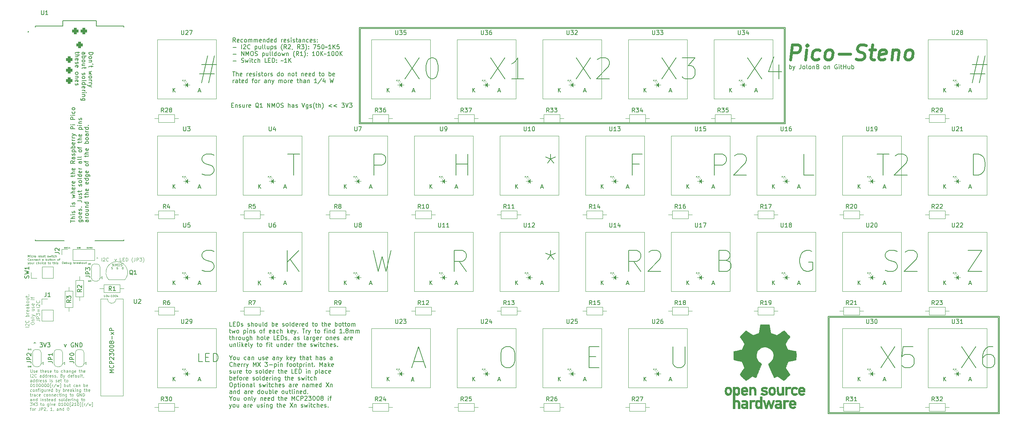
<source format=gto>
%TF.GenerationSoftware,KiCad,Pcbnew,6.0.6-3a73a75311~116~ubuntu20.04.1*%
%TF.CreationDate,2022-07-30T23:41:16+12:00*%
%TF.ProjectId,keyboard,6b657962-6f61-4726-942e-6b696361645f,1*%
%TF.SameCoordinates,Original*%
%TF.FileFunction,Legend,Top*%
%TF.FilePolarity,Positive*%
%FSLAX46Y46*%
G04 Gerber Fmt 4.6, Leading zero omitted, Abs format (unit mm)*
G04 Created by KiCad (PCBNEW 6.0.6-3a73a75311~116~ubuntu20.04.1) date 2022-07-30 23:41:16*
%MOMM*%
%LPD*%
G01*
G04 APERTURE LIST*
G04 Aperture macros list*
%AMRoundRect*
0 Rectangle with rounded corners*
0 $1 Rounding radius*
0 $2 $3 $4 $5 $6 $7 $8 $9 X,Y pos of 4 corners*
0 Add a 4 corners polygon primitive as box body*
4,1,4,$2,$3,$4,$5,$6,$7,$8,$9,$2,$3,0*
0 Add four circle primitives for the rounded corners*
1,1,$1+$1,$2,$3*
1,1,$1+$1,$4,$5*
1,1,$1+$1,$6,$7*
1,1,$1+$1,$8,$9*
0 Add four rect primitives between the rounded corners*
20,1,$1+$1,$2,$3,$4,$5,0*
20,1,$1+$1,$4,$5,$6,$7,0*
20,1,$1+$1,$6,$7,$8,$9,0*
20,1,$1+$1,$8,$9,$2,$3,0*%
%AMFreePoly0*
4,1,22,0.550000,-0.750000,0.000000,-0.750000,0.000000,-0.745033,-0.079941,-0.743568,-0.215256,-0.701293,-0.333266,-0.622738,-0.424486,-0.514219,-0.481581,-0.384460,-0.499164,-0.250000,-0.500000,-0.250000,-0.500000,0.250000,-0.499164,0.250000,-0.499963,0.256109,-0.478152,0.396186,-0.417904,0.524511,-0.324060,0.630769,-0.204165,0.706417,-0.067858,0.745374,0.000000,0.744959,0.000000,0.750000,
0.550000,0.750000,0.550000,-0.750000,0.550000,-0.750000,$1*%
%AMFreePoly1*
4,1,20,0.000000,0.744959,0.073905,0.744508,0.209726,0.703889,0.328688,0.626782,0.421226,0.519385,0.479903,0.390333,0.500000,0.250000,0.500000,-0.250000,0.499851,-0.262216,0.476331,-0.402017,0.414519,-0.529596,0.319384,-0.634700,0.198574,-0.708877,0.061801,-0.746166,0.000000,-0.745033,0.000000,-0.750000,-0.550000,-0.750000,-0.550000,0.750000,0.000000,0.750000,0.000000,0.744959,
0.000000,0.744959,$1*%
G04 Aperture macros list end*
%ADD10C,0.150000*%
%ADD11C,0.050000*%
%ADD12C,0.700000*%
%ADD13C,0.075000*%
%ADD14C,0.100000*%
%ADD15C,0.120000*%
%ADD16C,0.010000*%
%ADD17C,0.127000*%
%ADD18C,0.200000*%
%ADD19C,1.400000*%
%ADD20O,1.400000X1.400000*%
%ADD21FreePoly0,90.000000*%
%ADD22R,1.500000X1.000000*%
%ADD23FreePoly1,90.000000*%
%ADD24C,4.000000*%
%ADD25C,2.200000*%
%ADD26C,1.690600*%
%ADD27R,1.700000X1.700000*%
%ADD28O,1.700000X1.700000*%
%ADD29O,1.100000X1.800000*%
%ADD30O,1.050000X1.450000*%
%ADD31RoundRect,0.450000X-0.300000X-0.300000X0.300000X-0.300000X0.300000X0.300000X-0.300000X0.300000X0*%
%ADD32R,1.600000X1.600000*%
%ADD33O,1.600000X1.600000*%
%ADD34R,1.050000X1.500000*%
%ADD35O,1.050000X1.500000*%
G04 APERTURE END LIST*
D10*
X267462000Y-226314000D02*
X308102000Y-226314000D01*
X308102000Y-226314000D02*
X308102000Y-203200000D01*
X308102000Y-203200000D02*
X267462000Y-203200000D01*
X267462000Y-203200000D02*
X267462000Y-226314000D01*
X257302000Y-134620000D02*
X156210000Y-134620000D01*
X156210000Y-134620000D02*
X156210000Y-157480000D01*
X156210000Y-157480000D02*
X257302000Y-157480000D01*
X257302000Y-157480000D02*
X257302000Y-134620000D01*
X156464000Y-157226000D02*
X257048000Y-157226000D01*
X257048000Y-157226000D02*
X257048000Y-134874000D01*
X257048000Y-134874000D02*
X156464000Y-134874000D01*
X156464000Y-134874000D02*
X156464000Y-157226000D01*
X267716000Y-226060000D02*
X307848000Y-226060000D01*
X307848000Y-226060000D02*
X307848000Y-203454000D01*
X307848000Y-203454000D02*
X267716000Y-203454000D01*
X267716000Y-203454000D02*
X267716000Y-226060000D01*
D11*
X77606571Y-210909714D02*
X77792285Y-210909714D01*
X77692285Y-211024000D01*
X77735142Y-211024000D01*
X77763714Y-211038285D01*
X77778000Y-211052571D01*
X77792285Y-211081142D01*
X77792285Y-211152571D01*
X77778000Y-211181142D01*
X77763714Y-211195428D01*
X77735142Y-211209714D01*
X77649428Y-211209714D01*
X77620857Y-211195428D01*
X77606571Y-211181142D01*
X77878000Y-210909714D02*
X77978000Y-211209714D01*
X78078000Y-210909714D01*
X78149428Y-210909714D02*
X78335142Y-210909714D01*
X78235142Y-211024000D01*
X78278000Y-211024000D01*
X78306571Y-211038285D01*
X78320857Y-211052571D01*
X78335142Y-211081142D01*
X78335142Y-211152571D01*
X78320857Y-211181142D01*
X78306571Y-211195428D01*
X78278000Y-211209714D01*
X78192285Y-211209714D01*
X78163714Y-211195428D01*
X78149428Y-211181142D01*
D10*
X126891023Y-138116380D02*
X126557690Y-137640190D01*
X126319595Y-138116380D02*
X126319595Y-137116380D01*
X126700547Y-137116380D01*
X126795785Y-137164000D01*
X126843404Y-137211619D01*
X126891023Y-137306857D01*
X126891023Y-137449714D01*
X126843404Y-137544952D01*
X126795785Y-137592571D01*
X126700547Y-137640190D01*
X126319595Y-137640190D01*
X127700547Y-138068761D02*
X127605309Y-138116380D01*
X127414833Y-138116380D01*
X127319595Y-138068761D01*
X127271976Y-137973523D01*
X127271976Y-137592571D01*
X127319595Y-137497333D01*
X127414833Y-137449714D01*
X127605309Y-137449714D01*
X127700547Y-137497333D01*
X127748166Y-137592571D01*
X127748166Y-137687809D01*
X127271976Y-137783047D01*
X128605309Y-138068761D02*
X128510071Y-138116380D01*
X128319595Y-138116380D01*
X128224357Y-138068761D01*
X128176738Y-138021142D01*
X128129119Y-137925904D01*
X128129119Y-137640190D01*
X128176738Y-137544952D01*
X128224357Y-137497333D01*
X128319595Y-137449714D01*
X128510071Y-137449714D01*
X128605309Y-137497333D01*
X129176738Y-138116380D02*
X129081500Y-138068761D01*
X129033880Y-138021142D01*
X128986261Y-137925904D01*
X128986261Y-137640190D01*
X129033880Y-137544952D01*
X129081500Y-137497333D01*
X129176738Y-137449714D01*
X129319595Y-137449714D01*
X129414833Y-137497333D01*
X129462452Y-137544952D01*
X129510071Y-137640190D01*
X129510071Y-137925904D01*
X129462452Y-138021142D01*
X129414833Y-138068761D01*
X129319595Y-138116380D01*
X129176738Y-138116380D01*
X129938642Y-138116380D02*
X129938642Y-137449714D01*
X129938642Y-137544952D02*
X129986261Y-137497333D01*
X130081500Y-137449714D01*
X130224357Y-137449714D01*
X130319595Y-137497333D01*
X130367214Y-137592571D01*
X130367214Y-138116380D01*
X130367214Y-137592571D02*
X130414833Y-137497333D01*
X130510071Y-137449714D01*
X130652928Y-137449714D01*
X130748166Y-137497333D01*
X130795785Y-137592571D01*
X130795785Y-138116380D01*
X131271976Y-138116380D02*
X131271976Y-137449714D01*
X131271976Y-137544952D02*
X131319595Y-137497333D01*
X131414833Y-137449714D01*
X131557690Y-137449714D01*
X131652928Y-137497333D01*
X131700547Y-137592571D01*
X131700547Y-138116380D01*
X131700547Y-137592571D02*
X131748166Y-137497333D01*
X131843404Y-137449714D01*
X131986261Y-137449714D01*
X132081500Y-137497333D01*
X132129119Y-137592571D01*
X132129119Y-138116380D01*
X132986261Y-138068761D02*
X132891023Y-138116380D01*
X132700547Y-138116380D01*
X132605309Y-138068761D01*
X132557690Y-137973523D01*
X132557690Y-137592571D01*
X132605309Y-137497333D01*
X132700547Y-137449714D01*
X132891023Y-137449714D01*
X132986261Y-137497333D01*
X133033880Y-137592571D01*
X133033880Y-137687809D01*
X132557690Y-137783047D01*
X133462452Y-137449714D02*
X133462452Y-138116380D01*
X133462452Y-137544952D02*
X133510071Y-137497333D01*
X133605309Y-137449714D01*
X133748166Y-137449714D01*
X133843404Y-137497333D01*
X133891023Y-137592571D01*
X133891023Y-138116380D01*
X134795785Y-138116380D02*
X134795785Y-137116380D01*
X134795785Y-138068761D02*
X134700547Y-138116380D01*
X134510071Y-138116380D01*
X134414833Y-138068761D01*
X134367214Y-138021142D01*
X134319595Y-137925904D01*
X134319595Y-137640190D01*
X134367214Y-137544952D01*
X134414833Y-137497333D01*
X134510071Y-137449714D01*
X134700547Y-137449714D01*
X134795785Y-137497333D01*
X135652928Y-138068761D02*
X135557690Y-138116380D01*
X135367214Y-138116380D01*
X135271976Y-138068761D01*
X135224357Y-137973523D01*
X135224357Y-137592571D01*
X135271976Y-137497333D01*
X135367214Y-137449714D01*
X135557690Y-137449714D01*
X135652928Y-137497333D01*
X135700547Y-137592571D01*
X135700547Y-137687809D01*
X135224357Y-137783047D01*
X136557690Y-138116380D02*
X136557690Y-137116380D01*
X136557690Y-138068761D02*
X136462452Y-138116380D01*
X136271976Y-138116380D01*
X136176738Y-138068761D01*
X136129119Y-138021142D01*
X136081500Y-137925904D01*
X136081500Y-137640190D01*
X136129119Y-137544952D01*
X136176738Y-137497333D01*
X136271976Y-137449714D01*
X136462452Y-137449714D01*
X136557690Y-137497333D01*
X137795785Y-138116380D02*
X137795785Y-137449714D01*
X137795785Y-137640190D02*
X137843404Y-137544952D01*
X137891023Y-137497333D01*
X137986261Y-137449714D01*
X138081500Y-137449714D01*
X138795785Y-138068761D02*
X138700547Y-138116380D01*
X138510071Y-138116380D01*
X138414833Y-138068761D01*
X138367214Y-137973523D01*
X138367214Y-137592571D01*
X138414833Y-137497333D01*
X138510071Y-137449714D01*
X138700547Y-137449714D01*
X138795785Y-137497333D01*
X138843404Y-137592571D01*
X138843404Y-137687809D01*
X138367214Y-137783047D01*
X139224357Y-138068761D02*
X139319595Y-138116380D01*
X139510071Y-138116380D01*
X139605309Y-138068761D01*
X139652928Y-137973523D01*
X139652928Y-137925904D01*
X139605309Y-137830666D01*
X139510071Y-137783047D01*
X139367214Y-137783047D01*
X139271976Y-137735428D01*
X139224357Y-137640190D01*
X139224357Y-137592571D01*
X139271976Y-137497333D01*
X139367214Y-137449714D01*
X139510071Y-137449714D01*
X139605309Y-137497333D01*
X140081500Y-138116380D02*
X140081500Y-137449714D01*
X140081500Y-137116380D02*
X140033880Y-137164000D01*
X140081500Y-137211619D01*
X140129119Y-137164000D01*
X140081500Y-137116380D01*
X140081500Y-137211619D01*
X140510071Y-138068761D02*
X140605309Y-138116380D01*
X140795785Y-138116380D01*
X140891023Y-138068761D01*
X140938642Y-137973523D01*
X140938642Y-137925904D01*
X140891023Y-137830666D01*
X140795785Y-137783047D01*
X140652928Y-137783047D01*
X140557690Y-137735428D01*
X140510071Y-137640190D01*
X140510071Y-137592571D01*
X140557690Y-137497333D01*
X140652928Y-137449714D01*
X140795785Y-137449714D01*
X140891023Y-137497333D01*
X141224357Y-137449714D02*
X141605309Y-137449714D01*
X141367214Y-137116380D02*
X141367214Y-137973523D01*
X141414833Y-138068761D01*
X141510071Y-138116380D01*
X141605309Y-138116380D01*
X142367214Y-138116380D02*
X142367214Y-137592571D01*
X142319595Y-137497333D01*
X142224357Y-137449714D01*
X142033880Y-137449714D01*
X141938642Y-137497333D01*
X142367214Y-138068761D02*
X142271976Y-138116380D01*
X142033880Y-138116380D01*
X141938642Y-138068761D01*
X141891023Y-137973523D01*
X141891023Y-137878285D01*
X141938642Y-137783047D01*
X142033880Y-137735428D01*
X142271976Y-137735428D01*
X142367214Y-137687809D01*
X142843404Y-137449714D02*
X142843404Y-138116380D01*
X142843404Y-137544952D02*
X142891023Y-137497333D01*
X142986261Y-137449714D01*
X143129119Y-137449714D01*
X143224357Y-137497333D01*
X143271976Y-137592571D01*
X143271976Y-138116380D01*
X144176738Y-138068761D02*
X144081500Y-138116380D01*
X143891023Y-138116380D01*
X143795785Y-138068761D01*
X143748166Y-138021142D01*
X143700547Y-137925904D01*
X143700547Y-137640190D01*
X143748166Y-137544952D01*
X143795785Y-137497333D01*
X143891023Y-137449714D01*
X144081500Y-137449714D01*
X144176738Y-137497333D01*
X144986261Y-138068761D02*
X144891023Y-138116380D01*
X144700547Y-138116380D01*
X144605309Y-138068761D01*
X144557690Y-137973523D01*
X144557690Y-137592571D01*
X144605309Y-137497333D01*
X144700547Y-137449714D01*
X144891023Y-137449714D01*
X144986261Y-137497333D01*
X145033880Y-137592571D01*
X145033880Y-137687809D01*
X144557690Y-137783047D01*
X145414833Y-138068761D02*
X145510071Y-138116380D01*
X145700547Y-138116380D01*
X145795785Y-138068761D01*
X145843404Y-137973523D01*
X145843404Y-137925904D01*
X145795785Y-137830666D01*
X145700547Y-137783047D01*
X145557690Y-137783047D01*
X145462452Y-137735428D01*
X145414833Y-137640190D01*
X145414833Y-137592571D01*
X145462452Y-137497333D01*
X145557690Y-137449714D01*
X145700547Y-137449714D01*
X145795785Y-137497333D01*
X146271976Y-138021142D02*
X146319595Y-138068761D01*
X146271976Y-138116380D01*
X146224357Y-138068761D01*
X146271976Y-138021142D01*
X146271976Y-138116380D01*
X146271976Y-137497333D02*
X146319595Y-137544952D01*
X146271976Y-137592571D01*
X146224357Y-137544952D01*
X146271976Y-137497333D01*
X146271976Y-137592571D01*
X126319595Y-139345428D02*
X127081500Y-139345428D01*
X128319595Y-139726380D02*
X128319595Y-138726380D01*
X128748166Y-138821619D02*
X128795785Y-138774000D01*
X128891023Y-138726380D01*
X129129119Y-138726380D01*
X129224357Y-138774000D01*
X129271976Y-138821619D01*
X129319595Y-138916857D01*
X129319595Y-139012095D01*
X129271976Y-139154952D01*
X128700547Y-139726380D01*
X129319595Y-139726380D01*
X130319595Y-139631142D02*
X130271976Y-139678761D01*
X130129119Y-139726380D01*
X130033880Y-139726380D01*
X129891023Y-139678761D01*
X129795785Y-139583523D01*
X129748166Y-139488285D01*
X129700547Y-139297809D01*
X129700547Y-139154952D01*
X129748166Y-138964476D01*
X129795785Y-138869238D01*
X129891023Y-138774000D01*
X130033880Y-138726380D01*
X130129119Y-138726380D01*
X130271976Y-138774000D01*
X130319595Y-138821619D01*
X131510071Y-139059714D02*
X131510071Y-140059714D01*
X131510071Y-139107333D02*
X131605309Y-139059714D01*
X131795785Y-139059714D01*
X131891023Y-139107333D01*
X131938642Y-139154952D01*
X131986261Y-139250190D01*
X131986261Y-139535904D01*
X131938642Y-139631142D01*
X131891023Y-139678761D01*
X131795785Y-139726380D01*
X131605309Y-139726380D01*
X131510071Y-139678761D01*
X132843404Y-139059714D02*
X132843404Y-139726380D01*
X132414833Y-139059714D02*
X132414833Y-139583523D01*
X132462452Y-139678761D01*
X132557690Y-139726380D01*
X132700547Y-139726380D01*
X132795785Y-139678761D01*
X132843404Y-139631142D01*
X133462452Y-139726380D02*
X133367214Y-139678761D01*
X133319595Y-139583523D01*
X133319595Y-138726380D01*
X133986261Y-139726380D02*
X133891023Y-139678761D01*
X133843404Y-139583523D01*
X133843404Y-138726380D01*
X134795785Y-139059714D02*
X134795785Y-139726380D01*
X134367214Y-139059714D02*
X134367214Y-139583523D01*
X134414833Y-139678761D01*
X134510071Y-139726380D01*
X134652928Y-139726380D01*
X134748166Y-139678761D01*
X134795785Y-139631142D01*
X135271976Y-139059714D02*
X135271976Y-140059714D01*
X135271976Y-139107333D02*
X135367214Y-139059714D01*
X135557690Y-139059714D01*
X135652928Y-139107333D01*
X135700547Y-139154952D01*
X135748166Y-139250190D01*
X135748166Y-139535904D01*
X135700547Y-139631142D01*
X135652928Y-139678761D01*
X135557690Y-139726380D01*
X135367214Y-139726380D01*
X135271976Y-139678761D01*
X136129119Y-139678761D02*
X136224357Y-139726380D01*
X136414833Y-139726380D01*
X136510071Y-139678761D01*
X136557690Y-139583523D01*
X136557690Y-139535904D01*
X136510071Y-139440666D01*
X136414833Y-139393047D01*
X136271976Y-139393047D01*
X136176738Y-139345428D01*
X136129119Y-139250190D01*
X136129119Y-139202571D01*
X136176738Y-139107333D01*
X136271976Y-139059714D01*
X136414833Y-139059714D01*
X136510071Y-139107333D01*
X138033880Y-140107333D02*
X137986261Y-140059714D01*
X137891023Y-139916857D01*
X137843404Y-139821619D01*
X137795785Y-139678761D01*
X137748166Y-139440666D01*
X137748166Y-139250190D01*
X137795785Y-139012095D01*
X137843404Y-138869238D01*
X137891023Y-138774000D01*
X137986261Y-138631142D01*
X138033880Y-138583523D01*
X138986261Y-139726380D02*
X138652928Y-139250190D01*
X138414833Y-139726380D02*
X138414833Y-138726380D01*
X138795785Y-138726380D01*
X138891023Y-138774000D01*
X138938642Y-138821619D01*
X138986261Y-138916857D01*
X138986261Y-139059714D01*
X138938642Y-139154952D01*
X138891023Y-139202571D01*
X138795785Y-139250190D01*
X138414833Y-139250190D01*
X139367214Y-138821619D02*
X139414833Y-138774000D01*
X139510071Y-138726380D01*
X139748166Y-138726380D01*
X139843404Y-138774000D01*
X139891023Y-138821619D01*
X139938642Y-138916857D01*
X139938642Y-139012095D01*
X139891023Y-139154952D01*
X139319595Y-139726380D01*
X139938642Y-139726380D01*
X140414833Y-139678761D02*
X140414833Y-139726380D01*
X140367214Y-139821619D01*
X140319595Y-139869238D01*
X142176738Y-139726380D02*
X141843404Y-139250190D01*
X141605309Y-139726380D02*
X141605309Y-138726380D01*
X141986261Y-138726380D01*
X142081500Y-138774000D01*
X142129119Y-138821619D01*
X142176738Y-138916857D01*
X142176738Y-139059714D01*
X142129119Y-139154952D01*
X142081500Y-139202571D01*
X141986261Y-139250190D01*
X141605309Y-139250190D01*
X142510071Y-138726380D02*
X143129119Y-138726380D01*
X142795785Y-139107333D01*
X142938642Y-139107333D01*
X143033880Y-139154952D01*
X143081500Y-139202571D01*
X143129119Y-139297809D01*
X143129119Y-139535904D01*
X143081500Y-139631142D01*
X143033880Y-139678761D01*
X142938642Y-139726380D01*
X142652928Y-139726380D01*
X142557690Y-139678761D01*
X142510071Y-139631142D01*
X143462452Y-140107333D02*
X143510071Y-140059714D01*
X143605309Y-139916857D01*
X143652928Y-139821619D01*
X143700547Y-139678761D01*
X143748166Y-139440666D01*
X143748166Y-139250190D01*
X143700547Y-139012095D01*
X143652928Y-138869238D01*
X143605309Y-138774000D01*
X143510071Y-138631142D01*
X143462452Y-138583523D01*
X144224357Y-139631142D02*
X144271976Y-139678761D01*
X144224357Y-139726380D01*
X144176738Y-139678761D01*
X144224357Y-139631142D01*
X144224357Y-139726380D01*
X144224357Y-139107333D02*
X144271976Y-139154952D01*
X144224357Y-139202571D01*
X144176738Y-139154952D01*
X144224357Y-139107333D01*
X144224357Y-139202571D01*
X145367214Y-138726380D02*
X146033880Y-138726380D01*
X145605309Y-139726380D01*
X146891023Y-138726380D02*
X146414833Y-138726380D01*
X146367214Y-139202571D01*
X146414833Y-139154952D01*
X146510071Y-139107333D01*
X146748166Y-139107333D01*
X146843404Y-139154952D01*
X146891023Y-139202571D01*
X146938642Y-139297809D01*
X146938642Y-139535904D01*
X146891023Y-139631142D01*
X146843404Y-139678761D01*
X146748166Y-139726380D01*
X146510071Y-139726380D01*
X146414833Y-139678761D01*
X146367214Y-139631142D01*
X147557690Y-138726380D02*
X147652928Y-138726380D01*
X147748166Y-138774000D01*
X147795785Y-138821619D01*
X147843404Y-138916857D01*
X147891023Y-139107333D01*
X147891023Y-139345428D01*
X147843404Y-139535904D01*
X147795785Y-139631142D01*
X147748166Y-139678761D01*
X147652928Y-139726380D01*
X147557690Y-139726380D01*
X147462452Y-139678761D01*
X147414833Y-139631142D01*
X147367214Y-139535904D01*
X147319595Y-139345428D01*
X147319595Y-139107333D01*
X147367214Y-138916857D01*
X147414833Y-138821619D01*
X147462452Y-138774000D01*
X147557690Y-138726380D01*
X148176738Y-139345428D02*
X148224357Y-139297809D01*
X148319595Y-139250190D01*
X148510071Y-139345428D01*
X148605309Y-139297809D01*
X148652928Y-139250190D01*
X149557690Y-139726380D02*
X148986261Y-139726380D01*
X149271976Y-139726380D02*
X149271976Y-138726380D01*
X149176738Y-138869238D01*
X149081500Y-138964476D01*
X148986261Y-139012095D01*
X149986261Y-139726380D02*
X149986261Y-138726380D01*
X150557690Y-139726380D02*
X150129119Y-139154952D01*
X150557690Y-138726380D02*
X149986261Y-139297809D01*
X151462452Y-138726380D02*
X150986261Y-138726380D01*
X150938642Y-139202571D01*
X150986261Y-139154952D01*
X151081500Y-139107333D01*
X151319595Y-139107333D01*
X151414833Y-139154952D01*
X151462452Y-139202571D01*
X151510071Y-139297809D01*
X151510071Y-139535904D01*
X151462452Y-139631142D01*
X151414833Y-139678761D01*
X151319595Y-139726380D01*
X151081500Y-139726380D01*
X150986261Y-139678761D01*
X150938642Y-139631142D01*
X126319595Y-140955428D02*
X127081500Y-140955428D01*
X128319595Y-141336380D02*
X128319595Y-140336380D01*
X128891023Y-141336380D01*
X128891023Y-140336380D01*
X129367214Y-141336380D02*
X129367214Y-140336380D01*
X129700547Y-141050666D01*
X130033880Y-140336380D01*
X130033880Y-141336380D01*
X130700547Y-140336380D02*
X130891023Y-140336380D01*
X130986261Y-140384000D01*
X131081500Y-140479238D01*
X131129119Y-140669714D01*
X131129119Y-141003047D01*
X131081500Y-141193523D01*
X130986261Y-141288761D01*
X130891023Y-141336380D01*
X130700547Y-141336380D01*
X130605309Y-141288761D01*
X130510071Y-141193523D01*
X130462452Y-141003047D01*
X130462452Y-140669714D01*
X130510071Y-140479238D01*
X130605309Y-140384000D01*
X130700547Y-140336380D01*
X131510071Y-141288761D02*
X131652928Y-141336380D01*
X131891023Y-141336380D01*
X131986261Y-141288761D01*
X132033880Y-141241142D01*
X132081500Y-141145904D01*
X132081500Y-141050666D01*
X132033880Y-140955428D01*
X131986261Y-140907809D01*
X131891023Y-140860190D01*
X131700547Y-140812571D01*
X131605309Y-140764952D01*
X131557690Y-140717333D01*
X131510071Y-140622095D01*
X131510071Y-140526857D01*
X131557690Y-140431619D01*
X131605309Y-140384000D01*
X131700547Y-140336380D01*
X131938642Y-140336380D01*
X132081500Y-140384000D01*
X133271976Y-140669714D02*
X133271976Y-141669714D01*
X133271976Y-140717333D02*
X133367214Y-140669714D01*
X133557690Y-140669714D01*
X133652928Y-140717333D01*
X133700547Y-140764952D01*
X133748166Y-140860190D01*
X133748166Y-141145904D01*
X133700547Y-141241142D01*
X133652928Y-141288761D01*
X133557690Y-141336380D01*
X133367214Y-141336380D01*
X133271976Y-141288761D01*
X134605309Y-140669714D02*
X134605309Y-141336380D01*
X134176738Y-140669714D02*
X134176738Y-141193523D01*
X134224357Y-141288761D01*
X134319595Y-141336380D01*
X134462452Y-141336380D01*
X134557690Y-141288761D01*
X134605309Y-141241142D01*
X135224357Y-141336380D02*
X135129119Y-141288761D01*
X135081500Y-141193523D01*
X135081500Y-140336380D01*
X135748166Y-141336380D02*
X135652928Y-141288761D01*
X135605309Y-141193523D01*
X135605309Y-140336380D01*
X136557690Y-141336380D02*
X136557690Y-140336380D01*
X136557690Y-141288761D02*
X136462452Y-141336380D01*
X136271976Y-141336380D01*
X136176738Y-141288761D01*
X136129119Y-141241142D01*
X136081500Y-141145904D01*
X136081500Y-140860190D01*
X136129119Y-140764952D01*
X136176738Y-140717333D01*
X136271976Y-140669714D01*
X136462452Y-140669714D01*
X136557690Y-140717333D01*
X137176738Y-141336380D02*
X137081500Y-141288761D01*
X137033880Y-141241142D01*
X136986261Y-141145904D01*
X136986261Y-140860190D01*
X137033880Y-140764952D01*
X137081500Y-140717333D01*
X137176738Y-140669714D01*
X137319595Y-140669714D01*
X137414833Y-140717333D01*
X137462452Y-140764952D01*
X137510071Y-140860190D01*
X137510071Y-141145904D01*
X137462452Y-141241142D01*
X137414833Y-141288761D01*
X137319595Y-141336380D01*
X137176738Y-141336380D01*
X137843404Y-140669714D02*
X138033880Y-141336380D01*
X138224357Y-140860190D01*
X138414833Y-141336380D01*
X138605309Y-140669714D01*
X138986261Y-140669714D02*
X138986261Y-141336380D01*
X138986261Y-140764952D02*
X139033880Y-140717333D01*
X139129119Y-140669714D01*
X139271976Y-140669714D01*
X139367214Y-140717333D01*
X139414833Y-140812571D01*
X139414833Y-141336380D01*
X140938642Y-141717333D02*
X140891023Y-141669714D01*
X140795785Y-141526857D01*
X140748166Y-141431619D01*
X140700547Y-141288761D01*
X140652928Y-141050666D01*
X140652928Y-140860190D01*
X140700547Y-140622095D01*
X140748166Y-140479238D01*
X140795785Y-140384000D01*
X140891023Y-140241142D01*
X140938642Y-140193523D01*
X141891023Y-141336380D02*
X141557690Y-140860190D01*
X141319595Y-141336380D02*
X141319595Y-140336380D01*
X141700547Y-140336380D01*
X141795785Y-140384000D01*
X141843404Y-140431619D01*
X141891023Y-140526857D01*
X141891023Y-140669714D01*
X141843404Y-140764952D01*
X141795785Y-140812571D01*
X141700547Y-140860190D01*
X141319595Y-140860190D01*
X142843404Y-141336380D02*
X142271976Y-141336380D01*
X142557690Y-141336380D02*
X142557690Y-140336380D01*
X142462452Y-140479238D01*
X142367214Y-140574476D01*
X142271976Y-140622095D01*
X143176738Y-141717333D02*
X143224357Y-141669714D01*
X143319595Y-141526857D01*
X143367214Y-141431619D01*
X143414833Y-141288761D01*
X143462452Y-141050666D01*
X143462452Y-140860190D01*
X143414833Y-140622095D01*
X143367214Y-140479238D01*
X143319595Y-140384000D01*
X143224357Y-140241142D01*
X143176738Y-140193523D01*
X143938642Y-141241142D02*
X143986261Y-141288761D01*
X143938642Y-141336380D01*
X143891023Y-141288761D01*
X143938642Y-141241142D01*
X143938642Y-141336380D01*
X143938642Y-140717333D02*
X143986261Y-140764952D01*
X143938642Y-140812571D01*
X143891023Y-140764952D01*
X143938642Y-140717333D01*
X143938642Y-140812571D01*
X145700547Y-141336380D02*
X145129119Y-141336380D01*
X145414833Y-141336380D02*
X145414833Y-140336380D01*
X145319595Y-140479238D01*
X145224357Y-140574476D01*
X145129119Y-140622095D01*
X146319595Y-140336380D02*
X146414833Y-140336380D01*
X146510071Y-140384000D01*
X146557690Y-140431619D01*
X146605309Y-140526857D01*
X146652928Y-140717333D01*
X146652928Y-140955428D01*
X146605309Y-141145904D01*
X146557690Y-141241142D01*
X146510071Y-141288761D01*
X146414833Y-141336380D01*
X146319595Y-141336380D01*
X146224357Y-141288761D01*
X146176738Y-141241142D01*
X146129119Y-141145904D01*
X146081500Y-140955428D01*
X146081500Y-140717333D01*
X146129119Y-140526857D01*
X146176738Y-140431619D01*
X146224357Y-140384000D01*
X146319595Y-140336380D01*
X147081500Y-141336380D02*
X147081500Y-140336380D01*
X147652928Y-141336380D02*
X147224357Y-140764952D01*
X147652928Y-140336380D02*
X147081500Y-140907809D01*
X147938642Y-140955428D02*
X147986261Y-140907809D01*
X148081500Y-140860190D01*
X148271976Y-140955428D01*
X148367214Y-140907809D01*
X148414833Y-140860190D01*
X149319595Y-141336380D02*
X148748166Y-141336380D01*
X149033880Y-141336380D02*
X149033880Y-140336380D01*
X148938642Y-140479238D01*
X148843404Y-140574476D01*
X148748166Y-140622095D01*
X149938642Y-140336380D02*
X150033880Y-140336380D01*
X150129119Y-140384000D01*
X150176738Y-140431619D01*
X150224357Y-140526857D01*
X150271976Y-140717333D01*
X150271976Y-140955428D01*
X150224357Y-141145904D01*
X150176738Y-141241142D01*
X150129119Y-141288761D01*
X150033880Y-141336380D01*
X149938642Y-141336380D01*
X149843404Y-141288761D01*
X149795785Y-141241142D01*
X149748166Y-141145904D01*
X149700547Y-140955428D01*
X149700547Y-140717333D01*
X149748166Y-140526857D01*
X149795785Y-140431619D01*
X149843404Y-140384000D01*
X149938642Y-140336380D01*
X150891023Y-140336380D02*
X150986261Y-140336380D01*
X151081500Y-140384000D01*
X151129119Y-140431619D01*
X151176738Y-140526857D01*
X151224357Y-140717333D01*
X151224357Y-140955428D01*
X151176738Y-141145904D01*
X151129119Y-141241142D01*
X151081500Y-141288761D01*
X150986261Y-141336380D01*
X150891023Y-141336380D01*
X150795785Y-141288761D01*
X150748166Y-141241142D01*
X150700547Y-141145904D01*
X150652928Y-140955428D01*
X150652928Y-140717333D01*
X150700547Y-140526857D01*
X150748166Y-140431619D01*
X150795785Y-140384000D01*
X150891023Y-140336380D01*
X151652928Y-141336380D02*
X151652928Y-140336380D01*
X152224357Y-141336380D02*
X151795785Y-140764952D01*
X152224357Y-140336380D02*
X151652928Y-140907809D01*
X126319595Y-142565428D02*
X127081500Y-142565428D01*
X128271976Y-142898761D02*
X128414833Y-142946380D01*
X128652928Y-142946380D01*
X128748166Y-142898761D01*
X128795785Y-142851142D01*
X128843404Y-142755904D01*
X128843404Y-142660666D01*
X128795785Y-142565428D01*
X128748166Y-142517809D01*
X128652928Y-142470190D01*
X128462452Y-142422571D01*
X128367214Y-142374952D01*
X128319595Y-142327333D01*
X128271976Y-142232095D01*
X128271976Y-142136857D01*
X128319595Y-142041619D01*
X128367214Y-141994000D01*
X128462452Y-141946380D01*
X128700547Y-141946380D01*
X128843404Y-141994000D01*
X129176738Y-142279714D02*
X129367214Y-142946380D01*
X129557690Y-142470190D01*
X129748166Y-142946380D01*
X129938642Y-142279714D01*
X130319595Y-142946380D02*
X130319595Y-142279714D01*
X130319595Y-141946380D02*
X130271976Y-141994000D01*
X130319595Y-142041619D01*
X130367214Y-141994000D01*
X130319595Y-141946380D01*
X130319595Y-142041619D01*
X130652928Y-142279714D02*
X131033880Y-142279714D01*
X130795785Y-141946380D02*
X130795785Y-142803523D01*
X130843404Y-142898761D01*
X130938642Y-142946380D01*
X131033880Y-142946380D01*
X131795785Y-142898761D02*
X131700547Y-142946380D01*
X131510071Y-142946380D01*
X131414833Y-142898761D01*
X131367214Y-142851142D01*
X131319595Y-142755904D01*
X131319595Y-142470190D01*
X131367214Y-142374952D01*
X131414833Y-142327333D01*
X131510071Y-142279714D01*
X131700547Y-142279714D01*
X131795785Y-142327333D01*
X132224357Y-142946380D02*
X132224357Y-141946380D01*
X132652928Y-142946380D02*
X132652928Y-142422571D01*
X132605309Y-142327333D01*
X132510071Y-142279714D01*
X132367214Y-142279714D01*
X132271976Y-142327333D01*
X132224357Y-142374952D01*
X134367214Y-142946380D02*
X133891023Y-142946380D01*
X133891023Y-141946380D01*
X134700547Y-142422571D02*
X135033880Y-142422571D01*
X135176738Y-142946380D02*
X134700547Y-142946380D01*
X134700547Y-141946380D01*
X135176738Y-141946380D01*
X135605309Y-142946380D02*
X135605309Y-141946380D01*
X135843404Y-141946380D01*
X135986261Y-141994000D01*
X136081500Y-142089238D01*
X136129119Y-142184476D01*
X136176738Y-142374952D01*
X136176738Y-142517809D01*
X136129119Y-142708285D01*
X136081500Y-142803523D01*
X135986261Y-142898761D01*
X135843404Y-142946380D01*
X135605309Y-142946380D01*
X136605309Y-142851142D02*
X136652928Y-142898761D01*
X136605309Y-142946380D01*
X136557690Y-142898761D01*
X136605309Y-142851142D01*
X136605309Y-142946380D01*
X136605309Y-142327333D02*
X136652928Y-142374952D01*
X136605309Y-142422571D01*
X136557690Y-142374952D01*
X136605309Y-142327333D01*
X136605309Y-142422571D01*
X137700547Y-142565428D02*
X137748166Y-142517809D01*
X137843404Y-142470190D01*
X138033880Y-142565428D01*
X138129119Y-142517809D01*
X138176738Y-142470190D01*
X139081500Y-142946380D02*
X138510071Y-142946380D01*
X138795785Y-142946380D02*
X138795785Y-141946380D01*
X138700547Y-142089238D01*
X138605309Y-142184476D01*
X138510071Y-142232095D01*
X139510071Y-142946380D02*
X139510071Y-141946380D01*
X140081500Y-142946380D02*
X139652928Y-142374952D01*
X140081500Y-141946380D02*
X139510071Y-142517809D01*
X126176738Y-145166380D02*
X126748166Y-145166380D01*
X126462452Y-146166380D02*
X126462452Y-145166380D01*
X127081500Y-146166380D02*
X127081500Y-145166380D01*
X127510071Y-146166380D02*
X127510071Y-145642571D01*
X127462452Y-145547333D01*
X127367214Y-145499714D01*
X127224357Y-145499714D01*
X127129119Y-145547333D01*
X127081500Y-145594952D01*
X128367214Y-146118761D02*
X128271976Y-146166380D01*
X128081500Y-146166380D01*
X127986261Y-146118761D01*
X127938642Y-146023523D01*
X127938642Y-145642571D01*
X127986261Y-145547333D01*
X128081500Y-145499714D01*
X128271976Y-145499714D01*
X128367214Y-145547333D01*
X128414833Y-145642571D01*
X128414833Y-145737809D01*
X127938642Y-145833047D01*
X129605309Y-146166380D02*
X129605309Y-145499714D01*
X129605309Y-145690190D02*
X129652928Y-145594952D01*
X129700547Y-145547333D01*
X129795785Y-145499714D01*
X129891023Y-145499714D01*
X130605309Y-146118761D02*
X130510071Y-146166380D01*
X130319595Y-146166380D01*
X130224357Y-146118761D01*
X130176738Y-146023523D01*
X130176738Y-145642571D01*
X130224357Y-145547333D01*
X130319595Y-145499714D01*
X130510071Y-145499714D01*
X130605309Y-145547333D01*
X130652928Y-145642571D01*
X130652928Y-145737809D01*
X130176738Y-145833047D01*
X131033880Y-146118761D02*
X131129119Y-146166380D01*
X131319595Y-146166380D01*
X131414833Y-146118761D01*
X131462452Y-146023523D01*
X131462452Y-145975904D01*
X131414833Y-145880666D01*
X131319595Y-145833047D01*
X131176738Y-145833047D01*
X131081500Y-145785428D01*
X131033880Y-145690190D01*
X131033880Y-145642571D01*
X131081500Y-145547333D01*
X131176738Y-145499714D01*
X131319595Y-145499714D01*
X131414833Y-145547333D01*
X131891023Y-146166380D02*
X131891023Y-145499714D01*
X131891023Y-145166380D02*
X131843404Y-145214000D01*
X131891023Y-145261619D01*
X131938642Y-145214000D01*
X131891023Y-145166380D01*
X131891023Y-145261619D01*
X132319595Y-146118761D02*
X132414833Y-146166380D01*
X132605309Y-146166380D01*
X132700547Y-146118761D01*
X132748166Y-146023523D01*
X132748166Y-145975904D01*
X132700547Y-145880666D01*
X132605309Y-145833047D01*
X132462452Y-145833047D01*
X132367214Y-145785428D01*
X132319595Y-145690190D01*
X132319595Y-145642571D01*
X132367214Y-145547333D01*
X132462452Y-145499714D01*
X132605309Y-145499714D01*
X132700547Y-145547333D01*
X133033880Y-145499714D02*
X133414833Y-145499714D01*
X133176738Y-145166380D02*
X133176738Y-146023523D01*
X133224357Y-146118761D01*
X133319595Y-146166380D01*
X133414833Y-146166380D01*
X133891023Y-146166380D02*
X133795785Y-146118761D01*
X133748166Y-146071142D01*
X133700547Y-145975904D01*
X133700547Y-145690190D01*
X133748166Y-145594952D01*
X133795785Y-145547333D01*
X133891023Y-145499714D01*
X134033880Y-145499714D01*
X134129119Y-145547333D01*
X134176738Y-145594952D01*
X134224357Y-145690190D01*
X134224357Y-145975904D01*
X134176738Y-146071142D01*
X134129119Y-146118761D01*
X134033880Y-146166380D01*
X133891023Y-146166380D01*
X134652928Y-146166380D02*
X134652928Y-145499714D01*
X134652928Y-145690190D02*
X134700547Y-145594952D01*
X134748166Y-145547333D01*
X134843404Y-145499714D01*
X134938642Y-145499714D01*
X135224357Y-146118761D02*
X135319595Y-146166380D01*
X135510071Y-146166380D01*
X135605309Y-146118761D01*
X135652928Y-146023523D01*
X135652928Y-145975904D01*
X135605309Y-145880666D01*
X135510071Y-145833047D01*
X135367214Y-145833047D01*
X135271976Y-145785428D01*
X135224357Y-145690190D01*
X135224357Y-145642571D01*
X135271976Y-145547333D01*
X135367214Y-145499714D01*
X135510071Y-145499714D01*
X135605309Y-145547333D01*
X137271976Y-146166380D02*
X137271976Y-145166380D01*
X137271976Y-146118761D02*
X137176738Y-146166380D01*
X136986261Y-146166380D01*
X136891023Y-146118761D01*
X136843404Y-146071142D01*
X136795785Y-145975904D01*
X136795785Y-145690190D01*
X136843404Y-145594952D01*
X136891023Y-145547333D01*
X136986261Y-145499714D01*
X137176738Y-145499714D01*
X137271976Y-145547333D01*
X137891023Y-146166380D02*
X137795785Y-146118761D01*
X137748166Y-146071142D01*
X137700547Y-145975904D01*
X137700547Y-145690190D01*
X137748166Y-145594952D01*
X137795785Y-145547333D01*
X137891023Y-145499714D01*
X138033880Y-145499714D01*
X138129119Y-145547333D01*
X138176738Y-145594952D01*
X138224357Y-145690190D01*
X138224357Y-145975904D01*
X138176738Y-146071142D01*
X138129119Y-146118761D01*
X138033880Y-146166380D01*
X137891023Y-146166380D01*
X139414833Y-145499714D02*
X139414833Y-146166380D01*
X139414833Y-145594952D02*
X139462452Y-145547333D01*
X139557690Y-145499714D01*
X139700547Y-145499714D01*
X139795785Y-145547333D01*
X139843404Y-145642571D01*
X139843404Y-146166380D01*
X140462452Y-146166380D02*
X140367214Y-146118761D01*
X140319595Y-146071142D01*
X140271976Y-145975904D01*
X140271976Y-145690190D01*
X140319595Y-145594952D01*
X140367214Y-145547333D01*
X140462452Y-145499714D01*
X140605309Y-145499714D01*
X140700547Y-145547333D01*
X140748166Y-145594952D01*
X140795785Y-145690190D01*
X140795785Y-145975904D01*
X140748166Y-146071142D01*
X140700547Y-146118761D01*
X140605309Y-146166380D01*
X140462452Y-146166380D01*
X141081500Y-145499714D02*
X141462452Y-145499714D01*
X141224357Y-145166380D02*
X141224357Y-146023523D01*
X141271976Y-146118761D01*
X141367214Y-146166380D01*
X141462452Y-146166380D01*
X142557690Y-145499714D02*
X142557690Y-146166380D01*
X142557690Y-145594952D02*
X142605309Y-145547333D01*
X142700547Y-145499714D01*
X142843404Y-145499714D01*
X142938642Y-145547333D01*
X142986261Y-145642571D01*
X142986261Y-146166380D01*
X143843404Y-146118761D02*
X143748166Y-146166380D01*
X143557690Y-146166380D01*
X143462452Y-146118761D01*
X143414833Y-146023523D01*
X143414833Y-145642571D01*
X143462452Y-145547333D01*
X143557690Y-145499714D01*
X143748166Y-145499714D01*
X143843404Y-145547333D01*
X143891023Y-145642571D01*
X143891023Y-145737809D01*
X143414833Y-145833047D01*
X144700547Y-146118761D02*
X144605309Y-146166380D01*
X144414833Y-146166380D01*
X144319595Y-146118761D01*
X144271976Y-146023523D01*
X144271976Y-145642571D01*
X144319595Y-145547333D01*
X144414833Y-145499714D01*
X144605309Y-145499714D01*
X144700547Y-145547333D01*
X144748166Y-145642571D01*
X144748166Y-145737809D01*
X144271976Y-145833047D01*
X145605309Y-146166380D02*
X145605309Y-145166380D01*
X145605309Y-146118761D02*
X145510071Y-146166380D01*
X145319595Y-146166380D01*
X145224357Y-146118761D01*
X145176738Y-146071142D01*
X145129119Y-145975904D01*
X145129119Y-145690190D01*
X145176738Y-145594952D01*
X145224357Y-145547333D01*
X145319595Y-145499714D01*
X145510071Y-145499714D01*
X145605309Y-145547333D01*
X146700547Y-145499714D02*
X147081500Y-145499714D01*
X146843404Y-145166380D02*
X146843404Y-146023523D01*
X146891023Y-146118761D01*
X146986261Y-146166380D01*
X147081500Y-146166380D01*
X147557690Y-146166380D02*
X147462452Y-146118761D01*
X147414833Y-146071142D01*
X147367214Y-145975904D01*
X147367214Y-145690190D01*
X147414833Y-145594952D01*
X147462452Y-145547333D01*
X147557690Y-145499714D01*
X147700547Y-145499714D01*
X147795785Y-145547333D01*
X147843404Y-145594952D01*
X147891023Y-145690190D01*
X147891023Y-145975904D01*
X147843404Y-146071142D01*
X147795785Y-146118761D01*
X147700547Y-146166380D01*
X147557690Y-146166380D01*
X149081500Y-146166380D02*
X149081500Y-145166380D01*
X149081500Y-145547333D02*
X149176738Y-145499714D01*
X149367214Y-145499714D01*
X149462452Y-145547333D01*
X149510071Y-145594952D01*
X149557690Y-145690190D01*
X149557690Y-145975904D01*
X149510071Y-146071142D01*
X149462452Y-146118761D01*
X149367214Y-146166380D01*
X149176738Y-146166380D01*
X149081500Y-146118761D01*
X150367214Y-146118761D02*
X150271976Y-146166380D01*
X150081500Y-146166380D01*
X149986261Y-146118761D01*
X149938642Y-146023523D01*
X149938642Y-145642571D01*
X149986261Y-145547333D01*
X150081500Y-145499714D01*
X150271976Y-145499714D01*
X150367214Y-145547333D01*
X150414833Y-145642571D01*
X150414833Y-145737809D01*
X149938642Y-145833047D01*
X126319595Y-147776380D02*
X126319595Y-147109714D01*
X126319595Y-147300190D02*
X126367214Y-147204952D01*
X126414833Y-147157333D01*
X126510071Y-147109714D01*
X126605309Y-147109714D01*
X127367214Y-147776380D02*
X127367214Y-147252571D01*
X127319595Y-147157333D01*
X127224357Y-147109714D01*
X127033880Y-147109714D01*
X126938642Y-147157333D01*
X127367214Y-147728761D02*
X127271976Y-147776380D01*
X127033880Y-147776380D01*
X126938642Y-147728761D01*
X126891023Y-147633523D01*
X126891023Y-147538285D01*
X126938642Y-147443047D01*
X127033880Y-147395428D01*
X127271976Y-147395428D01*
X127367214Y-147347809D01*
X127700547Y-147109714D02*
X128081500Y-147109714D01*
X127843404Y-146776380D02*
X127843404Y-147633523D01*
X127891023Y-147728761D01*
X127986261Y-147776380D01*
X128081500Y-147776380D01*
X128795785Y-147728761D02*
X128700547Y-147776380D01*
X128510071Y-147776380D01*
X128414833Y-147728761D01*
X128367214Y-147633523D01*
X128367214Y-147252571D01*
X128414833Y-147157333D01*
X128510071Y-147109714D01*
X128700547Y-147109714D01*
X128795785Y-147157333D01*
X128843404Y-147252571D01*
X128843404Y-147347809D01*
X128367214Y-147443047D01*
X129700547Y-147776380D02*
X129700547Y-146776380D01*
X129700547Y-147728761D02*
X129605309Y-147776380D01*
X129414833Y-147776380D01*
X129319595Y-147728761D01*
X129271976Y-147681142D01*
X129224357Y-147585904D01*
X129224357Y-147300190D01*
X129271976Y-147204952D01*
X129319595Y-147157333D01*
X129414833Y-147109714D01*
X129605309Y-147109714D01*
X129700547Y-147157333D01*
X130795785Y-147109714D02*
X131176738Y-147109714D01*
X130938642Y-147776380D02*
X130938642Y-146919238D01*
X130986261Y-146824000D01*
X131081500Y-146776380D01*
X131176738Y-146776380D01*
X131652928Y-147776380D02*
X131557690Y-147728761D01*
X131510071Y-147681142D01*
X131462452Y-147585904D01*
X131462452Y-147300190D01*
X131510071Y-147204952D01*
X131557690Y-147157333D01*
X131652928Y-147109714D01*
X131795785Y-147109714D01*
X131891023Y-147157333D01*
X131938642Y-147204952D01*
X131986261Y-147300190D01*
X131986261Y-147585904D01*
X131938642Y-147681142D01*
X131891023Y-147728761D01*
X131795785Y-147776380D01*
X131652928Y-147776380D01*
X132414833Y-147776380D02*
X132414833Y-147109714D01*
X132414833Y-147300190D02*
X132462452Y-147204952D01*
X132510071Y-147157333D01*
X132605309Y-147109714D01*
X132700547Y-147109714D01*
X134224357Y-147776380D02*
X134224357Y-147252571D01*
X134176738Y-147157333D01*
X134081500Y-147109714D01*
X133891023Y-147109714D01*
X133795785Y-147157333D01*
X134224357Y-147728761D02*
X134129119Y-147776380D01*
X133891023Y-147776380D01*
X133795785Y-147728761D01*
X133748166Y-147633523D01*
X133748166Y-147538285D01*
X133795785Y-147443047D01*
X133891023Y-147395428D01*
X134129119Y-147395428D01*
X134224357Y-147347809D01*
X134700547Y-147109714D02*
X134700547Y-147776380D01*
X134700547Y-147204952D02*
X134748166Y-147157333D01*
X134843404Y-147109714D01*
X134986261Y-147109714D01*
X135081500Y-147157333D01*
X135129119Y-147252571D01*
X135129119Y-147776380D01*
X135510071Y-147109714D02*
X135748166Y-147776380D01*
X135986261Y-147109714D02*
X135748166Y-147776380D01*
X135652928Y-148014476D01*
X135605309Y-148062095D01*
X135510071Y-148109714D01*
X137129119Y-147776380D02*
X137129119Y-147109714D01*
X137129119Y-147204952D02*
X137176738Y-147157333D01*
X137271976Y-147109714D01*
X137414833Y-147109714D01*
X137510071Y-147157333D01*
X137557690Y-147252571D01*
X137557690Y-147776380D01*
X137557690Y-147252571D02*
X137605309Y-147157333D01*
X137700547Y-147109714D01*
X137843404Y-147109714D01*
X137938642Y-147157333D01*
X137986261Y-147252571D01*
X137986261Y-147776380D01*
X138605309Y-147776380D02*
X138510071Y-147728761D01*
X138462452Y-147681142D01*
X138414833Y-147585904D01*
X138414833Y-147300190D01*
X138462452Y-147204952D01*
X138510071Y-147157333D01*
X138605309Y-147109714D01*
X138748166Y-147109714D01*
X138843404Y-147157333D01*
X138891023Y-147204952D01*
X138938642Y-147300190D01*
X138938642Y-147585904D01*
X138891023Y-147681142D01*
X138843404Y-147728761D01*
X138748166Y-147776380D01*
X138605309Y-147776380D01*
X139367214Y-147776380D02*
X139367214Y-147109714D01*
X139367214Y-147300190D02*
X139414833Y-147204952D01*
X139462452Y-147157333D01*
X139557690Y-147109714D01*
X139652928Y-147109714D01*
X140367214Y-147728761D02*
X140271976Y-147776380D01*
X140081500Y-147776380D01*
X139986261Y-147728761D01*
X139938642Y-147633523D01*
X139938642Y-147252571D01*
X139986261Y-147157333D01*
X140081500Y-147109714D01*
X140271976Y-147109714D01*
X140367214Y-147157333D01*
X140414833Y-147252571D01*
X140414833Y-147347809D01*
X139938642Y-147443047D01*
X141462452Y-147109714D02*
X141843404Y-147109714D01*
X141605309Y-146776380D02*
X141605309Y-147633523D01*
X141652928Y-147728761D01*
X141748166Y-147776380D01*
X141843404Y-147776380D01*
X142176738Y-147776380D02*
X142176738Y-146776380D01*
X142605309Y-147776380D02*
X142605309Y-147252571D01*
X142557690Y-147157333D01*
X142462452Y-147109714D01*
X142319595Y-147109714D01*
X142224357Y-147157333D01*
X142176738Y-147204952D01*
X143510071Y-147776380D02*
X143510071Y-147252571D01*
X143462452Y-147157333D01*
X143367214Y-147109714D01*
X143176738Y-147109714D01*
X143081500Y-147157333D01*
X143510071Y-147728761D02*
X143414833Y-147776380D01*
X143176738Y-147776380D01*
X143081500Y-147728761D01*
X143033880Y-147633523D01*
X143033880Y-147538285D01*
X143081500Y-147443047D01*
X143176738Y-147395428D01*
X143414833Y-147395428D01*
X143510071Y-147347809D01*
X143986261Y-147109714D02*
X143986261Y-147776380D01*
X143986261Y-147204952D02*
X144033880Y-147157333D01*
X144129119Y-147109714D01*
X144271976Y-147109714D01*
X144367214Y-147157333D01*
X144414833Y-147252571D01*
X144414833Y-147776380D01*
X146176738Y-147776380D02*
X145605309Y-147776380D01*
X145891023Y-147776380D02*
X145891023Y-146776380D01*
X145795785Y-146919238D01*
X145700547Y-147014476D01*
X145605309Y-147062095D01*
X147319595Y-146728761D02*
X146462452Y-148014476D01*
X148081500Y-147109714D02*
X148081500Y-147776380D01*
X147843404Y-146728761D02*
X147605309Y-147443047D01*
X148224357Y-147443047D01*
X149271976Y-146776380D02*
X149510071Y-147776380D01*
X149700547Y-147062095D01*
X149891023Y-147776380D01*
X150129119Y-146776380D01*
X258342761Y-144470380D02*
X258342761Y-143470380D01*
X258342761Y-143851333D02*
X258438000Y-143803714D01*
X258628476Y-143803714D01*
X258723714Y-143851333D01*
X258771333Y-143898952D01*
X258818952Y-143994190D01*
X258818952Y-144279904D01*
X258771333Y-144375142D01*
X258723714Y-144422761D01*
X258628476Y-144470380D01*
X258438000Y-144470380D01*
X258342761Y-144422761D01*
X259152285Y-143803714D02*
X259390380Y-144470380D01*
X259628476Y-143803714D02*
X259390380Y-144470380D01*
X259295142Y-144708476D01*
X259247523Y-144756095D01*
X259152285Y-144803714D01*
X261057047Y-143470380D02*
X261057047Y-144184666D01*
X261009428Y-144327523D01*
X260914190Y-144422761D01*
X260771333Y-144470380D01*
X260676095Y-144470380D01*
X261676095Y-144470380D02*
X261580857Y-144422761D01*
X261533238Y-144375142D01*
X261485619Y-144279904D01*
X261485619Y-143994190D01*
X261533238Y-143898952D01*
X261580857Y-143851333D01*
X261676095Y-143803714D01*
X261818952Y-143803714D01*
X261914190Y-143851333D01*
X261961809Y-143898952D01*
X262009428Y-143994190D01*
X262009428Y-144279904D01*
X261961809Y-144375142D01*
X261914190Y-144422761D01*
X261818952Y-144470380D01*
X261676095Y-144470380D01*
X262580857Y-144470380D02*
X262485619Y-144422761D01*
X262438000Y-144327523D01*
X262438000Y-143470380D01*
X263104666Y-144470380D02*
X263009428Y-144422761D01*
X262961809Y-144375142D01*
X262914190Y-144279904D01*
X262914190Y-143994190D01*
X262961809Y-143898952D01*
X263009428Y-143851333D01*
X263104666Y-143803714D01*
X263247523Y-143803714D01*
X263342761Y-143851333D01*
X263390380Y-143898952D01*
X263438000Y-143994190D01*
X263438000Y-144279904D01*
X263390380Y-144375142D01*
X263342761Y-144422761D01*
X263247523Y-144470380D01*
X263104666Y-144470380D01*
X263866571Y-143803714D02*
X263866571Y-144470380D01*
X263866571Y-143898952D02*
X263914190Y-143851333D01*
X264009428Y-143803714D01*
X264152285Y-143803714D01*
X264247523Y-143851333D01*
X264295142Y-143946571D01*
X264295142Y-144470380D01*
X265104666Y-143946571D02*
X265247523Y-143994190D01*
X265295142Y-144041809D01*
X265342761Y-144137047D01*
X265342761Y-144279904D01*
X265295142Y-144375142D01*
X265247523Y-144422761D01*
X265152285Y-144470380D01*
X264771333Y-144470380D01*
X264771333Y-143470380D01*
X265104666Y-143470380D01*
X265199904Y-143518000D01*
X265247523Y-143565619D01*
X265295142Y-143660857D01*
X265295142Y-143756095D01*
X265247523Y-143851333D01*
X265199904Y-143898952D01*
X265104666Y-143946571D01*
X264771333Y-143946571D01*
X266676095Y-144470380D02*
X266580857Y-144422761D01*
X266533238Y-144375142D01*
X266485619Y-144279904D01*
X266485619Y-143994190D01*
X266533238Y-143898952D01*
X266580857Y-143851333D01*
X266676095Y-143803714D01*
X266818952Y-143803714D01*
X266914190Y-143851333D01*
X266961809Y-143898952D01*
X267009428Y-143994190D01*
X267009428Y-144279904D01*
X266961809Y-144375142D01*
X266914190Y-144422761D01*
X266818952Y-144470380D01*
X266676095Y-144470380D01*
X267438000Y-143803714D02*
X267438000Y-144470380D01*
X267438000Y-143898952D02*
X267485619Y-143851333D01*
X267580857Y-143803714D01*
X267723714Y-143803714D01*
X267818952Y-143851333D01*
X267866571Y-143946571D01*
X267866571Y-144470380D01*
X269628476Y-143518000D02*
X269533238Y-143470380D01*
X269390380Y-143470380D01*
X269247523Y-143518000D01*
X269152285Y-143613238D01*
X269104666Y-143708476D01*
X269057047Y-143898952D01*
X269057047Y-144041809D01*
X269104666Y-144232285D01*
X269152285Y-144327523D01*
X269247523Y-144422761D01*
X269390380Y-144470380D01*
X269485619Y-144470380D01*
X269628476Y-144422761D01*
X269676095Y-144375142D01*
X269676095Y-144041809D01*
X269485619Y-144041809D01*
X270104666Y-144470380D02*
X270104666Y-143803714D01*
X270104666Y-143470380D02*
X270057047Y-143518000D01*
X270104666Y-143565619D01*
X270152285Y-143518000D01*
X270104666Y-143470380D01*
X270104666Y-143565619D01*
X270438000Y-143803714D02*
X270818952Y-143803714D01*
X270580857Y-143470380D02*
X270580857Y-144327523D01*
X270628476Y-144422761D01*
X270723714Y-144470380D01*
X270818952Y-144470380D01*
X271152285Y-144470380D02*
X271152285Y-143470380D01*
X271152285Y-143946571D02*
X271723714Y-143946571D01*
X271723714Y-144470380D02*
X271723714Y-143470380D01*
X272628476Y-143803714D02*
X272628476Y-144470380D01*
X272199904Y-143803714D02*
X272199904Y-144327523D01*
X272247523Y-144422761D01*
X272342761Y-144470380D01*
X272485619Y-144470380D01*
X272580857Y-144422761D01*
X272628476Y-144375142D01*
X273104666Y-144470380D02*
X273104666Y-143470380D01*
X273104666Y-143851333D02*
X273199904Y-143803714D01*
X273390380Y-143803714D01*
X273485619Y-143851333D01*
X273533238Y-143898952D01*
X273580857Y-143994190D01*
X273580857Y-144279904D01*
X273533238Y-144375142D01*
X273485619Y-144422761D01*
X273390380Y-144470380D01*
X273199904Y-144470380D01*
X273104666Y-144422761D01*
X79074095Y-209605619D02*
X79264571Y-209462761D01*
X79455047Y-209605619D01*
X80455047Y-209510380D02*
X81074095Y-209510380D01*
X80740761Y-209891333D01*
X80883619Y-209891333D01*
X80978857Y-209938952D01*
X81026476Y-209986571D01*
X81074095Y-210081809D01*
X81074095Y-210319904D01*
X81026476Y-210415142D01*
X80978857Y-210462761D01*
X80883619Y-210510380D01*
X80597904Y-210510380D01*
X80502666Y-210462761D01*
X80455047Y-210415142D01*
X81359809Y-209510380D02*
X81693142Y-210510380D01*
X82026476Y-209510380D01*
X82264571Y-209510380D02*
X82883619Y-209510380D01*
X82550285Y-209891333D01*
X82693142Y-209891333D01*
X82788380Y-209938952D01*
X82836000Y-209986571D01*
X82883619Y-210081809D01*
X82883619Y-210319904D01*
X82836000Y-210415142D01*
X82788380Y-210462761D01*
X82693142Y-210510380D01*
X82407428Y-210510380D01*
X82312190Y-210462761D01*
X82264571Y-210415142D01*
X86264571Y-209843714D02*
X86502666Y-210510380D01*
X86740761Y-209843714D01*
X88407428Y-209558000D02*
X88312190Y-209510380D01*
X88169333Y-209510380D01*
X88026476Y-209558000D01*
X87931238Y-209653238D01*
X87883619Y-209748476D01*
X87836000Y-209938952D01*
X87836000Y-210081809D01*
X87883619Y-210272285D01*
X87931238Y-210367523D01*
X88026476Y-210462761D01*
X88169333Y-210510380D01*
X88264571Y-210510380D01*
X88407428Y-210462761D01*
X88455047Y-210415142D01*
X88455047Y-210081809D01*
X88264571Y-210081809D01*
X88883619Y-210510380D02*
X88883619Y-209510380D01*
X89455047Y-210510380D01*
X89455047Y-209510380D01*
X89931238Y-210510380D02*
X89931238Y-209510380D01*
X90169333Y-209510380D01*
X90312190Y-209558000D01*
X90407428Y-209653238D01*
X90455047Y-209748476D01*
X90502666Y-209938952D01*
X90502666Y-210081809D01*
X90455047Y-210272285D01*
X90407428Y-210367523D01*
X90312190Y-210462761D01*
X90169333Y-210510380D01*
X89931238Y-210510380D01*
D11*
X91566285Y-187065428D02*
X91609142Y-187079714D01*
X91680571Y-187079714D01*
X91709142Y-187065428D01*
X91723428Y-187051142D01*
X91737714Y-187022571D01*
X91737714Y-186994000D01*
X91723428Y-186965428D01*
X91709142Y-186951142D01*
X91680571Y-186936857D01*
X91623428Y-186922571D01*
X91594857Y-186908285D01*
X91580571Y-186894000D01*
X91566285Y-186865428D01*
X91566285Y-186836857D01*
X91580571Y-186808285D01*
X91594857Y-186794000D01*
X91623428Y-186779714D01*
X91694857Y-186779714D01*
X91737714Y-186794000D01*
X91837714Y-186779714D02*
X91909142Y-187079714D01*
X91966285Y-186865428D01*
X92023428Y-187079714D01*
X92094857Y-186779714D01*
X92209142Y-187079714D02*
X92209142Y-186779714D01*
X92280571Y-186779714D01*
X92323428Y-186794000D01*
X92352000Y-186822571D01*
X92366285Y-186851142D01*
X92380571Y-186908285D01*
X92380571Y-186951142D01*
X92366285Y-187008285D01*
X92352000Y-187036857D01*
X92323428Y-187065428D01*
X92280571Y-187079714D01*
X92209142Y-187079714D01*
X92509142Y-187079714D02*
X92509142Y-186779714D01*
X92709142Y-186779714D02*
X92766285Y-186779714D01*
X92794857Y-186794000D01*
X92823428Y-186822571D01*
X92837714Y-186879714D01*
X92837714Y-186979714D01*
X92823428Y-187036857D01*
X92794857Y-187065428D01*
X92766285Y-187079714D01*
X92709142Y-187079714D01*
X92680571Y-187065428D01*
X92652000Y-187036857D01*
X92637714Y-186979714D01*
X92637714Y-186879714D01*
X92652000Y-186822571D01*
X92680571Y-186794000D01*
X92709142Y-186779714D01*
X98936952Y-191520000D02*
X98889333Y-191496190D01*
X98817904Y-191496190D01*
X98746476Y-191520000D01*
X98698857Y-191567619D01*
X98675047Y-191615238D01*
X98651238Y-191710476D01*
X98651238Y-191781904D01*
X98675047Y-191877142D01*
X98698857Y-191924761D01*
X98746476Y-191972380D01*
X98817904Y-191996190D01*
X98865523Y-191996190D01*
X98936952Y-191972380D01*
X98960761Y-191948571D01*
X98960761Y-191781904D01*
X98865523Y-191781904D01*
X97393142Y-191972380D02*
X97464571Y-191996190D01*
X97583619Y-191996190D01*
X97631238Y-191972380D01*
X97655047Y-191948571D01*
X97678857Y-191900952D01*
X97678857Y-191853333D01*
X97655047Y-191805714D01*
X97631238Y-191781904D01*
X97583619Y-191758095D01*
X97488380Y-191734285D01*
X97440761Y-191710476D01*
X97416952Y-191686666D01*
X97393142Y-191639047D01*
X97393142Y-191591428D01*
X97416952Y-191543809D01*
X97440761Y-191520000D01*
X97488380Y-191496190D01*
X97607428Y-191496190D01*
X97678857Y-191520000D01*
X77749428Y-214988000D02*
X77720857Y-214973714D01*
X77678000Y-214973714D01*
X77635142Y-214988000D01*
X77606571Y-215016571D01*
X77592285Y-215045142D01*
X77578000Y-215102285D01*
X77578000Y-215145142D01*
X77592285Y-215202285D01*
X77606571Y-215230857D01*
X77635142Y-215259428D01*
X77678000Y-215273714D01*
X77706571Y-215273714D01*
X77749428Y-215259428D01*
X77763714Y-215245142D01*
X77763714Y-215145142D01*
X77706571Y-215145142D01*
X77892285Y-215273714D02*
X77892285Y-214973714D01*
X78063714Y-215273714D01*
X78063714Y-214973714D01*
X78206571Y-215273714D02*
X78206571Y-214973714D01*
X78278000Y-214973714D01*
X78320857Y-214988000D01*
X78349428Y-215016571D01*
X78363714Y-215045142D01*
X78378000Y-215102285D01*
X78378000Y-215145142D01*
X78363714Y-215202285D01*
X78349428Y-215230857D01*
X78320857Y-215259428D01*
X78278000Y-215273714D01*
X78206571Y-215273714D01*
D12*
X258639312Y-142299333D02*
X259076812Y-138799333D01*
X260410145Y-138799333D01*
X260722645Y-138966000D01*
X260868479Y-139132666D01*
X260993479Y-139466000D01*
X260930979Y-139966000D01*
X260722645Y-140299333D01*
X260535145Y-140466000D01*
X260180979Y-140632666D01*
X258847645Y-140632666D01*
X262139312Y-142299333D02*
X262430979Y-139966000D01*
X262576812Y-138799333D02*
X262389312Y-138966000D01*
X262535145Y-139132666D01*
X262722645Y-138966000D01*
X262576812Y-138799333D01*
X262535145Y-139132666D01*
X265326812Y-142132666D02*
X264972645Y-142299333D01*
X264305979Y-142299333D01*
X263993479Y-142132666D01*
X263847645Y-141966000D01*
X263722645Y-141632666D01*
X263847645Y-140632666D01*
X264055979Y-140299333D01*
X264243479Y-140132666D01*
X264597645Y-139966000D01*
X265264312Y-139966000D01*
X265576812Y-140132666D01*
X267305979Y-142299333D02*
X266993479Y-142132666D01*
X266847645Y-141966000D01*
X266722645Y-141632666D01*
X266847645Y-140632666D01*
X267055979Y-140299333D01*
X267243479Y-140132666D01*
X267597645Y-139966000D01*
X268097645Y-139966000D01*
X268410145Y-140132666D01*
X268555979Y-140299333D01*
X268680979Y-140632666D01*
X268555979Y-141632666D01*
X268347645Y-141966000D01*
X268160145Y-142132666D01*
X267805979Y-142299333D01*
X267305979Y-142299333D01*
X270139312Y-140966000D02*
X272805979Y-140966000D01*
X274160145Y-142132666D02*
X274639312Y-142299333D01*
X275472645Y-142299333D01*
X275826812Y-142132666D01*
X276014312Y-141966000D01*
X276222645Y-141632666D01*
X276264312Y-141299333D01*
X276139312Y-140966000D01*
X275993479Y-140799333D01*
X275680979Y-140632666D01*
X275035145Y-140466000D01*
X274722645Y-140299333D01*
X274576812Y-140132666D01*
X274451812Y-139799333D01*
X274493479Y-139466000D01*
X274701812Y-139132666D01*
X274889312Y-138966000D01*
X275243479Y-138799333D01*
X276076812Y-138799333D01*
X276555979Y-138966000D01*
X277430979Y-139966000D02*
X278764312Y-139966000D01*
X278076812Y-138799333D02*
X277701812Y-141799333D01*
X277826812Y-142132666D01*
X278139312Y-142299333D01*
X278472645Y-142299333D01*
X280993479Y-142132666D02*
X280639312Y-142299333D01*
X279972645Y-142299333D01*
X279660145Y-142132666D01*
X279535145Y-141799333D01*
X279701812Y-140466000D01*
X279910145Y-140132666D01*
X280264312Y-139966000D01*
X280930979Y-139966000D01*
X281243479Y-140132666D01*
X281368479Y-140466000D01*
X281326812Y-140799333D01*
X279618479Y-141132666D01*
X282930979Y-139966000D02*
X282639312Y-142299333D01*
X282889312Y-140299333D02*
X283076812Y-140132666D01*
X283430979Y-139966000D01*
X283930979Y-139966000D01*
X284243479Y-140132666D01*
X284368479Y-140466000D01*
X284139312Y-142299333D01*
X286305979Y-142299333D02*
X285993479Y-142132666D01*
X285847645Y-141966000D01*
X285722645Y-141632666D01*
X285847645Y-140632666D01*
X286055979Y-140299333D01*
X286243479Y-140132666D01*
X286597645Y-139966000D01*
X287097645Y-139966000D01*
X287410145Y-140132666D01*
X287555979Y-140299333D01*
X287680979Y-140632666D01*
X287555979Y-141632666D01*
X287347645Y-141966000D01*
X287160145Y-142132666D01*
X286805979Y-142299333D01*
X286305979Y-142299333D01*
D11*
X95889142Y-198600190D02*
X95603428Y-198600190D01*
X95746285Y-198600190D02*
X95746285Y-198100190D01*
X95698666Y-198171619D01*
X95651047Y-198219238D01*
X95603428Y-198243047D01*
X96198666Y-198100190D02*
X96246285Y-198100190D01*
X96293904Y-198124000D01*
X96317714Y-198147809D01*
X96341523Y-198195428D01*
X96365333Y-198290666D01*
X96365333Y-198409714D01*
X96341523Y-198504952D01*
X96317714Y-198552571D01*
X96293904Y-198576380D01*
X96246285Y-198600190D01*
X96198666Y-198600190D01*
X96151047Y-198576380D01*
X96127238Y-198552571D01*
X96103428Y-198504952D01*
X96079619Y-198409714D01*
X96079619Y-198290666D01*
X96103428Y-198195428D01*
X96127238Y-198147809D01*
X96151047Y-198124000D01*
X96198666Y-198100190D01*
X96579619Y-198600190D02*
X96579619Y-198100190D01*
X96627238Y-198409714D02*
X96770095Y-198600190D01*
X96770095Y-198266857D02*
X96579619Y-198457333D01*
X96912952Y-198409714D02*
X96936761Y-198385904D01*
X96984380Y-198362095D01*
X97079619Y-198409714D01*
X97127238Y-198385904D01*
X97151047Y-198362095D01*
X97603428Y-198600190D02*
X97317714Y-198600190D01*
X97460571Y-198600190D02*
X97460571Y-198100190D01*
X97412952Y-198171619D01*
X97365333Y-198219238D01*
X97317714Y-198243047D01*
X97912952Y-198100190D02*
X97960571Y-198100190D01*
X98008190Y-198124000D01*
X98032000Y-198147809D01*
X98055809Y-198195428D01*
X98079619Y-198290666D01*
X98079619Y-198409714D01*
X98055809Y-198504952D01*
X98032000Y-198552571D01*
X98008190Y-198576380D01*
X97960571Y-198600190D01*
X97912952Y-198600190D01*
X97865333Y-198576380D01*
X97841523Y-198552571D01*
X97817714Y-198504952D01*
X97793904Y-198409714D01*
X97793904Y-198290666D01*
X97817714Y-198195428D01*
X97841523Y-198147809D01*
X97865333Y-198124000D01*
X97912952Y-198100190D01*
X98389142Y-198100190D02*
X98436761Y-198100190D01*
X98484380Y-198124000D01*
X98508190Y-198147809D01*
X98532000Y-198195428D01*
X98555809Y-198290666D01*
X98555809Y-198409714D01*
X98532000Y-198504952D01*
X98508190Y-198552571D01*
X98484380Y-198576380D01*
X98436761Y-198600190D01*
X98389142Y-198600190D01*
X98341523Y-198576380D01*
X98317714Y-198552571D01*
X98293904Y-198504952D01*
X98270095Y-198409714D01*
X98270095Y-198290666D01*
X98293904Y-198195428D01*
X98317714Y-198147809D01*
X98341523Y-198124000D01*
X98389142Y-198100190D01*
X98770095Y-198600190D02*
X98770095Y-198100190D01*
X98817714Y-198409714D02*
X98960571Y-198600190D01*
X98960571Y-198266857D02*
X98770095Y-198457333D01*
X97691714Y-191279428D02*
X97691714Y-190679428D01*
X98034571Y-191279428D01*
X98034571Y-190679428D01*
X98320285Y-191279428D02*
X98320285Y-190679428D01*
X98520285Y-191108000D01*
X98720285Y-190679428D01*
X98720285Y-191279428D01*
X99120285Y-190679428D02*
X99234571Y-190679428D01*
X99291714Y-190708000D01*
X99348857Y-190765142D01*
X99377428Y-190879428D01*
X99377428Y-191079428D01*
X99348857Y-191193714D01*
X99291714Y-191250857D01*
X99234571Y-191279428D01*
X99120285Y-191279428D01*
X99063142Y-191250857D01*
X99006000Y-191193714D01*
X98977428Y-191079428D01*
X98977428Y-190879428D01*
X99006000Y-190765142D01*
X99063142Y-190708000D01*
X99120285Y-190679428D01*
X99606000Y-191250857D02*
X99691714Y-191279428D01*
X99834571Y-191279428D01*
X99891714Y-191250857D01*
X99920285Y-191222285D01*
X99948857Y-191165142D01*
X99948857Y-191108000D01*
X99920285Y-191050857D01*
X99891714Y-191022285D01*
X99834571Y-190993714D01*
X99720285Y-190965142D01*
X99663142Y-190936571D01*
X99634571Y-190908000D01*
X99606000Y-190850857D01*
X99606000Y-190793714D01*
X99634571Y-190736571D01*
X99663142Y-190708000D01*
X99720285Y-190679428D01*
X99863142Y-190679428D01*
X99948857Y-190708000D01*
D10*
X125748071Y-213035190D02*
X125748071Y-213511380D01*
X125414738Y-212511380D02*
X125748071Y-213035190D01*
X126081404Y-212511380D01*
X126557595Y-213511380D02*
X126462357Y-213463761D01*
X126414738Y-213416142D01*
X126367119Y-213320904D01*
X126367119Y-213035190D01*
X126414738Y-212939952D01*
X126462357Y-212892333D01*
X126557595Y-212844714D01*
X126700452Y-212844714D01*
X126795690Y-212892333D01*
X126843309Y-212939952D01*
X126890928Y-213035190D01*
X126890928Y-213320904D01*
X126843309Y-213416142D01*
X126795690Y-213463761D01*
X126700452Y-213511380D01*
X126557595Y-213511380D01*
X127748071Y-212844714D02*
X127748071Y-213511380D01*
X127319500Y-212844714D02*
X127319500Y-213368523D01*
X127367119Y-213463761D01*
X127462357Y-213511380D01*
X127605214Y-213511380D01*
X127700452Y-213463761D01*
X127748071Y-213416142D01*
X129414738Y-213463761D02*
X129319500Y-213511380D01*
X129129023Y-213511380D01*
X129033785Y-213463761D01*
X128986166Y-213416142D01*
X128938547Y-213320904D01*
X128938547Y-213035190D01*
X128986166Y-212939952D01*
X129033785Y-212892333D01*
X129129023Y-212844714D01*
X129319500Y-212844714D01*
X129414738Y-212892333D01*
X130271880Y-213511380D02*
X130271880Y-212987571D01*
X130224261Y-212892333D01*
X130129023Y-212844714D01*
X129938547Y-212844714D01*
X129843309Y-212892333D01*
X130271880Y-213463761D02*
X130176642Y-213511380D01*
X129938547Y-213511380D01*
X129843309Y-213463761D01*
X129795690Y-213368523D01*
X129795690Y-213273285D01*
X129843309Y-213178047D01*
X129938547Y-213130428D01*
X130176642Y-213130428D01*
X130271880Y-213082809D01*
X130748071Y-212844714D02*
X130748071Y-213511380D01*
X130748071Y-212939952D02*
X130795690Y-212892333D01*
X130890928Y-212844714D01*
X131033785Y-212844714D01*
X131129023Y-212892333D01*
X131176642Y-212987571D01*
X131176642Y-213511380D01*
X132843309Y-212844714D02*
X132843309Y-213511380D01*
X132414738Y-212844714D02*
X132414738Y-213368523D01*
X132462357Y-213463761D01*
X132557595Y-213511380D01*
X132700452Y-213511380D01*
X132795690Y-213463761D01*
X132843309Y-213416142D01*
X133271880Y-213463761D02*
X133367119Y-213511380D01*
X133557595Y-213511380D01*
X133652833Y-213463761D01*
X133700452Y-213368523D01*
X133700452Y-213320904D01*
X133652833Y-213225666D01*
X133557595Y-213178047D01*
X133414738Y-213178047D01*
X133319500Y-213130428D01*
X133271880Y-213035190D01*
X133271880Y-212987571D01*
X133319500Y-212892333D01*
X133414738Y-212844714D01*
X133557595Y-212844714D01*
X133652833Y-212892333D01*
X134509976Y-213463761D02*
X134414738Y-213511380D01*
X134224261Y-213511380D01*
X134129023Y-213463761D01*
X134081404Y-213368523D01*
X134081404Y-212987571D01*
X134129023Y-212892333D01*
X134224261Y-212844714D01*
X134414738Y-212844714D01*
X134509976Y-212892333D01*
X134557595Y-212987571D01*
X134557595Y-213082809D01*
X134081404Y-213178047D01*
X136176642Y-213511380D02*
X136176642Y-212987571D01*
X136129023Y-212892333D01*
X136033785Y-212844714D01*
X135843309Y-212844714D01*
X135748071Y-212892333D01*
X136176642Y-213463761D02*
X136081404Y-213511380D01*
X135843309Y-213511380D01*
X135748071Y-213463761D01*
X135700452Y-213368523D01*
X135700452Y-213273285D01*
X135748071Y-213178047D01*
X135843309Y-213130428D01*
X136081404Y-213130428D01*
X136176642Y-213082809D01*
X136652833Y-212844714D02*
X136652833Y-213511380D01*
X136652833Y-212939952D02*
X136700452Y-212892333D01*
X136795690Y-212844714D01*
X136938547Y-212844714D01*
X137033785Y-212892333D01*
X137081404Y-212987571D01*
X137081404Y-213511380D01*
X137462357Y-212844714D02*
X137700452Y-213511380D01*
X137938547Y-212844714D02*
X137700452Y-213511380D01*
X137605214Y-213749476D01*
X137557595Y-213797095D01*
X137462357Y-213844714D01*
X139081404Y-213511380D02*
X139081404Y-212511380D01*
X139176642Y-213130428D02*
X139462357Y-213511380D01*
X139462357Y-212844714D02*
X139081404Y-213225666D01*
X140271880Y-213463761D02*
X140176642Y-213511380D01*
X139986166Y-213511380D01*
X139890928Y-213463761D01*
X139843309Y-213368523D01*
X139843309Y-212987571D01*
X139890928Y-212892333D01*
X139986166Y-212844714D01*
X140176642Y-212844714D01*
X140271880Y-212892333D01*
X140319500Y-212987571D01*
X140319500Y-213082809D01*
X139843309Y-213178047D01*
X140652833Y-212844714D02*
X140890928Y-213511380D01*
X141129023Y-212844714D02*
X140890928Y-213511380D01*
X140795690Y-213749476D01*
X140748071Y-213797095D01*
X140652833Y-213844714D01*
X142129023Y-212844714D02*
X142509976Y-212844714D01*
X142271880Y-212511380D02*
X142271880Y-213368523D01*
X142319500Y-213463761D01*
X142414738Y-213511380D01*
X142509976Y-213511380D01*
X142843309Y-213511380D02*
X142843309Y-212511380D01*
X143271880Y-213511380D02*
X143271880Y-212987571D01*
X143224261Y-212892333D01*
X143129023Y-212844714D01*
X142986166Y-212844714D01*
X142890928Y-212892333D01*
X142843309Y-212939952D01*
X144176642Y-213511380D02*
X144176642Y-212987571D01*
X144129023Y-212892333D01*
X144033785Y-212844714D01*
X143843309Y-212844714D01*
X143748071Y-212892333D01*
X144176642Y-213463761D02*
X144081404Y-213511380D01*
X143843309Y-213511380D01*
X143748071Y-213463761D01*
X143700452Y-213368523D01*
X143700452Y-213273285D01*
X143748071Y-213178047D01*
X143843309Y-213130428D01*
X144081404Y-213130428D01*
X144176642Y-213082809D01*
X144509976Y-212844714D02*
X144890928Y-212844714D01*
X144652833Y-212511380D02*
X144652833Y-213368523D01*
X144700452Y-213463761D01*
X144795690Y-213511380D01*
X144890928Y-213511380D01*
X145986166Y-213511380D02*
X145986166Y-212511380D01*
X146414738Y-213511380D02*
X146414738Y-212987571D01*
X146367119Y-212892333D01*
X146271880Y-212844714D01*
X146129023Y-212844714D01*
X146033785Y-212892333D01*
X145986166Y-212939952D01*
X147319500Y-213511380D02*
X147319500Y-212987571D01*
X147271880Y-212892333D01*
X147176642Y-212844714D01*
X146986166Y-212844714D01*
X146890928Y-212892333D01*
X147319500Y-213463761D02*
X147224261Y-213511380D01*
X146986166Y-213511380D01*
X146890928Y-213463761D01*
X146843309Y-213368523D01*
X146843309Y-213273285D01*
X146890928Y-213178047D01*
X146986166Y-213130428D01*
X147224261Y-213130428D01*
X147319500Y-213082809D01*
X147748071Y-213463761D02*
X147843309Y-213511380D01*
X148033785Y-213511380D01*
X148129023Y-213463761D01*
X148176642Y-213368523D01*
X148176642Y-213320904D01*
X148129023Y-213225666D01*
X148033785Y-213178047D01*
X147890928Y-213178047D01*
X147795690Y-213130428D01*
X147748071Y-213035190D01*
X147748071Y-212987571D01*
X147795690Y-212892333D01*
X147890928Y-212844714D01*
X148033785Y-212844714D01*
X148129023Y-212892333D01*
X149795690Y-213511380D02*
X149795690Y-212987571D01*
X149748071Y-212892333D01*
X149652833Y-212844714D01*
X149462357Y-212844714D01*
X149367119Y-212892333D01*
X149795690Y-213463761D02*
X149700452Y-213511380D01*
X149462357Y-213511380D01*
X149367119Y-213463761D01*
X149319500Y-213368523D01*
X149319500Y-213273285D01*
X149367119Y-213178047D01*
X149462357Y-213130428D01*
X149700452Y-213130428D01*
X149795690Y-213082809D01*
X126129023Y-215026142D02*
X126081404Y-215073761D01*
X125938547Y-215121380D01*
X125843309Y-215121380D01*
X125700452Y-215073761D01*
X125605214Y-214978523D01*
X125557595Y-214883285D01*
X125509976Y-214692809D01*
X125509976Y-214549952D01*
X125557595Y-214359476D01*
X125605214Y-214264238D01*
X125700452Y-214169000D01*
X125843309Y-214121380D01*
X125938547Y-214121380D01*
X126081404Y-214169000D01*
X126129023Y-214216619D01*
X126557595Y-215121380D02*
X126557595Y-214121380D01*
X126986166Y-215121380D02*
X126986166Y-214597571D01*
X126938547Y-214502333D01*
X126843309Y-214454714D01*
X126700452Y-214454714D01*
X126605214Y-214502333D01*
X126557595Y-214549952D01*
X127843309Y-215073761D02*
X127748071Y-215121380D01*
X127557595Y-215121380D01*
X127462357Y-215073761D01*
X127414738Y-214978523D01*
X127414738Y-214597571D01*
X127462357Y-214502333D01*
X127557595Y-214454714D01*
X127748071Y-214454714D01*
X127843309Y-214502333D01*
X127890928Y-214597571D01*
X127890928Y-214692809D01*
X127414738Y-214788047D01*
X128319500Y-215121380D02*
X128319500Y-214454714D01*
X128319500Y-214645190D02*
X128367119Y-214549952D01*
X128414738Y-214502333D01*
X128509976Y-214454714D01*
X128605214Y-214454714D01*
X128938547Y-215121380D02*
X128938547Y-214454714D01*
X128938547Y-214645190D02*
X128986166Y-214549952D01*
X129033785Y-214502333D01*
X129129023Y-214454714D01*
X129224261Y-214454714D01*
X129462357Y-214454714D02*
X129700452Y-215121380D01*
X129938547Y-214454714D02*
X129700452Y-215121380D01*
X129605214Y-215359476D01*
X129557595Y-215407095D01*
X129462357Y-215454714D01*
X131081404Y-215121380D02*
X131081404Y-214121380D01*
X131414738Y-214835666D01*
X131748071Y-214121380D01*
X131748071Y-215121380D01*
X132129023Y-214121380D02*
X132795690Y-215121380D01*
X132795690Y-214121380D02*
X132129023Y-215121380D01*
X133843309Y-214121380D02*
X134462357Y-214121380D01*
X134129023Y-214502333D01*
X134271880Y-214502333D01*
X134367119Y-214549952D01*
X134414738Y-214597571D01*
X134462357Y-214692809D01*
X134462357Y-214930904D01*
X134414738Y-215026142D01*
X134367119Y-215073761D01*
X134271880Y-215121380D01*
X133986166Y-215121380D01*
X133890928Y-215073761D01*
X133843309Y-215026142D01*
X134890928Y-214740428D02*
X135652833Y-214740428D01*
X136129023Y-214454714D02*
X136129023Y-215454714D01*
X136129023Y-214502333D02*
X136224261Y-214454714D01*
X136414738Y-214454714D01*
X136509976Y-214502333D01*
X136557595Y-214549952D01*
X136605214Y-214645190D01*
X136605214Y-214930904D01*
X136557595Y-215026142D01*
X136509976Y-215073761D01*
X136414738Y-215121380D01*
X136224261Y-215121380D01*
X136129023Y-215073761D01*
X137033785Y-215121380D02*
X137033785Y-214454714D01*
X137033785Y-214121380D02*
X136986166Y-214169000D01*
X137033785Y-214216619D01*
X137081404Y-214169000D01*
X137033785Y-214121380D01*
X137033785Y-214216619D01*
X137509976Y-214454714D02*
X137509976Y-215121380D01*
X137509976Y-214549952D02*
X137557595Y-214502333D01*
X137652833Y-214454714D01*
X137795690Y-214454714D01*
X137890928Y-214502333D01*
X137938547Y-214597571D01*
X137938547Y-215121380D01*
X139033785Y-214454714D02*
X139414738Y-214454714D01*
X139176642Y-215121380D02*
X139176642Y-214264238D01*
X139224261Y-214169000D01*
X139319500Y-214121380D01*
X139414738Y-214121380D01*
X139890928Y-215121380D02*
X139795690Y-215073761D01*
X139748071Y-215026142D01*
X139700452Y-214930904D01*
X139700452Y-214645190D01*
X139748071Y-214549952D01*
X139795690Y-214502333D01*
X139890928Y-214454714D01*
X140033785Y-214454714D01*
X140129023Y-214502333D01*
X140176642Y-214549952D01*
X140224261Y-214645190D01*
X140224261Y-214930904D01*
X140176642Y-215026142D01*
X140129023Y-215073761D01*
X140033785Y-215121380D01*
X139890928Y-215121380D01*
X140795690Y-215121380D02*
X140700452Y-215073761D01*
X140652833Y-215026142D01*
X140605214Y-214930904D01*
X140605214Y-214645190D01*
X140652833Y-214549952D01*
X140700452Y-214502333D01*
X140795690Y-214454714D01*
X140938547Y-214454714D01*
X141033785Y-214502333D01*
X141081404Y-214549952D01*
X141129023Y-214645190D01*
X141129023Y-214930904D01*
X141081404Y-215026142D01*
X141033785Y-215073761D01*
X140938547Y-215121380D01*
X140795690Y-215121380D01*
X141414738Y-214454714D02*
X141795690Y-214454714D01*
X141557595Y-214121380D02*
X141557595Y-214978523D01*
X141605214Y-215073761D01*
X141700452Y-215121380D01*
X141795690Y-215121380D01*
X142129023Y-214454714D02*
X142129023Y-215454714D01*
X142129023Y-214502333D02*
X142224261Y-214454714D01*
X142414738Y-214454714D01*
X142509976Y-214502333D01*
X142557595Y-214549952D01*
X142605214Y-214645190D01*
X142605214Y-214930904D01*
X142557595Y-215026142D01*
X142509976Y-215073761D01*
X142414738Y-215121380D01*
X142224261Y-215121380D01*
X142129023Y-215073761D01*
X143033785Y-215121380D02*
X143033785Y-214454714D01*
X143033785Y-214645190D02*
X143081404Y-214549952D01*
X143129023Y-214502333D01*
X143224261Y-214454714D01*
X143319500Y-214454714D01*
X143652833Y-215121380D02*
X143652833Y-214454714D01*
X143652833Y-214121380D02*
X143605214Y-214169000D01*
X143652833Y-214216619D01*
X143700452Y-214169000D01*
X143652833Y-214121380D01*
X143652833Y-214216619D01*
X144129023Y-214454714D02*
X144129023Y-215121380D01*
X144129023Y-214549952D02*
X144176642Y-214502333D01*
X144271880Y-214454714D01*
X144414738Y-214454714D01*
X144509976Y-214502333D01*
X144557595Y-214597571D01*
X144557595Y-215121380D01*
X144890928Y-214454714D02*
X145271880Y-214454714D01*
X145033785Y-214121380D02*
X145033785Y-214978523D01*
X145081404Y-215073761D01*
X145176642Y-215121380D01*
X145271880Y-215121380D01*
X145605214Y-215026142D02*
X145652833Y-215073761D01*
X145605214Y-215121380D01*
X145557595Y-215073761D01*
X145605214Y-215026142D01*
X145605214Y-215121380D01*
X146843309Y-215121380D02*
X146843309Y-214121380D01*
X147176642Y-214835666D01*
X147509976Y-214121380D01*
X147509976Y-215121380D01*
X148414738Y-215121380D02*
X148414738Y-214597571D01*
X148367119Y-214502333D01*
X148271880Y-214454714D01*
X148081404Y-214454714D01*
X147986166Y-214502333D01*
X148414738Y-215073761D02*
X148319500Y-215121380D01*
X148081404Y-215121380D01*
X147986166Y-215073761D01*
X147938547Y-214978523D01*
X147938547Y-214883285D01*
X147986166Y-214788047D01*
X148081404Y-214740428D01*
X148319500Y-214740428D01*
X148414738Y-214692809D01*
X148890928Y-215121380D02*
X148890928Y-214121380D01*
X148986166Y-214740428D02*
X149271880Y-215121380D01*
X149271880Y-214454714D02*
X148890928Y-214835666D01*
X150081404Y-215073761D02*
X149986166Y-215121380D01*
X149795690Y-215121380D01*
X149700452Y-215073761D01*
X149652833Y-214978523D01*
X149652833Y-214597571D01*
X149700452Y-214502333D01*
X149795690Y-214454714D01*
X149986166Y-214454714D01*
X150081404Y-214502333D01*
X150129023Y-214597571D01*
X150129023Y-214692809D01*
X149652833Y-214788047D01*
X125509976Y-216683761D02*
X125605214Y-216731380D01*
X125795690Y-216731380D01*
X125890928Y-216683761D01*
X125938547Y-216588523D01*
X125938547Y-216540904D01*
X125890928Y-216445666D01*
X125795690Y-216398047D01*
X125652833Y-216398047D01*
X125557595Y-216350428D01*
X125509976Y-216255190D01*
X125509976Y-216207571D01*
X125557595Y-216112333D01*
X125652833Y-216064714D01*
X125795690Y-216064714D01*
X125890928Y-216112333D01*
X126795690Y-216064714D02*
X126795690Y-216731380D01*
X126367119Y-216064714D02*
X126367119Y-216588523D01*
X126414738Y-216683761D01*
X126509976Y-216731380D01*
X126652833Y-216731380D01*
X126748071Y-216683761D01*
X126795690Y-216636142D01*
X127271880Y-216731380D02*
X127271880Y-216064714D01*
X127271880Y-216255190D02*
X127319500Y-216159952D01*
X127367119Y-216112333D01*
X127462357Y-216064714D01*
X127557595Y-216064714D01*
X128271880Y-216683761D02*
X128176642Y-216731380D01*
X127986166Y-216731380D01*
X127890928Y-216683761D01*
X127843309Y-216588523D01*
X127843309Y-216207571D01*
X127890928Y-216112333D01*
X127986166Y-216064714D01*
X128176642Y-216064714D01*
X128271880Y-216112333D01*
X128319500Y-216207571D01*
X128319500Y-216302809D01*
X127843309Y-216398047D01*
X129367119Y-216064714D02*
X129748071Y-216064714D01*
X129509976Y-215731380D02*
X129509976Y-216588523D01*
X129557595Y-216683761D01*
X129652833Y-216731380D01*
X129748071Y-216731380D01*
X130224261Y-216731380D02*
X130129023Y-216683761D01*
X130081404Y-216636142D01*
X130033785Y-216540904D01*
X130033785Y-216255190D01*
X130081404Y-216159952D01*
X130129023Y-216112333D01*
X130224261Y-216064714D01*
X130367119Y-216064714D01*
X130462357Y-216112333D01*
X130509976Y-216159952D01*
X130557595Y-216255190D01*
X130557595Y-216540904D01*
X130509976Y-216636142D01*
X130462357Y-216683761D01*
X130367119Y-216731380D01*
X130224261Y-216731380D01*
X131700452Y-216683761D02*
X131795690Y-216731380D01*
X131986166Y-216731380D01*
X132081404Y-216683761D01*
X132129023Y-216588523D01*
X132129023Y-216540904D01*
X132081404Y-216445666D01*
X131986166Y-216398047D01*
X131843309Y-216398047D01*
X131748071Y-216350428D01*
X131700452Y-216255190D01*
X131700452Y-216207571D01*
X131748071Y-216112333D01*
X131843309Y-216064714D01*
X131986166Y-216064714D01*
X132081404Y-216112333D01*
X132700452Y-216731380D02*
X132605214Y-216683761D01*
X132557595Y-216636142D01*
X132509976Y-216540904D01*
X132509976Y-216255190D01*
X132557595Y-216159952D01*
X132605214Y-216112333D01*
X132700452Y-216064714D01*
X132843309Y-216064714D01*
X132938547Y-216112333D01*
X132986166Y-216159952D01*
X133033785Y-216255190D01*
X133033785Y-216540904D01*
X132986166Y-216636142D01*
X132938547Y-216683761D01*
X132843309Y-216731380D01*
X132700452Y-216731380D01*
X133605214Y-216731380D02*
X133509976Y-216683761D01*
X133462357Y-216588523D01*
X133462357Y-215731380D01*
X134414738Y-216731380D02*
X134414738Y-215731380D01*
X134414738Y-216683761D02*
X134319500Y-216731380D01*
X134129023Y-216731380D01*
X134033785Y-216683761D01*
X133986166Y-216636142D01*
X133938547Y-216540904D01*
X133938547Y-216255190D01*
X133986166Y-216159952D01*
X134033785Y-216112333D01*
X134129023Y-216064714D01*
X134319500Y-216064714D01*
X134414738Y-216112333D01*
X135271880Y-216683761D02*
X135176642Y-216731380D01*
X134986166Y-216731380D01*
X134890928Y-216683761D01*
X134843309Y-216588523D01*
X134843309Y-216207571D01*
X134890928Y-216112333D01*
X134986166Y-216064714D01*
X135176642Y-216064714D01*
X135271880Y-216112333D01*
X135319500Y-216207571D01*
X135319500Y-216302809D01*
X134843309Y-216398047D01*
X135748071Y-216731380D02*
X135748071Y-216064714D01*
X135748071Y-216255190D02*
X135795690Y-216159952D01*
X135843309Y-216112333D01*
X135938547Y-216064714D01*
X136033785Y-216064714D01*
X136986166Y-216064714D02*
X137367119Y-216064714D01*
X137129023Y-215731380D02*
X137129023Y-216588523D01*
X137176642Y-216683761D01*
X137271880Y-216731380D01*
X137367119Y-216731380D01*
X137700452Y-216731380D02*
X137700452Y-215731380D01*
X138129023Y-216731380D02*
X138129023Y-216207571D01*
X138081404Y-216112333D01*
X137986166Y-216064714D01*
X137843309Y-216064714D01*
X137748071Y-216112333D01*
X137700452Y-216159952D01*
X138986166Y-216683761D02*
X138890928Y-216731380D01*
X138700452Y-216731380D01*
X138605214Y-216683761D01*
X138557595Y-216588523D01*
X138557595Y-216207571D01*
X138605214Y-216112333D01*
X138700452Y-216064714D01*
X138890928Y-216064714D01*
X138986166Y-216112333D01*
X139033785Y-216207571D01*
X139033785Y-216302809D01*
X138557595Y-216398047D01*
X140700452Y-216731380D02*
X140224261Y-216731380D01*
X140224261Y-215731380D01*
X141033785Y-216207571D02*
X141367119Y-216207571D01*
X141509976Y-216731380D02*
X141033785Y-216731380D01*
X141033785Y-215731380D01*
X141509976Y-215731380D01*
X141938547Y-216731380D02*
X141938547Y-215731380D01*
X142176642Y-215731380D01*
X142319500Y-215779000D01*
X142414738Y-215874238D01*
X142462357Y-215969476D01*
X142509976Y-216159952D01*
X142509976Y-216302809D01*
X142462357Y-216493285D01*
X142414738Y-216588523D01*
X142319500Y-216683761D01*
X142176642Y-216731380D01*
X141938547Y-216731380D01*
X143700452Y-216731380D02*
X143700452Y-216064714D01*
X143700452Y-215731380D02*
X143652833Y-215779000D01*
X143700452Y-215826619D01*
X143748071Y-215779000D01*
X143700452Y-215731380D01*
X143700452Y-215826619D01*
X144176642Y-216064714D02*
X144176642Y-216731380D01*
X144176642Y-216159952D02*
X144224261Y-216112333D01*
X144319500Y-216064714D01*
X144462357Y-216064714D01*
X144557595Y-216112333D01*
X144605214Y-216207571D01*
X144605214Y-216731380D01*
X145843309Y-216064714D02*
X145843309Y-217064714D01*
X145843309Y-216112333D02*
X145938547Y-216064714D01*
X146129023Y-216064714D01*
X146224261Y-216112333D01*
X146271880Y-216159952D01*
X146319500Y-216255190D01*
X146319500Y-216540904D01*
X146271880Y-216636142D01*
X146224261Y-216683761D01*
X146129023Y-216731380D01*
X145938547Y-216731380D01*
X145843309Y-216683761D01*
X146890928Y-216731380D02*
X146795690Y-216683761D01*
X146748071Y-216588523D01*
X146748071Y-215731380D01*
X147700452Y-216731380D02*
X147700452Y-216207571D01*
X147652833Y-216112333D01*
X147557595Y-216064714D01*
X147367119Y-216064714D01*
X147271880Y-216112333D01*
X147700452Y-216683761D02*
X147605214Y-216731380D01*
X147367119Y-216731380D01*
X147271880Y-216683761D01*
X147224261Y-216588523D01*
X147224261Y-216493285D01*
X147271880Y-216398047D01*
X147367119Y-216350428D01*
X147605214Y-216350428D01*
X147700452Y-216302809D01*
X148605214Y-216683761D02*
X148509976Y-216731380D01*
X148319500Y-216731380D01*
X148224261Y-216683761D01*
X148176642Y-216636142D01*
X148129023Y-216540904D01*
X148129023Y-216255190D01*
X148176642Y-216159952D01*
X148224261Y-216112333D01*
X148319500Y-216064714D01*
X148509976Y-216064714D01*
X148605214Y-216112333D01*
X149414738Y-216683761D02*
X149319500Y-216731380D01*
X149129023Y-216731380D01*
X149033785Y-216683761D01*
X148986166Y-216588523D01*
X148986166Y-216207571D01*
X149033785Y-216112333D01*
X149129023Y-216064714D01*
X149319500Y-216064714D01*
X149414738Y-216112333D01*
X149462357Y-216207571D01*
X149462357Y-216302809D01*
X148986166Y-216398047D01*
X125557595Y-218341380D02*
X125557595Y-217341380D01*
X125557595Y-217722333D02*
X125652833Y-217674714D01*
X125843309Y-217674714D01*
X125938547Y-217722333D01*
X125986166Y-217769952D01*
X126033785Y-217865190D01*
X126033785Y-218150904D01*
X125986166Y-218246142D01*
X125938547Y-218293761D01*
X125843309Y-218341380D01*
X125652833Y-218341380D01*
X125557595Y-218293761D01*
X126843309Y-218293761D02*
X126748071Y-218341380D01*
X126557595Y-218341380D01*
X126462357Y-218293761D01*
X126414738Y-218198523D01*
X126414738Y-217817571D01*
X126462357Y-217722333D01*
X126557595Y-217674714D01*
X126748071Y-217674714D01*
X126843309Y-217722333D01*
X126890928Y-217817571D01*
X126890928Y-217912809D01*
X126414738Y-218008047D01*
X127176642Y-217674714D02*
X127557595Y-217674714D01*
X127319500Y-218341380D02*
X127319500Y-217484238D01*
X127367119Y-217389000D01*
X127462357Y-217341380D01*
X127557595Y-217341380D01*
X128033785Y-218341380D02*
X127938547Y-218293761D01*
X127890928Y-218246142D01*
X127843309Y-218150904D01*
X127843309Y-217865190D01*
X127890928Y-217769952D01*
X127938547Y-217722333D01*
X128033785Y-217674714D01*
X128176642Y-217674714D01*
X128271880Y-217722333D01*
X128319500Y-217769952D01*
X128367119Y-217865190D01*
X128367119Y-218150904D01*
X128319500Y-218246142D01*
X128271880Y-218293761D01*
X128176642Y-218341380D01*
X128033785Y-218341380D01*
X128795690Y-218341380D02*
X128795690Y-217674714D01*
X128795690Y-217865190D02*
X128843309Y-217769952D01*
X128890928Y-217722333D01*
X128986166Y-217674714D01*
X129081404Y-217674714D01*
X129795690Y-218293761D02*
X129700452Y-218341380D01*
X129509976Y-218341380D01*
X129414738Y-218293761D01*
X129367119Y-218198523D01*
X129367119Y-217817571D01*
X129414738Y-217722333D01*
X129509976Y-217674714D01*
X129700452Y-217674714D01*
X129795690Y-217722333D01*
X129843309Y-217817571D01*
X129843309Y-217912809D01*
X129367119Y-218008047D01*
X130986166Y-218293761D02*
X131081404Y-218341380D01*
X131271880Y-218341380D01*
X131367119Y-218293761D01*
X131414738Y-218198523D01*
X131414738Y-218150904D01*
X131367119Y-218055666D01*
X131271880Y-218008047D01*
X131129023Y-218008047D01*
X131033785Y-217960428D01*
X130986166Y-217865190D01*
X130986166Y-217817571D01*
X131033785Y-217722333D01*
X131129023Y-217674714D01*
X131271880Y-217674714D01*
X131367119Y-217722333D01*
X131986166Y-218341380D02*
X131890928Y-218293761D01*
X131843309Y-218246142D01*
X131795690Y-218150904D01*
X131795690Y-217865190D01*
X131843309Y-217769952D01*
X131890928Y-217722333D01*
X131986166Y-217674714D01*
X132129023Y-217674714D01*
X132224261Y-217722333D01*
X132271880Y-217769952D01*
X132319500Y-217865190D01*
X132319500Y-218150904D01*
X132271880Y-218246142D01*
X132224261Y-218293761D01*
X132129023Y-218341380D01*
X131986166Y-218341380D01*
X132890928Y-218341380D02*
X132795690Y-218293761D01*
X132748071Y-218198523D01*
X132748071Y-217341380D01*
X133700452Y-218341380D02*
X133700452Y-217341380D01*
X133700452Y-218293761D02*
X133605214Y-218341380D01*
X133414738Y-218341380D01*
X133319500Y-218293761D01*
X133271880Y-218246142D01*
X133224261Y-218150904D01*
X133224261Y-217865190D01*
X133271880Y-217769952D01*
X133319500Y-217722333D01*
X133414738Y-217674714D01*
X133605214Y-217674714D01*
X133700452Y-217722333D01*
X134557595Y-218293761D02*
X134462357Y-218341380D01*
X134271880Y-218341380D01*
X134176642Y-218293761D01*
X134129023Y-218198523D01*
X134129023Y-217817571D01*
X134176642Y-217722333D01*
X134271880Y-217674714D01*
X134462357Y-217674714D01*
X134557595Y-217722333D01*
X134605214Y-217817571D01*
X134605214Y-217912809D01*
X134129023Y-218008047D01*
X135033785Y-218341380D02*
X135033785Y-217674714D01*
X135033785Y-217865190D02*
X135081404Y-217769952D01*
X135129023Y-217722333D01*
X135224261Y-217674714D01*
X135319500Y-217674714D01*
X135652833Y-218341380D02*
X135652833Y-217674714D01*
X135652833Y-217341380D02*
X135605214Y-217389000D01*
X135652833Y-217436619D01*
X135700452Y-217389000D01*
X135652833Y-217341380D01*
X135652833Y-217436619D01*
X136129023Y-217674714D02*
X136129023Y-218341380D01*
X136129023Y-217769952D02*
X136176642Y-217722333D01*
X136271880Y-217674714D01*
X136414738Y-217674714D01*
X136509976Y-217722333D01*
X136557595Y-217817571D01*
X136557595Y-218341380D01*
X137462357Y-217674714D02*
X137462357Y-218484238D01*
X137414738Y-218579476D01*
X137367119Y-218627095D01*
X137271880Y-218674714D01*
X137129023Y-218674714D01*
X137033785Y-218627095D01*
X137462357Y-218293761D02*
X137367119Y-218341380D01*
X137176642Y-218341380D01*
X137081404Y-218293761D01*
X137033785Y-218246142D01*
X136986166Y-218150904D01*
X136986166Y-217865190D01*
X137033785Y-217769952D01*
X137081404Y-217722333D01*
X137176642Y-217674714D01*
X137367119Y-217674714D01*
X137462357Y-217722333D01*
X138557595Y-217674714D02*
X138938547Y-217674714D01*
X138700452Y-217341380D02*
X138700452Y-218198523D01*
X138748071Y-218293761D01*
X138843309Y-218341380D01*
X138938547Y-218341380D01*
X139271880Y-218341380D02*
X139271880Y-217341380D01*
X139700452Y-218341380D02*
X139700452Y-217817571D01*
X139652833Y-217722333D01*
X139557595Y-217674714D01*
X139414738Y-217674714D01*
X139319500Y-217722333D01*
X139271880Y-217769952D01*
X140557595Y-218293761D02*
X140462357Y-218341380D01*
X140271880Y-218341380D01*
X140176642Y-218293761D01*
X140129023Y-218198523D01*
X140129023Y-217817571D01*
X140176642Y-217722333D01*
X140271880Y-217674714D01*
X140462357Y-217674714D01*
X140557595Y-217722333D01*
X140605214Y-217817571D01*
X140605214Y-217912809D01*
X140129023Y-218008047D01*
X141748071Y-218293761D02*
X141843309Y-218341380D01*
X142033785Y-218341380D01*
X142129023Y-218293761D01*
X142176642Y-218198523D01*
X142176642Y-218150904D01*
X142129023Y-218055666D01*
X142033785Y-218008047D01*
X141890928Y-218008047D01*
X141795690Y-217960428D01*
X141748071Y-217865190D01*
X141748071Y-217817571D01*
X141795690Y-217722333D01*
X141890928Y-217674714D01*
X142033785Y-217674714D01*
X142129023Y-217722333D01*
X142509976Y-217674714D02*
X142700452Y-218341380D01*
X142890928Y-217865190D01*
X143081404Y-218341380D01*
X143271880Y-217674714D01*
X143652833Y-218341380D02*
X143652833Y-217674714D01*
X143652833Y-217341380D02*
X143605214Y-217389000D01*
X143652833Y-217436619D01*
X143700452Y-217389000D01*
X143652833Y-217341380D01*
X143652833Y-217436619D01*
X143986166Y-217674714D02*
X144367119Y-217674714D01*
X144129023Y-217341380D02*
X144129023Y-218198523D01*
X144176642Y-218293761D01*
X144271880Y-218341380D01*
X144367119Y-218341380D01*
X145129023Y-218293761D02*
X145033785Y-218341380D01*
X144843309Y-218341380D01*
X144748071Y-218293761D01*
X144700452Y-218246142D01*
X144652833Y-218150904D01*
X144652833Y-217865190D01*
X144700452Y-217769952D01*
X144748071Y-217722333D01*
X144843309Y-217674714D01*
X145033785Y-217674714D01*
X145129023Y-217722333D01*
X145557595Y-218341380D02*
X145557595Y-217341380D01*
X145986166Y-218341380D02*
X145986166Y-217817571D01*
X145938547Y-217722333D01*
X145843309Y-217674714D01*
X145700452Y-217674714D01*
X145605214Y-217722333D01*
X145557595Y-217769952D01*
X125748071Y-218951380D02*
X125938547Y-218951380D01*
X126033785Y-218999000D01*
X126129023Y-219094238D01*
X126176642Y-219284714D01*
X126176642Y-219618047D01*
X126129023Y-219808523D01*
X126033785Y-219903761D01*
X125938547Y-219951380D01*
X125748071Y-219951380D01*
X125652833Y-219903761D01*
X125557595Y-219808523D01*
X125509976Y-219618047D01*
X125509976Y-219284714D01*
X125557595Y-219094238D01*
X125652833Y-218999000D01*
X125748071Y-218951380D01*
X126605214Y-219284714D02*
X126605214Y-220284714D01*
X126605214Y-219332333D02*
X126700452Y-219284714D01*
X126890928Y-219284714D01*
X126986166Y-219332333D01*
X127033785Y-219379952D01*
X127081404Y-219475190D01*
X127081404Y-219760904D01*
X127033785Y-219856142D01*
X126986166Y-219903761D01*
X126890928Y-219951380D01*
X126700452Y-219951380D01*
X126605214Y-219903761D01*
X127367119Y-219284714D02*
X127748071Y-219284714D01*
X127509976Y-218951380D02*
X127509976Y-219808523D01*
X127557595Y-219903761D01*
X127652833Y-219951380D01*
X127748071Y-219951380D01*
X128081404Y-219951380D02*
X128081404Y-219284714D01*
X128081404Y-218951380D02*
X128033785Y-218999000D01*
X128081404Y-219046619D01*
X128129023Y-218999000D01*
X128081404Y-218951380D01*
X128081404Y-219046619D01*
X128700452Y-219951380D02*
X128605214Y-219903761D01*
X128557595Y-219856142D01*
X128509976Y-219760904D01*
X128509976Y-219475190D01*
X128557595Y-219379952D01*
X128605214Y-219332333D01*
X128700452Y-219284714D01*
X128843309Y-219284714D01*
X128938547Y-219332333D01*
X128986166Y-219379952D01*
X129033785Y-219475190D01*
X129033785Y-219760904D01*
X128986166Y-219856142D01*
X128938547Y-219903761D01*
X128843309Y-219951380D01*
X128700452Y-219951380D01*
X129462357Y-219284714D02*
X129462357Y-219951380D01*
X129462357Y-219379952D02*
X129509976Y-219332333D01*
X129605214Y-219284714D01*
X129748071Y-219284714D01*
X129843309Y-219332333D01*
X129890928Y-219427571D01*
X129890928Y-219951380D01*
X130795690Y-219951380D02*
X130795690Y-219427571D01*
X130748071Y-219332333D01*
X130652833Y-219284714D01*
X130462357Y-219284714D01*
X130367119Y-219332333D01*
X130795690Y-219903761D02*
X130700452Y-219951380D01*
X130462357Y-219951380D01*
X130367119Y-219903761D01*
X130319500Y-219808523D01*
X130319500Y-219713285D01*
X130367119Y-219618047D01*
X130462357Y-219570428D01*
X130700452Y-219570428D01*
X130795690Y-219522809D01*
X131414738Y-219951380D02*
X131319500Y-219903761D01*
X131271880Y-219808523D01*
X131271880Y-218951380D01*
X132509976Y-219903761D02*
X132605214Y-219951380D01*
X132795690Y-219951380D01*
X132890928Y-219903761D01*
X132938547Y-219808523D01*
X132938547Y-219760904D01*
X132890928Y-219665666D01*
X132795690Y-219618047D01*
X132652833Y-219618047D01*
X132557595Y-219570428D01*
X132509976Y-219475190D01*
X132509976Y-219427571D01*
X132557595Y-219332333D01*
X132652833Y-219284714D01*
X132795690Y-219284714D01*
X132890928Y-219332333D01*
X133271880Y-219284714D02*
X133462357Y-219951380D01*
X133652833Y-219475190D01*
X133843309Y-219951380D01*
X134033785Y-219284714D01*
X134414738Y-219951380D02*
X134414738Y-219284714D01*
X134414738Y-218951380D02*
X134367119Y-218999000D01*
X134414738Y-219046619D01*
X134462357Y-218999000D01*
X134414738Y-218951380D01*
X134414738Y-219046619D01*
X134748071Y-219284714D02*
X135129023Y-219284714D01*
X134890928Y-218951380D02*
X134890928Y-219808523D01*
X134938547Y-219903761D01*
X135033785Y-219951380D01*
X135129023Y-219951380D01*
X135890928Y-219903761D02*
X135795690Y-219951380D01*
X135605214Y-219951380D01*
X135509976Y-219903761D01*
X135462357Y-219856142D01*
X135414738Y-219760904D01*
X135414738Y-219475190D01*
X135462357Y-219379952D01*
X135509976Y-219332333D01*
X135605214Y-219284714D01*
X135795690Y-219284714D01*
X135890928Y-219332333D01*
X136319500Y-219951380D02*
X136319500Y-218951380D01*
X136748071Y-219951380D02*
X136748071Y-219427571D01*
X136700452Y-219332333D01*
X136605214Y-219284714D01*
X136462357Y-219284714D01*
X136367119Y-219332333D01*
X136319500Y-219379952D01*
X137605214Y-219903761D02*
X137509976Y-219951380D01*
X137319500Y-219951380D01*
X137224261Y-219903761D01*
X137176642Y-219808523D01*
X137176642Y-219427571D01*
X137224261Y-219332333D01*
X137319500Y-219284714D01*
X137509976Y-219284714D01*
X137605214Y-219332333D01*
X137652833Y-219427571D01*
X137652833Y-219522809D01*
X137176642Y-219618047D01*
X138033785Y-219903761D02*
X138129023Y-219951380D01*
X138319500Y-219951380D01*
X138414738Y-219903761D01*
X138462357Y-219808523D01*
X138462357Y-219760904D01*
X138414738Y-219665666D01*
X138319500Y-219618047D01*
X138176642Y-219618047D01*
X138081404Y-219570428D01*
X138033785Y-219475190D01*
X138033785Y-219427571D01*
X138081404Y-219332333D01*
X138176642Y-219284714D01*
X138319500Y-219284714D01*
X138414738Y-219332333D01*
X140081404Y-219951380D02*
X140081404Y-219427571D01*
X140033785Y-219332333D01*
X139938547Y-219284714D01*
X139748071Y-219284714D01*
X139652833Y-219332333D01*
X140081404Y-219903761D02*
X139986166Y-219951380D01*
X139748071Y-219951380D01*
X139652833Y-219903761D01*
X139605214Y-219808523D01*
X139605214Y-219713285D01*
X139652833Y-219618047D01*
X139748071Y-219570428D01*
X139986166Y-219570428D01*
X140081404Y-219522809D01*
X140557595Y-219951380D02*
X140557595Y-219284714D01*
X140557595Y-219475190D02*
X140605214Y-219379952D01*
X140652833Y-219332333D01*
X140748071Y-219284714D01*
X140843309Y-219284714D01*
X141557595Y-219903761D02*
X141462357Y-219951380D01*
X141271880Y-219951380D01*
X141176642Y-219903761D01*
X141129023Y-219808523D01*
X141129023Y-219427571D01*
X141176642Y-219332333D01*
X141271880Y-219284714D01*
X141462357Y-219284714D01*
X141557595Y-219332333D01*
X141605214Y-219427571D01*
X141605214Y-219522809D01*
X141129023Y-219618047D01*
X142795690Y-219284714D02*
X142795690Y-219951380D01*
X142795690Y-219379952D02*
X142843309Y-219332333D01*
X142938547Y-219284714D01*
X143081404Y-219284714D01*
X143176642Y-219332333D01*
X143224261Y-219427571D01*
X143224261Y-219951380D01*
X144129023Y-219951380D02*
X144129023Y-219427571D01*
X144081404Y-219332333D01*
X143986166Y-219284714D01*
X143795690Y-219284714D01*
X143700452Y-219332333D01*
X144129023Y-219903761D02*
X144033785Y-219951380D01*
X143795690Y-219951380D01*
X143700452Y-219903761D01*
X143652833Y-219808523D01*
X143652833Y-219713285D01*
X143700452Y-219618047D01*
X143795690Y-219570428D01*
X144033785Y-219570428D01*
X144129023Y-219522809D01*
X144605214Y-219951380D02*
X144605214Y-219284714D01*
X144605214Y-219379952D02*
X144652833Y-219332333D01*
X144748071Y-219284714D01*
X144890928Y-219284714D01*
X144986166Y-219332333D01*
X145033785Y-219427571D01*
X145033785Y-219951380D01*
X145033785Y-219427571D02*
X145081404Y-219332333D01*
X145176642Y-219284714D01*
X145319500Y-219284714D01*
X145414738Y-219332333D01*
X145462357Y-219427571D01*
X145462357Y-219951380D01*
X146319500Y-219903761D02*
X146224261Y-219951380D01*
X146033785Y-219951380D01*
X145938547Y-219903761D01*
X145890928Y-219808523D01*
X145890928Y-219427571D01*
X145938547Y-219332333D01*
X146033785Y-219284714D01*
X146224261Y-219284714D01*
X146319500Y-219332333D01*
X146367119Y-219427571D01*
X146367119Y-219522809D01*
X145890928Y-219618047D01*
X147224261Y-219951380D02*
X147224261Y-218951380D01*
X147224261Y-219903761D02*
X147129023Y-219951380D01*
X146938547Y-219951380D01*
X146843309Y-219903761D01*
X146795690Y-219856142D01*
X146748071Y-219760904D01*
X146748071Y-219475190D01*
X146795690Y-219379952D01*
X146843309Y-219332333D01*
X146938547Y-219284714D01*
X147129023Y-219284714D01*
X147224261Y-219332333D01*
X148367119Y-218951380D02*
X149033785Y-219951380D01*
X149033785Y-218951380D02*
X148367119Y-219951380D01*
X149414738Y-219284714D02*
X149414738Y-219951380D01*
X149414738Y-219379952D02*
X149462357Y-219332333D01*
X149557595Y-219284714D01*
X149700452Y-219284714D01*
X149795690Y-219332333D01*
X149843309Y-219427571D01*
X149843309Y-219951380D01*
X125986166Y-221561380D02*
X125986166Y-221037571D01*
X125938547Y-220942333D01*
X125843309Y-220894714D01*
X125652833Y-220894714D01*
X125557595Y-220942333D01*
X125986166Y-221513761D02*
X125890928Y-221561380D01*
X125652833Y-221561380D01*
X125557595Y-221513761D01*
X125509976Y-221418523D01*
X125509976Y-221323285D01*
X125557595Y-221228047D01*
X125652833Y-221180428D01*
X125890928Y-221180428D01*
X125986166Y-221132809D01*
X126462357Y-220894714D02*
X126462357Y-221561380D01*
X126462357Y-220989952D02*
X126509976Y-220942333D01*
X126605214Y-220894714D01*
X126748071Y-220894714D01*
X126843309Y-220942333D01*
X126890928Y-221037571D01*
X126890928Y-221561380D01*
X127795690Y-221561380D02*
X127795690Y-220561380D01*
X127795690Y-221513761D02*
X127700452Y-221561380D01*
X127509976Y-221561380D01*
X127414738Y-221513761D01*
X127367119Y-221466142D01*
X127319500Y-221370904D01*
X127319500Y-221085190D01*
X127367119Y-220989952D01*
X127414738Y-220942333D01*
X127509976Y-220894714D01*
X127700452Y-220894714D01*
X127795690Y-220942333D01*
X129462357Y-221561380D02*
X129462357Y-221037571D01*
X129414738Y-220942333D01*
X129319500Y-220894714D01*
X129129023Y-220894714D01*
X129033785Y-220942333D01*
X129462357Y-221513761D02*
X129367119Y-221561380D01*
X129129023Y-221561380D01*
X129033785Y-221513761D01*
X128986166Y-221418523D01*
X128986166Y-221323285D01*
X129033785Y-221228047D01*
X129129023Y-221180428D01*
X129367119Y-221180428D01*
X129462357Y-221132809D01*
X129938547Y-221561380D02*
X129938547Y-220894714D01*
X129938547Y-221085190D02*
X129986166Y-220989952D01*
X130033785Y-220942333D01*
X130129023Y-220894714D01*
X130224261Y-220894714D01*
X130938547Y-221513761D02*
X130843309Y-221561380D01*
X130652833Y-221561380D01*
X130557595Y-221513761D01*
X130509976Y-221418523D01*
X130509976Y-221037571D01*
X130557595Y-220942333D01*
X130652833Y-220894714D01*
X130843309Y-220894714D01*
X130938547Y-220942333D01*
X130986166Y-221037571D01*
X130986166Y-221132809D01*
X130509976Y-221228047D01*
X132605214Y-221561380D02*
X132605214Y-220561380D01*
X132605214Y-221513761D02*
X132509976Y-221561380D01*
X132319500Y-221561380D01*
X132224261Y-221513761D01*
X132176642Y-221466142D01*
X132129023Y-221370904D01*
X132129023Y-221085190D01*
X132176642Y-220989952D01*
X132224261Y-220942333D01*
X132319500Y-220894714D01*
X132509976Y-220894714D01*
X132605214Y-220942333D01*
X133224261Y-221561380D02*
X133129023Y-221513761D01*
X133081404Y-221466142D01*
X133033785Y-221370904D01*
X133033785Y-221085190D01*
X133081404Y-220989952D01*
X133129023Y-220942333D01*
X133224261Y-220894714D01*
X133367119Y-220894714D01*
X133462357Y-220942333D01*
X133509976Y-220989952D01*
X133557595Y-221085190D01*
X133557595Y-221370904D01*
X133509976Y-221466142D01*
X133462357Y-221513761D01*
X133367119Y-221561380D01*
X133224261Y-221561380D01*
X134414738Y-220894714D02*
X134414738Y-221561380D01*
X133986166Y-220894714D02*
X133986166Y-221418523D01*
X134033785Y-221513761D01*
X134129023Y-221561380D01*
X134271880Y-221561380D01*
X134367119Y-221513761D01*
X134414738Y-221466142D01*
X134890928Y-221561380D02*
X134890928Y-220561380D01*
X134890928Y-220942333D02*
X134986166Y-220894714D01*
X135176642Y-220894714D01*
X135271880Y-220942333D01*
X135319500Y-220989952D01*
X135367119Y-221085190D01*
X135367119Y-221370904D01*
X135319500Y-221466142D01*
X135271880Y-221513761D01*
X135176642Y-221561380D01*
X134986166Y-221561380D01*
X134890928Y-221513761D01*
X135938547Y-221561380D02*
X135843309Y-221513761D01*
X135795690Y-221418523D01*
X135795690Y-220561380D01*
X136700452Y-221513761D02*
X136605214Y-221561380D01*
X136414738Y-221561380D01*
X136319500Y-221513761D01*
X136271880Y-221418523D01*
X136271880Y-221037571D01*
X136319500Y-220942333D01*
X136414738Y-220894714D01*
X136605214Y-220894714D01*
X136700452Y-220942333D01*
X136748071Y-221037571D01*
X136748071Y-221132809D01*
X136271880Y-221228047D01*
X138081404Y-221561380D02*
X137986166Y-221513761D01*
X137938547Y-221466142D01*
X137890928Y-221370904D01*
X137890928Y-221085190D01*
X137938547Y-220989952D01*
X137986166Y-220942333D01*
X138081404Y-220894714D01*
X138224261Y-220894714D01*
X138319500Y-220942333D01*
X138367119Y-220989952D01*
X138414738Y-221085190D01*
X138414738Y-221370904D01*
X138367119Y-221466142D01*
X138319500Y-221513761D01*
X138224261Y-221561380D01*
X138081404Y-221561380D01*
X139271880Y-220894714D02*
X139271880Y-221561380D01*
X138843309Y-220894714D02*
X138843309Y-221418523D01*
X138890928Y-221513761D01*
X138986166Y-221561380D01*
X139129023Y-221561380D01*
X139224261Y-221513761D01*
X139271880Y-221466142D01*
X139605214Y-220894714D02*
X139986166Y-220894714D01*
X139748071Y-220561380D02*
X139748071Y-221418523D01*
X139795690Y-221513761D01*
X139890928Y-221561380D01*
X139986166Y-221561380D01*
X140462357Y-221561380D02*
X140367119Y-221513761D01*
X140319500Y-221418523D01*
X140319500Y-220561380D01*
X140843309Y-221561380D02*
X140843309Y-220894714D01*
X140843309Y-220561380D02*
X140795690Y-220609000D01*
X140843309Y-220656619D01*
X140890928Y-220609000D01*
X140843309Y-220561380D01*
X140843309Y-220656619D01*
X141319500Y-220894714D02*
X141319500Y-221561380D01*
X141319500Y-220989952D02*
X141367119Y-220942333D01*
X141462357Y-220894714D01*
X141605214Y-220894714D01*
X141700452Y-220942333D01*
X141748071Y-221037571D01*
X141748071Y-221561380D01*
X142605214Y-221513761D02*
X142509976Y-221561380D01*
X142319500Y-221561380D01*
X142224261Y-221513761D01*
X142176642Y-221418523D01*
X142176642Y-221037571D01*
X142224261Y-220942333D01*
X142319500Y-220894714D01*
X142509976Y-220894714D01*
X142605214Y-220942333D01*
X142652833Y-221037571D01*
X142652833Y-221132809D01*
X142176642Y-221228047D01*
X143509976Y-221561380D02*
X143509976Y-220561380D01*
X143509976Y-221513761D02*
X143414738Y-221561380D01*
X143224261Y-221561380D01*
X143129023Y-221513761D01*
X143081404Y-221466142D01*
X143033785Y-221370904D01*
X143033785Y-221085190D01*
X143081404Y-220989952D01*
X143129023Y-220942333D01*
X143224261Y-220894714D01*
X143414738Y-220894714D01*
X143509976Y-220942333D01*
X143986166Y-221466142D02*
X144033785Y-221513761D01*
X143986166Y-221561380D01*
X143938547Y-221513761D01*
X143986166Y-221466142D01*
X143986166Y-221561380D01*
X125748071Y-222695190D02*
X125748071Y-223171380D01*
X125414738Y-222171380D02*
X125748071Y-222695190D01*
X126081404Y-222171380D01*
X126557595Y-223171380D02*
X126462357Y-223123761D01*
X126414738Y-223076142D01*
X126367119Y-222980904D01*
X126367119Y-222695190D01*
X126414738Y-222599952D01*
X126462357Y-222552333D01*
X126557595Y-222504714D01*
X126700452Y-222504714D01*
X126795690Y-222552333D01*
X126843309Y-222599952D01*
X126890928Y-222695190D01*
X126890928Y-222980904D01*
X126843309Y-223076142D01*
X126795690Y-223123761D01*
X126700452Y-223171380D01*
X126557595Y-223171380D01*
X127748071Y-222504714D02*
X127748071Y-223171380D01*
X127319500Y-222504714D02*
X127319500Y-223028523D01*
X127367119Y-223123761D01*
X127462357Y-223171380D01*
X127605214Y-223171380D01*
X127700452Y-223123761D01*
X127748071Y-223076142D01*
X129129023Y-223171380D02*
X129033785Y-223123761D01*
X128986166Y-223076142D01*
X128938547Y-222980904D01*
X128938547Y-222695190D01*
X128986166Y-222599952D01*
X129033785Y-222552333D01*
X129129023Y-222504714D01*
X129271880Y-222504714D01*
X129367119Y-222552333D01*
X129414738Y-222599952D01*
X129462357Y-222695190D01*
X129462357Y-222980904D01*
X129414738Y-223076142D01*
X129367119Y-223123761D01*
X129271880Y-223171380D01*
X129129023Y-223171380D01*
X129890928Y-222504714D02*
X129890928Y-223171380D01*
X129890928Y-222599952D02*
X129938547Y-222552333D01*
X130033785Y-222504714D01*
X130176642Y-222504714D01*
X130271880Y-222552333D01*
X130319500Y-222647571D01*
X130319500Y-223171380D01*
X130938547Y-223171380D02*
X130843309Y-223123761D01*
X130795690Y-223028523D01*
X130795690Y-222171380D01*
X131224261Y-222504714D02*
X131462357Y-223171380D01*
X131700452Y-222504714D02*
X131462357Y-223171380D01*
X131367119Y-223409476D01*
X131319500Y-223457095D01*
X131224261Y-223504714D01*
X132843309Y-222504714D02*
X132843309Y-223171380D01*
X132843309Y-222599952D02*
X132890928Y-222552333D01*
X132986166Y-222504714D01*
X133129023Y-222504714D01*
X133224261Y-222552333D01*
X133271880Y-222647571D01*
X133271880Y-223171380D01*
X134129023Y-223123761D02*
X134033785Y-223171380D01*
X133843309Y-223171380D01*
X133748071Y-223123761D01*
X133700452Y-223028523D01*
X133700452Y-222647571D01*
X133748071Y-222552333D01*
X133843309Y-222504714D01*
X134033785Y-222504714D01*
X134129023Y-222552333D01*
X134176642Y-222647571D01*
X134176642Y-222742809D01*
X133700452Y-222838047D01*
X134986166Y-223123761D02*
X134890928Y-223171380D01*
X134700452Y-223171380D01*
X134605214Y-223123761D01*
X134557595Y-223028523D01*
X134557595Y-222647571D01*
X134605214Y-222552333D01*
X134700452Y-222504714D01*
X134890928Y-222504714D01*
X134986166Y-222552333D01*
X135033785Y-222647571D01*
X135033785Y-222742809D01*
X134557595Y-222838047D01*
X135890928Y-223171380D02*
X135890928Y-222171380D01*
X135890928Y-223123761D02*
X135795690Y-223171380D01*
X135605214Y-223171380D01*
X135509976Y-223123761D01*
X135462357Y-223076142D01*
X135414738Y-222980904D01*
X135414738Y-222695190D01*
X135462357Y-222599952D01*
X135509976Y-222552333D01*
X135605214Y-222504714D01*
X135795690Y-222504714D01*
X135890928Y-222552333D01*
X136986166Y-222504714D02*
X137367119Y-222504714D01*
X137129023Y-222171380D02*
X137129023Y-223028523D01*
X137176642Y-223123761D01*
X137271880Y-223171380D01*
X137367119Y-223171380D01*
X137700452Y-223171380D02*
X137700452Y-222171380D01*
X138129023Y-223171380D02*
X138129023Y-222647571D01*
X138081404Y-222552333D01*
X137986166Y-222504714D01*
X137843309Y-222504714D01*
X137748071Y-222552333D01*
X137700452Y-222599952D01*
X138986166Y-223123761D02*
X138890928Y-223171380D01*
X138700452Y-223171380D01*
X138605214Y-223123761D01*
X138557595Y-223028523D01*
X138557595Y-222647571D01*
X138605214Y-222552333D01*
X138700452Y-222504714D01*
X138890928Y-222504714D01*
X138986166Y-222552333D01*
X139033785Y-222647571D01*
X139033785Y-222742809D01*
X138557595Y-222838047D01*
X140224261Y-223171380D02*
X140224261Y-222171380D01*
X140557595Y-222885666D01*
X140890928Y-222171380D01*
X140890928Y-223171380D01*
X141938547Y-223076142D02*
X141890928Y-223123761D01*
X141748071Y-223171380D01*
X141652833Y-223171380D01*
X141509976Y-223123761D01*
X141414738Y-223028523D01*
X141367119Y-222933285D01*
X141319500Y-222742809D01*
X141319500Y-222599952D01*
X141367119Y-222409476D01*
X141414738Y-222314238D01*
X141509976Y-222219000D01*
X141652833Y-222171380D01*
X141748071Y-222171380D01*
X141890928Y-222219000D01*
X141938547Y-222266619D01*
X142367119Y-223171380D02*
X142367119Y-222171380D01*
X142748071Y-222171380D01*
X142843309Y-222219000D01*
X142890928Y-222266619D01*
X142938547Y-222361857D01*
X142938547Y-222504714D01*
X142890928Y-222599952D01*
X142843309Y-222647571D01*
X142748071Y-222695190D01*
X142367119Y-222695190D01*
X143319500Y-222266619D02*
X143367119Y-222219000D01*
X143462357Y-222171380D01*
X143700452Y-222171380D01*
X143795690Y-222219000D01*
X143843309Y-222266619D01*
X143890928Y-222361857D01*
X143890928Y-222457095D01*
X143843309Y-222599952D01*
X143271880Y-223171380D01*
X143890928Y-223171380D01*
X144224261Y-222171380D02*
X144843309Y-222171380D01*
X144509976Y-222552333D01*
X144652833Y-222552333D01*
X144748071Y-222599952D01*
X144795690Y-222647571D01*
X144843309Y-222742809D01*
X144843309Y-222980904D01*
X144795690Y-223076142D01*
X144748071Y-223123761D01*
X144652833Y-223171380D01*
X144367119Y-223171380D01*
X144271880Y-223123761D01*
X144224261Y-223076142D01*
X145462357Y-222171380D02*
X145557595Y-222171380D01*
X145652833Y-222219000D01*
X145700452Y-222266619D01*
X145748071Y-222361857D01*
X145795690Y-222552333D01*
X145795690Y-222790428D01*
X145748071Y-222980904D01*
X145700452Y-223076142D01*
X145652833Y-223123761D01*
X145557595Y-223171380D01*
X145462357Y-223171380D01*
X145367119Y-223123761D01*
X145319500Y-223076142D01*
X145271880Y-222980904D01*
X145224261Y-222790428D01*
X145224261Y-222552333D01*
X145271880Y-222361857D01*
X145319500Y-222266619D01*
X145367119Y-222219000D01*
X145462357Y-222171380D01*
X146414738Y-222171380D02*
X146509976Y-222171380D01*
X146605214Y-222219000D01*
X146652833Y-222266619D01*
X146700452Y-222361857D01*
X146748071Y-222552333D01*
X146748071Y-222790428D01*
X146700452Y-222980904D01*
X146652833Y-223076142D01*
X146605214Y-223123761D01*
X146509976Y-223171380D01*
X146414738Y-223171380D01*
X146319500Y-223123761D01*
X146271880Y-223076142D01*
X146224261Y-222980904D01*
X146176642Y-222790428D01*
X146176642Y-222552333D01*
X146224261Y-222361857D01*
X146271880Y-222266619D01*
X146319500Y-222219000D01*
X146414738Y-222171380D01*
X147319500Y-222599952D02*
X147224261Y-222552333D01*
X147176642Y-222504714D01*
X147129023Y-222409476D01*
X147129023Y-222361857D01*
X147176642Y-222266619D01*
X147224261Y-222219000D01*
X147319500Y-222171380D01*
X147509976Y-222171380D01*
X147605214Y-222219000D01*
X147652833Y-222266619D01*
X147700452Y-222361857D01*
X147700452Y-222409476D01*
X147652833Y-222504714D01*
X147605214Y-222552333D01*
X147509976Y-222599952D01*
X147319500Y-222599952D01*
X147224261Y-222647571D01*
X147176642Y-222695190D01*
X147129023Y-222790428D01*
X147129023Y-222980904D01*
X147176642Y-223076142D01*
X147224261Y-223123761D01*
X147319500Y-223171380D01*
X147509976Y-223171380D01*
X147605214Y-223123761D01*
X147652833Y-223076142D01*
X147700452Y-222980904D01*
X147700452Y-222790428D01*
X147652833Y-222695190D01*
X147605214Y-222647571D01*
X147509976Y-222599952D01*
X148890928Y-223171380D02*
X148890928Y-222504714D01*
X148890928Y-222171380D02*
X148843309Y-222219000D01*
X148890928Y-222266619D01*
X148938547Y-222219000D01*
X148890928Y-222171380D01*
X148890928Y-222266619D01*
X149224261Y-222504714D02*
X149605214Y-222504714D01*
X149367119Y-223171380D02*
X149367119Y-222314238D01*
X149414738Y-222219000D01*
X149509976Y-222171380D01*
X149605214Y-222171380D01*
X125462357Y-224114714D02*
X125700452Y-224781380D01*
X125938547Y-224114714D02*
X125700452Y-224781380D01*
X125605214Y-225019476D01*
X125557595Y-225067095D01*
X125462357Y-225114714D01*
X126462357Y-224781380D02*
X126367119Y-224733761D01*
X126319500Y-224686142D01*
X126271880Y-224590904D01*
X126271880Y-224305190D01*
X126319500Y-224209952D01*
X126367119Y-224162333D01*
X126462357Y-224114714D01*
X126605214Y-224114714D01*
X126700452Y-224162333D01*
X126748071Y-224209952D01*
X126795690Y-224305190D01*
X126795690Y-224590904D01*
X126748071Y-224686142D01*
X126700452Y-224733761D01*
X126605214Y-224781380D01*
X126462357Y-224781380D01*
X127652833Y-224114714D02*
X127652833Y-224781380D01*
X127224261Y-224114714D02*
X127224261Y-224638523D01*
X127271880Y-224733761D01*
X127367119Y-224781380D01*
X127509976Y-224781380D01*
X127605214Y-224733761D01*
X127652833Y-224686142D01*
X129319500Y-224781380D02*
X129319500Y-224257571D01*
X129271880Y-224162333D01*
X129176642Y-224114714D01*
X128986166Y-224114714D01*
X128890928Y-224162333D01*
X129319500Y-224733761D02*
X129224261Y-224781380D01*
X128986166Y-224781380D01*
X128890928Y-224733761D01*
X128843309Y-224638523D01*
X128843309Y-224543285D01*
X128890928Y-224448047D01*
X128986166Y-224400428D01*
X129224261Y-224400428D01*
X129319500Y-224352809D01*
X129795690Y-224781380D02*
X129795690Y-224114714D01*
X129795690Y-224305190D02*
X129843309Y-224209952D01*
X129890928Y-224162333D01*
X129986166Y-224114714D01*
X130081404Y-224114714D01*
X130795690Y-224733761D02*
X130700452Y-224781380D01*
X130509976Y-224781380D01*
X130414738Y-224733761D01*
X130367119Y-224638523D01*
X130367119Y-224257571D01*
X130414738Y-224162333D01*
X130509976Y-224114714D01*
X130700452Y-224114714D01*
X130795690Y-224162333D01*
X130843309Y-224257571D01*
X130843309Y-224352809D01*
X130367119Y-224448047D01*
X132462357Y-224114714D02*
X132462357Y-224781380D01*
X132033785Y-224114714D02*
X132033785Y-224638523D01*
X132081404Y-224733761D01*
X132176642Y-224781380D01*
X132319500Y-224781380D01*
X132414738Y-224733761D01*
X132462357Y-224686142D01*
X132890928Y-224733761D02*
X132986166Y-224781380D01*
X133176642Y-224781380D01*
X133271880Y-224733761D01*
X133319500Y-224638523D01*
X133319500Y-224590904D01*
X133271880Y-224495666D01*
X133176642Y-224448047D01*
X133033785Y-224448047D01*
X132938547Y-224400428D01*
X132890928Y-224305190D01*
X132890928Y-224257571D01*
X132938547Y-224162333D01*
X133033785Y-224114714D01*
X133176642Y-224114714D01*
X133271880Y-224162333D01*
X133748071Y-224781380D02*
X133748071Y-224114714D01*
X133748071Y-223781380D02*
X133700452Y-223829000D01*
X133748071Y-223876619D01*
X133795690Y-223829000D01*
X133748071Y-223781380D01*
X133748071Y-223876619D01*
X134224261Y-224114714D02*
X134224261Y-224781380D01*
X134224261Y-224209952D02*
X134271880Y-224162333D01*
X134367119Y-224114714D01*
X134509976Y-224114714D01*
X134605214Y-224162333D01*
X134652833Y-224257571D01*
X134652833Y-224781380D01*
X135557595Y-224114714D02*
X135557595Y-224924238D01*
X135509976Y-225019476D01*
X135462357Y-225067095D01*
X135367119Y-225114714D01*
X135224261Y-225114714D01*
X135129023Y-225067095D01*
X135557595Y-224733761D02*
X135462357Y-224781380D01*
X135271880Y-224781380D01*
X135176642Y-224733761D01*
X135129023Y-224686142D01*
X135081404Y-224590904D01*
X135081404Y-224305190D01*
X135129023Y-224209952D01*
X135176642Y-224162333D01*
X135271880Y-224114714D01*
X135462357Y-224114714D01*
X135557595Y-224162333D01*
X136652833Y-224114714D02*
X137033785Y-224114714D01*
X136795690Y-223781380D02*
X136795690Y-224638523D01*
X136843309Y-224733761D01*
X136938547Y-224781380D01*
X137033785Y-224781380D01*
X137367119Y-224781380D02*
X137367119Y-223781380D01*
X137795690Y-224781380D02*
X137795690Y-224257571D01*
X137748071Y-224162333D01*
X137652833Y-224114714D01*
X137509976Y-224114714D01*
X137414738Y-224162333D01*
X137367119Y-224209952D01*
X138652833Y-224733761D02*
X138557595Y-224781380D01*
X138367119Y-224781380D01*
X138271880Y-224733761D01*
X138224261Y-224638523D01*
X138224261Y-224257571D01*
X138271880Y-224162333D01*
X138367119Y-224114714D01*
X138557595Y-224114714D01*
X138652833Y-224162333D01*
X138700452Y-224257571D01*
X138700452Y-224352809D01*
X138224261Y-224448047D01*
X139795690Y-223781380D02*
X140462357Y-224781380D01*
X140462357Y-223781380D02*
X139795690Y-224781380D01*
X140843309Y-224114714D02*
X140843309Y-224781380D01*
X140843309Y-224209952D02*
X140890928Y-224162333D01*
X140986166Y-224114714D01*
X141129023Y-224114714D01*
X141224261Y-224162333D01*
X141271880Y-224257571D01*
X141271880Y-224781380D01*
X142462357Y-224733761D02*
X142557595Y-224781380D01*
X142748071Y-224781380D01*
X142843309Y-224733761D01*
X142890928Y-224638523D01*
X142890928Y-224590904D01*
X142843309Y-224495666D01*
X142748071Y-224448047D01*
X142605214Y-224448047D01*
X142509976Y-224400428D01*
X142462357Y-224305190D01*
X142462357Y-224257571D01*
X142509976Y-224162333D01*
X142605214Y-224114714D01*
X142748071Y-224114714D01*
X142843309Y-224162333D01*
X143224261Y-224114714D02*
X143414738Y-224781380D01*
X143605214Y-224305190D01*
X143795690Y-224781380D01*
X143986166Y-224114714D01*
X144367119Y-224781380D02*
X144367119Y-224114714D01*
X144367119Y-223781380D02*
X144319500Y-223829000D01*
X144367119Y-223876619D01*
X144414738Y-223829000D01*
X144367119Y-223781380D01*
X144367119Y-223876619D01*
X144700452Y-224114714D02*
X145081404Y-224114714D01*
X144843309Y-223781380D02*
X144843309Y-224638523D01*
X144890928Y-224733761D01*
X144986166Y-224781380D01*
X145081404Y-224781380D01*
X145843309Y-224733761D02*
X145748071Y-224781380D01*
X145557595Y-224781380D01*
X145462357Y-224733761D01*
X145414738Y-224686142D01*
X145367119Y-224590904D01*
X145367119Y-224305190D01*
X145414738Y-224209952D01*
X145462357Y-224162333D01*
X145557595Y-224114714D01*
X145748071Y-224114714D01*
X145843309Y-224162333D01*
X146271880Y-224781380D02*
X146271880Y-223781380D01*
X146700452Y-224781380D02*
X146700452Y-224257571D01*
X146652833Y-224162333D01*
X146557595Y-224114714D01*
X146414738Y-224114714D01*
X146319500Y-224162333D01*
X146271880Y-224209952D01*
X147557595Y-224733761D02*
X147462357Y-224781380D01*
X147271880Y-224781380D01*
X147176642Y-224733761D01*
X147129023Y-224638523D01*
X147129023Y-224257571D01*
X147176642Y-224162333D01*
X147271880Y-224114714D01*
X147462357Y-224114714D01*
X147557595Y-224162333D01*
X147605214Y-224257571D01*
X147605214Y-224352809D01*
X147129023Y-224448047D01*
X147986166Y-224733761D02*
X148081404Y-224781380D01*
X148271880Y-224781380D01*
X148367119Y-224733761D01*
X148414738Y-224638523D01*
X148414738Y-224590904D01*
X148367119Y-224495666D01*
X148271880Y-224448047D01*
X148129023Y-224448047D01*
X148033785Y-224400428D01*
X147986166Y-224305190D01*
X147986166Y-224257571D01*
X148033785Y-224162333D01*
X148129023Y-224114714D01*
X148271880Y-224114714D01*
X148367119Y-224162333D01*
X148843309Y-224686142D02*
X148890928Y-224733761D01*
X148843309Y-224781380D01*
X148795690Y-224733761D01*
X148843309Y-224686142D01*
X148843309Y-224781380D01*
D11*
X99945047Y-191996190D02*
X99945047Y-191496190D01*
X100064095Y-191496190D01*
X100135523Y-191520000D01*
X100183142Y-191567619D01*
X100206952Y-191615238D01*
X100230761Y-191710476D01*
X100230761Y-191781904D01*
X100206952Y-191877142D01*
X100183142Y-191924761D01*
X100135523Y-191972380D01*
X100064095Y-191996190D01*
X99945047Y-191996190D01*
D13*
X85765797Y-190726190D02*
X85765797Y-190226190D01*
X85884845Y-190226190D01*
X85956273Y-190250000D01*
X86003892Y-190297619D01*
X86027702Y-190345238D01*
X86051511Y-190440476D01*
X86051511Y-190511904D01*
X86027702Y-190607142D01*
X86003892Y-190654761D01*
X85956273Y-190702380D01*
X85884845Y-190726190D01*
X85765797Y-190726190D01*
X86456273Y-190702380D02*
X86408654Y-190726190D01*
X86313416Y-190726190D01*
X86265797Y-190702380D01*
X86241988Y-190654761D01*
X86241988Y-190464285D01*
X86265797Y-190416666D01*
X86313416Y-190392857D01*
X86408654Y-190392857D01*
X86456273Y-190416666D01*
X86480083Y-190464285D01*
X86480083Y-190511904D01*
X86241988Y-190559523D01*
X86694369Y-190726190D02*
X86694369Y-190226190D01*
X86694369Y-190416666D02*
X86741988Y-190392857D01*
X86837226Y-190392857D01*
X86884845Y-190416666D01*
X86908654Y-190440476D01*
X86932464Y-190488095D01*
X86932464Y-190630952D01*
X86908654Y-190678571D01*
X86884845Y-190702380D01*
X86837226Y-190726190D01*
X86741988Y-190726190D01*
X86694369Y-190702380D01*
X87361035Y-190392857D02*
X87361035Y-190726190D01*
X87146750Y-190392857D02*
X87146750Y-190654761D01*
X87170559Y-190702380D01*
X87218178Y-190726190D01*
X87289607Y-190726190D01*
X87337226Y-190702380D01*
X87361035Y-190678571D01*
X87813416Y-190392857D02*
X87813416Y-190797619D01*
X87789607Y-190845238D01*
X87765797Y-190869047D01*
X87718178Y-190892857D01*
X87646750Y-190892857D01*
X87599130Y-190869047D01*
X87813416Y-190702380D02*
X87765797Y-190726190D01*
X87670559Y-190726190D01*
X87622940Y-190702380D01*
X87599130Y-190678571D01*
X87575321Y-190630952D01*
X87575321Y-190488095D01*
X87599130Y-190440476D01*
X87622940Y-190416666D01*
X87670559Y-190392857D01*
X87765797Y-190392857D01*
X87813416Y-190416666D01*
X88432464Y-190726190D02*
X88432464Y-190226190D01*
X88432464Y-190416666D02*
X88480083Y-190392857D01*
X88575321Y-190392857D01*
X88622940Y-190416666D01*
X88646750Y-190440476D01*
X88670559Y-190488095D01*
X88670559Y-190630952D01*
X88646750Y-190678571D01*
X88622940Y-190702380D01*
X88575321Y-190726190D01*
X88480083Y-190726190D01*
X88432464Y-190702380D01*
X88884845Y-190726190D02*
X88884845Y-190392857D01*
X88884845Y-190488095D02*
X88908654Y-190440476D01*
X88932464Y-190416666D01*
X88980083Y-190392857D01*
X89027702Y-190392857D01*
X89384845Y-190702380D02*
X89337226Y-190726190D01*
X89241988Y-190726190D01*
X89194369Y-190702380D01*
X89170559Y-190654761D01*
X89170559Y-190464285D01*
X89194369Y-190416666D01*
X89241988Y-190392857D01*
X89337226Y-190392857D01*
X89384845Y-190416666D01*
X89408654Y-190464285D01*
X89408654Y-190511904D01*
X89170559Y-190559523D01*
X89837226Y-190726190D02*
X89837226Y-190464285D01*
X89813416Y-190416666D01*
X89765797Y-190392857D01*
X89670559Y-190392857D01*
X89622940Y-190416666D01*
X89837226Y-190702380D02*
X89789607Y-190726190D01*
X89670559Y-190726190D01*
X89622940Y-190702380D01*
X89599130Y-190654761D01*
X89599130Y-190607142D01*
X89622940Y-190559523D01*
X89670559Y-190535714D01*
X89789607Y-190535714D01*
X89837226Y-190511904D01*
X90075321Y-190726190D02*
X90075321Y-190226190D01*
X90122940Y-190535714D02*
X90265797Y-190726190D01*
X90265797Y-190392857D02*
X90075321Y-190583333D01*
X90551511Y-190726190D02*
X90503892Y-190702380D01*
X90480083Y-190678571D01*
X90456273Y-190630952D01*
X90456273Y-190488095D01*
X90480083Y-190440476D01*
X90503892Y-190416666D01*
X90551511Y-190392857D01*
X90622940Y-190392857D01*
X90670559Y-190416666D01*
X90694369Y-190440476D01*
X90718178Y-190488095D01*
X90718178Y-190630952D01*
X90694369Y-190678571D01*
X90670559Y-190702380D01*
X90622940Y-190726190D01*
X90551511Y-190726190D01*
X91146750Y-190392857D02*
X91146750Y-190726190D01*
X90932464Y-190392857D02*
X90932464Y-190654761D01*
X90956273Y-190702380D01*
X91003892Y-190726190D01*
X91075321Y-190726190D01*
X91122940Y-190702380D01*
X91146750Y-190678571D01*
X91313416Y-190392857D02*
X91503892Y-190392857D01*
X91384845Y-190226190D02*
X91384845Y-190654761D01*
X91408654Y-190702380D01*
X91456273Y-190726190D01*
X91503892Y-190726190D01*
D11*
X86189428Y-187065428D02*
X86232285Y-187079714D01*
X86303714Y-187079714D01*
X86332285Y-187065428D01*
X86346571Y-187051142D01*
X86360857Y-187022571D01*
X86360857Y-186994000D01*
X86346571Y-186965428D01*
X86332285Y-186951142D01*
X86303714Y-186936857D01*
X86246571Y-186922571D01*
X86218000Y-186908285D01*
X86203714Y-186894000D01*
X86189428Y-186865428D01*
X86189428Y-186836857D01*
X86203714Y-186808285D01*
X86218000Y-186794000D01*
X86246571Y-186779714D01*
X86318000Y-186779714D01*
X86360857Y-186794000D01*
X86460857Y-186779714D02*
X86532285Y-187079714D01*
X86589428Y-186865428D01*
X86646571Y-187079714D01*
X86718000Y-186779714D01*
X87003714Y-187051142D02*
X86989428Y-187065428D01*
X86946571Y-187079714D01*
X86918000Y-187079714D01*
X86875142Y-187065428D01*
X86846571Y-187036857D01*
X86832285Y-187008285D01*
X86818000Y-186951142D01*
X86818000Y-186908285D01*
X86832285Y-186851142D01*
X86846571Y-186822571D01*
X86875142Y-186794000D01*
X86918000Y-186779714D01*
X86946571Y-186779714D01*
X86989428Y-186794000D01*
X87003714Y-186808285D01*
X87275142Y-187079714D02*
X87132285Y-187079714D01*
X87132285Y-186779714D01*
X87375142Y-187079714D02*
X87375142Y-186779714D01*
X87546571Y-187079714D02*
X87418000Y-186908285D01*
X87546571Y-186779714D02*
X87375142Y-186951142D01*
D10*
X87758380Y-180909261D02*
X87758380Y-180337833D01*
X88758380Y-180623547D02*
X87758380Y-180623547D01*
X88758380Y-180004500D02*
X87758380Y-180004500D01*
X88758380Y-179575928D02*
X88234571Y-179575928D01*
X88139333Y-179623547D01*
X88091714Y-179718785D01*
X88091714Y-179861642D01*
X88139333Y-179956880D01*
X88186952Y-180004500D01*
X88758380Y-179099738D02*
X88091714Y-179099738D01*
X87758380Y-179099738D02*
X87806000Y-179147357D01*
X87853619Y-179099738D01*
X87806000Y-179052119D01*
X87758380Y-179099738D01*
X87853619Y-179099738D01*
X88710761Y-178671166D02*
X88758380Y-178575928D01*
X88758380Y-178385452D01*
X88710761Y-178290214D01*
X88615523Y-178242595D01*
X88567904Y-178242595D01*
X88472666Y-178290214D01*
X88425047Y-178385452D01*
X88425047Y-178528309D01*
X88377428Y-178623547D01*
X88282190Y-178671166D01*
X88234571Y-178671166D01*
X88139333Y-178623547D01*
X88091714Y-178528309D01*
X88091714Y-178385452D01*
X88139333Y-178290214D01*
X88758380Y-177052119D02*
X88091714Y-177052119D01*
X87758380Y-177052119D02*
X87806000Y-177099738D01*
X87853619Y-177052119D01*
X87806000Y-177004500D01*
X87758380Y-177052119D01*
X87853619Y-177052119D01*
X88710761Y-176623547D02*
X88758380Y-176528309D01*
X88758380Y-176337833D01*
X88710761Y-176242595D01*
X88615523Y-176194976D01*
X88567904Y-176194976D01*
X88472666Y-176242595D01*
X88425047Y-176337833D01*
X88425047Y-176480690D01*
X88377428Y-176575928D01*
X88282190Y-176623547D01*
X88234571Y-176623547D01*
X88139333Y-176575928D01*
X88091714Y-176480690D01*
X88091714Y-176337833D01*
X88139333Y-176242595D01*
X88091714Y-175099738D02*
X88758380Y-174909261D01*
X88282190Y-174718785D01*
X88758380Y-174528309D01*
X88091714Y-174337833D01*
X88758380Y-173956880D02*
X87758380Y-173956880D01*
X88758380Y-173528309D02*
X88234571Y-173528309D01*
X88139333Y-173575928D01*
X88091714Y-173671166D01*
X88091714Y-173814023D01*
X88139333Y-173909261D01*
X88186952Y-173956880D01*
X88710761Y-172671166D02*
X88758380Y-172766404D01*
X88758380Y-172956880D01*
X88710761Y-173052119D01*
X88615523Y-173099738D01*
X88234571Y-173099738D01*
X88139333Y-173052119D01*
X88091714Y-172956880D01*
X88091714Y-172766404D01*
X88139333Y-172671166D01*
X88234571Y-172623547D01*
X88329809Y-172623547D01*
X88425047Y-173099738D01*
X88758380Y-172194976D02*
X88091714Y-172194976D01*
X88282190Y-172194976D02*
X88186952Y-172147357D01*
X88139333Y-172099738D01*
X88091714Y-172004500D01*
X88091714Y-171909261D01*
X88710761Y-171194976D02*
X88758380Y-171290214D01*
X88758380Y-171480690D01*
X88710761Y-171575928D01*
X88615523Y-171623547D01*
X88234571Y-171623547D01*
X88139333Y-171575928D01*
X88091714Y-171480690D01*
X88091714Y-171290214D01*
X88139333Y-171194976D01*
X88234571Y-171147357D01*
X88329809Y-171147357D01*
X88425047Y-171623547D01*
X88091714Y-170099738D02*
X88091714Y-169718785D01*
X87758380Y-169956880D02*
X88615523Y-169956880D01*
X88710761Y-169909261D01*
X88758380Y-169814023D01*
X88758380Y-169718785D01*
X88758380Y-169385452D02*
X87758380Y-169385452D01*
X88758380Y-168956880D02*
X88234571Y-168956880D01*
X88139333Y-169004500D01*
X88091714Y-169099738D01*
X88091714Y-169242595D01*
X88139333Y-169337833D01*
X88186952Y-169385452D01*
X88710761Y-168099738D02*
X88758380Y-168194976D01*
X88758380Y-168385452D01*
X88710761Y-168480690D01*
X88615523Y-168528309D01*
X88234571Y-168528309D01*
X88139333Y-168480690D01*
X88091714Y-168385452D01*
X88091714Y-168194976D01*
X88139333Y-168099738D01*
X88234571Y-168052119D01*
X88329809Y-168052119D01*
X88425047Y-168528309D01*
X88758380Y-166290214D02*
X88282190Y-166623547D01*
X88758380Y-166861642D02*
X87758380Y-166861642D01*
X87758380Y-166480690D01*
X87806000Y-166385452D01*
X87853619Y-166337833D01*
X87948857Y-166290214D01*
X88091714Y-166290214D01*
X88186952Y-166337833D01*
X88234571Y-166385452D01*
X88282190Y-166480690D01*
X88282190Y-166861642D01*
X88758380Y-165433071D02*
X88234571Y-165433071D01*
X88139333Y-165480690D01*
X88091714Y-165575928D01*
X88091714Y-165766404D01*
X88139333Y-165861642D01*
X88710761Y-165433071D02*
X88758380Y-165528309D01*
X88758380Y-165766404D01*
X88710761Y-165861642D01*
X88615523Y-165909261D01*
X88520285Y-165909261D01*
X88425047Y-165861642D01*
X88377428Y-165766404D01*
X88377428Y-165528309D01*
X88329809Y-165433071D01*
X88710761Y-165004500D02*
X88758380Y-164909261D01*
X88758380Y-164718785D01*
X88710761Y-164623547D01*
X88615523Y-164575928D01*
X88567904Y-164575928D01*
X88472666Y-164623547D01*
X88425047Y-164718785D01*
X88425047Y-164861642D01*
X88377428Y-164956880D01*
X88282190Y-165004500D01*
X88234571Y-165004500D01*
X88139333Y-164956880D01*
X88091714Y-164861642D01*
X88091714Y-164718785D01*
X88139333Y-164623547D01*
X88091714Y-164147357D02*
X89091714Y-164147357D01*
X88139333Y-164147357D02*
X88091714Y-164052119D01*
X88091714Y-163861642D01*
X88139333Y-163766404D01*
X88186952Y-163718785D01*
X88282190Y-163671166D01*
X88567904Y-163671166D01*
X88663142Y-163718785D01*
X88710761Y-163766404D01*
X88758380Y-163861642D01*
X88758380Y-164052119D01*
X88710761Y-164147357D01*
X88758380Y-163242595D02*
X87758380Y-163242595D01*
X88139333Y-163242595D02*
X88091714Y-163147357D01*
X88091714Y-162956880D01*
X88139333Y-162861642D01*
X88186952Y-162814023D01*
X88282190Y-162766404D01*
X88567904Y-162766404D01*
X88663142Y-162814023D01*
X88710761Y-162861642D01*
X88758380Y-162956880D01*
X88758380Y-163147357D01*
X88710761Y-163242595D01*
X88710761Y-161956880D02*
X88758380Y-162052119D01*
X88758380Y-162242595D01*
X88710761Y-162337833D01*
X88615523Y-162385452D01*
X88234571Y-162385452D01*
X88139333Y-162337833D01*
X88091714Y-162242595D01*
X88091714Y-162052119D01*
X88139333Y-161956880D01*
X88234571Y-161909261D01*
X88329809Y-161909261D01*
X88425047Y-162385452D01*
X88758380Y-161480690D02*
X88091714Y-161480690D01*
X88282190Y-161480690D02*
X88186952Y-161433071D01*
X88139333Y-161385452D01*
X88091714Y-161290214D01*
X88091714Y-161194976D01*
X88758380Y-160861642D02*
X88091714Y-160861642D01*
X88282190Y-160861642D02*
X88186952Y-160814023D01*
X88139333Y-160766404D01*
X88091714Y-160671166D01*
X88091714Y-160575928D01*
X88091714Y-160337833D02*
X88758380Y-160099738D01*
X88091714Y-159861642D02*
X88758380Y-160099738D01*
X88996476Y-160194976D01*
X89044095Y-160242595D01*
X89091714Y-160337833D01*
X88758380Y-158718785D02*
X87758380Y-158718785D01*
X87758380Y-158337833D01*
X87806000Y-158242595D01*
X87853619Y-158194976D01*
X87948857Y-158147357D01*
X88091714Y-158147357D01*
X88186952Y-158194976D01*
X88234571Y-158242595D01*
X88282190Y-158337833D01*
X88282190Y-158718785D01*
X88758380Y-157718785D02*
X88091714Y-157718785D01*
X87758380Y-157718785D02*
X87806000Y-157766404D01*
X87853619Y-157718785D01*
X87806000Y-157671166D01*
X87758380Y-157718785D01*
X87853619Y-157718785D01*
X88758380Y-156480690D02*
X87758380Y-156480690D01*
X87758380Y-156099738D01*
X87806000Y-156004500D01*
X87853619Y-155956880D01*
X87948857Y-155909261D01*
X88091714Y-155909261D01*
X88186952Y-155956880D01*
X88234571Y-156004500D01*
X88282190Y-156099738D01*
X88282190Y-156480690D01*
X88758380Y-155480690D02*
X88091714Y-155480690D01*
X87758380Y-155480690D02*
X87806000Y-155528309D01*
X87853619Y-155480690D01*
X87806000Y-155433071D01*
X87758380Y-155480690D01*
X87853619Y-155480690D01*
X88710761Y-154575928D02*
X88758380Y-154671166D01*
X88758380Y-154861642D01*
X88710761Y-154956880D01*
X88663142Y-155004500D01*
X88567904Y-155052119D01*
X88282190Y-155052119D01*
X88186952Y-155004500D01*
X88139333Y-154956880D01*
X88091714Y-154861642D01*
X88091714Y-154671166D01*
X88139333Y-154575928D01*
X88758380Y-154004500D02*
X88710761Y-154099738D01*
X88663142Y-154147357D01*
X88567904Y-154194976D01*
X88282190Y-154194976D01*
X88186952Y-154147357D01*
X88139333Y-154099738D01*
X88091714Y-154004500D01*
X88091714Y-153861642D01*
X88139333Y-153766404D01*
X88186952Y-153718785D01*
X88282190Y-153671166D01*
X88567904Y-153671166D01*
X88663142Y-153718785D01*
X88710761Y-153766404D01*
X88758380Y-153861642D01*
X88758380Y-154004500D01*
X89701714Y-180337833D02*
X90511238Y-180337833D01*
X90606476Y-180385452D01*
X90654095Y-180433071D01*
X90701714Y-180528309D01*
X90701714Y-180671166D01*
X90654095Y-180766404D01*
X90320761Y-180337833D02*
X90368380Y-180433071D01*
X90368380Y-180623547D01*
X90320761Y-180718785D01*
X90273142Y-180766404D01*
X90177904Y-180814023D01*
X89892190Y-180814023D01*
X89796952Y-180766404D01*
X89749333Y-180718785D01*
X89701714Y-180623547D01*
X89701714Y-180433071D01*
X89749333Y-180337833D01*
X90368380Y-179718785D02*
X90320761Y-179814023D01*
X90273142Y-179861642D01*
X90177904Y-179909261D01*
X89892190Y-179909261D01*
X89796952Y-179861642D01*
X89749333Y-179814023D01*
X89701714Y-179718785D01*
X89701714Y-179575928D01*
X89749333Y-179480690D01*
X89796952Y-179433071D01*
X89892190Y-179385452D01*
X90177904Y-179385452D01*
X90273142Y-179433071D01*
X90320761Y-179480690D01*
X90368380Y-179575928D01*
X90368380Y-179718785D01*
X90320761Y-178575928D02*
X90368380Y-178671166D01*
X90368380Y-178861642D01*
X90320761Y-178956880D01*
X90225523Y-179004500D01*
X89844571Y-179004500D01*
X89749333Y-178956880D01*
X89701714Y-178861642D01*
X89701714Y-178671166D01*
X89749333Y-178575928D01*
X89844571Y-178528309D01*
X89939809Y-178528309D01*
X90035047Y-179004500D01*
X90320761Y-178147357D02*
X90368380Y-178052119D01*
X90368380Y-177861642D01*
X90320761Y-177766404D01*
X90225523Y-177718785D01*
X90177904Y-177718785D01*
X90082666Y-177766404D01*
X90035047Y-177861642D01*
X90035047Y-178004500D01*
X89987428Y-178099738D01*
X89892190Y-178147357D01*
X89844571Y-178147357D01*
X89749333Y-178099738D01*
X89701714Y-178004500D01*
X89701714Y-177861642D01*
X89749333Y-177766404D01*
X90273142Y-177290214D02*
X90320761Y-177242595D01*
X90368380Y-177290214D01*
X90320761Y-177337833D01*
X90273142Y-177290214D01*
X90368380Y-177290214D01*
X89368380Y-175766404D02*
X90082666Y-175766404D01*
X90225523Y-175814023D01*
X90320761Y-175909261D01*
X90368380Y-176052119D01*
X90368380Y-176147357D01*
X89701714Y-174861642D02*
X90368380Y-174861642D01*
X89701714Y-175290214D02*
X90225523Y-175290214D01*
X90320761Y-175242595D01*
X90368380Y-175147357D01*
X90368380Y-175004500D01*
X90320761Y-174909261D01*
X90273142Y-174861642D01*
X90320761Y-174433071D02*
X90368380Y-174337833D01*
X90368380Y-174147357D01*
X90320761Y-174052119D01*
X90225523Y-174004500D01*
X90177904Y-174004500D01*
X90082666Y-174052119D01*
X90035047Y-174147357D01*
X90035047Y-174290214D01*
X89987428Y-174385452D01*
X89892190Y-174433071D01*
X89844571Y-174433071D01*
X89749333Y-174385452D01*
X89701714Y-174290214D01*
X89701714Y-174147357D01*
X89749333Y-174052119D01*
X89701714Y-173718785D02*
X89701714Y-173337833D01*
X89368380Y-173575928D02*
X90225523Y-173575928D01*
X90320761Y-173528309D01*
X90368380Y-173433071D01*
X90368380Y-173337833D01*
X90320761Y-172290214D02*
X90368380Y-172194976D01*
X90368380Y-172004500D01*
X90320761Y-171909261D01*
X90225523Y-171861642D01*
X90177904Y-171861642D01*
X90082666Y-171909261D01*
X90035047Y-172004500D01*
X90035047Y-172147357D01*
X89987428Y-172242595D01*
X89892190Y-172290214D01*
X89844571Y-172290214D01*
X89749333Y-172242595D01*
X89701714Y-172147357D01*
X89701714Y-172004500D01*
X89749333Y-171909261D01*
X90368380Y-171290214D02*
X90320761Y-171385452D01*
X90273142Y-171433071D01*
X90177904Y-171480690D01*
X89892190Y-171480690D01*
X89796952Y-171433071D01*
X89749333Y-171385452D01*
X89701714Y-171290214D01*
X89701714Y-171147357D01*
X89749333Y-171052119D01*
X89796952Y-171004500D01*
X89892190Y-170956880D01*
X90177904Y-170956880D01*
X90273142Y-171004500D01*
X90320761Y-171052119D01*
X90368380Y-171147357D01*
X90368380Y-171290214D01*
X90368380Y-170385452D02*
X90320761Y-170480690D01*
X90225523Y-170528309D01*
X89368380Y-170528309D01*
X90368380Y-169575928D02*
X89368380Y-169575928D01*
X90320761Y-169575928D02*
X90368380Y-169671166D01*
X90368380Y-169861642D01*
X90320761Y-169956880D01*
X90273142Y-170004500D01*
X90177904Y-170052119D01*
X89892190Y-170052119D01*
X89796952Y-170004500D01*
X89749333Y-169956880D01*
X89701714Y-169861642D01*
X89701714Y-169671166D01*
X89749333Y-169575928D01*
X90320761Y-168718785D02*
X90368380Y-168814023D01*
X90368380Y-169004500D01*
X90320761Y-169099738D01*
X90225523Y-169147357D01*
X89844571Y-169147357D01*
X89749333Y-169099738D01*
X89701714Y-169004500D01*
X89701714Y-168814023D01*
X89749333Y-168718785D01*
X89844571Y-168671166D01*
X89939809Y-168671166D01*
X90035047Y-169147357D01*
X90368380Y-168242595D02*
X89701714Y-168242595D01*
X89892190Y-168242595D02*
X89796952Y-168194976D01*
X89749333Y-168147357D01*
X89701714Y-168052119D01*
X89701714Y-167956880D01*
X90368380Y-166433071D02*
X89844571Y-166433071D01*
X89749333Y-166480690D01*
X89701714Y-166575928D01*
X89701714Y-166766404D01*
X89749333Y-166861642D01*
X90320761Y-166433071D02*
X90368380Y-166528309D01*
X90368380Y-166766404D01*
X90320761Y-166861642D01*
X90225523Y-166909261D01*
X90130285Y-166909261D01*
X90035047Y-166861642D01*
X89987428Y-166766404D01*
X89987428Y-166528309D01*
X89939809Y-166433071D01*
X90368380Y-165814023D02*
X90320761Y-165909261D01*
X90225523Y-165956880D01*
X89368380Y-165956880D01*
X90368380Y-165290214D02*
X90320761Y-165385452D01*
X90225523Y-165433071D01*
X89368380Y-165433071D01*
X90368380Y-164004500D02*
X90320761Y-164099738D01*
X90273142Y-164147357D01*
X90177904Y-164194976D01*
X89892190Y-164194976D01*
X89796952Y-164147357D01*
X89749333Y-164099738D01*
X89701714Y-164004500D01*
X89701714Y-163861642D01*
X89749333Y-163766404D01*
X89796952Y-163718785D01*
X89892190Y-163671166D01*
X90177904Y-163671166D01*
X90273142Y-163718785D01*
X90320761Y-163766404D01*
X90368380Y-163861642D01*
X90368380Y-164004500D01*
X89701714Y-163385452D02*
X89701714Y-163004500D01*
X90368380Y-163242595D02*
X89511238Y-163242595D01*
X89416000Y-163194976D01*
X89368380Y-163099738D01*
X89368380Y-163004500D01*
X89701714Y-162052119D02*
X89701714Y-161671166D01*
X89368380Y-161909261D02*
X90225523Y-161909261D01*
X90320761Y-161861642D01*
X90368380Y-161766404D01*
X90368380Y-161671166D01*
X90368380Y-161337833D02*
X89368380Y-161337833D01*
X90368380Y-160909261D02*
X89844571Y-160909261D01*
X89749333Y-160956880D01*
X89701714Y-161052119D01*
X89701714Y-161194976D01*
X89749333Y-161290214D01*
X89796952Y-161337833D01*
X90320761Y-160052119D02*
X90368380Y-160147357D01*
X90368380Y-160337833D01*
X90320761Y-160433071D01*
X90225523Y-160480690D01*
X89844571Y-160480690D01*
X89749333Y-160433071D01*
X89701714Y-160337833D01*
X89701714Y-160147357D01*
X89749333Y-160052119D01*
X89844571Y-160004500D01*
X89939809Y-160004500D01*
X90035047Y-160480690D01*
X89701714Y-158814023D02*
X90701714Y-158814023D01*
X89749333Y-158814023D02*
X89701714Y-158718785D01*
X89701714Y-158528309D01*
X89749333Y-158433071D01*
X89796952Y-158385452D01*
X89892190Y-158337833D01*
X90177904Y-158337833D01*
X90273142Y-158385452D01*
X90320761Y-158433071D01*
X90368380Y-158528309D01*
X90368380Y-158718785D01*
X90320761Y-158814023D01*
X90368380Y-157909261D02*
X89701714Y-157909261D01*
X89368380Y-157909261D02*
X89416000Y-157956880D01*
X89463619Y-157909261D01*
X89416000Y-157861642D01*
X89368380Y-157909261D01*
X89463619Y-157909261D01*
X89701714Y-157433071D02*
X90368380Y-157433071D01*
X89796952Y-157433071D02*
X89749333Y-157385452D01*
X89701714Y-157290214D01*
X89701714Y-157147357D01*
X89749333Y-157052119D01*
X89844571Y-157004500D01*
X90368380Y-157004500D01*
X90320761Y-156575928D02*
X90368380Y-156480690D01*
X90368380Y-156290214D01*
X90320761Y-156194976D01*
X90225523Y-156147357D01*
X90177904Y-156147357D01*
X90082666Y-156194976D01*
X90035047Y-156290214D01*
X90035047Y-156433071D01*
X89987428Y-156528309D01*
X89892190Y-156575928D01*
X89844571Y-156575928D01*
X89749333Y-156528309D01*
X89701714Y-156433071D01*
X89701714Y-156290214D01*
X89749333Y-156194976D01*
X91978380Y-180337833D02*
X91454571Y-180337833D01*
X91359333Y-180385452D01*
X91311714Y-180480690D01*
X91311714Y-180671166D01*
X91359333Y-180766404D01*
X91930761Y-180337833D02*
X91978380Y-180433071D01*
X91978380Y-180671166D01*
X91930761Y-180766404D01*
X91835523Y-180814023D01*
X91740285Y-180814023D01*
X91645047Y-180766404D01*
X91597428Y-180671166D01*
X91597428Y-180433071D01*
X91549809Y-180337833D01*
X91978380Y-179861642D02*
X91311714Y-179861642D01*
X91502190Y-179861642D02*
X91406952Y-179814023D01*
X91359333Y-179766404D01*
X91311714Y-179671166D01*
X91311714Y-179575928D01*
X91978380Y-179099738D02*
X91930761Y-179194976D01*
X91883142Y-179242595D01*
X91787904Y-179290214D01*
X91502190Y-179290214D01*
X91406952Y-179242595D01*
X91359333Y-179194976D01*
X91311714Y-179099738D01*
X91311714Y-178956880D01*
X91359333Y-178861642D01*
X91406952Y-178814023D01*
X91502190Y-178766404D01*
X91787904Y-178766404D01*
X91883142Y-178814023D01*
X91930761Y-178861642D01*
X91978380Y-178956880D01*
X91978380Y-179099738D01*
X91311714Y-177909261D02*
X91978380Y-177909261D01*
X91311714Y-178337833D02*
X91835523Y-178337833D01*
X91930761Y-178290214D01*
X91978380Y-178194976D01*
X91978380Y-178052119D01*
X91930761Y-177956880D01*
X91883142Y-177909261D01*
X91311714Y-177433071D02*
X91978380Y-177433071D01*
X91406952Y-177433071D02*
X91359333Y-177385452D01*
X91311714Y-177290214D01*
X91311714Y-177147357D01*
X91359333Y-177052119D01*
X91454571Y-177004500D01*
X91978380Y-177004500D01*
X91978380Y-176099738D02*
X90978380Y-176099738D01*
X91930761Y-176099738D02*
X91978380Y-176194976D01*
X91978380Y-176385452D01*
X91930761Y-176480690D01*
X91883142Y-176528309D01*
X91787904Y-176575928D01*
X91502190Y-176575928D01*
X91406952Y-176528309D01*
X91359333Y-176480690D01*
X91311714Y-176385452D01*
X91311714Y-176194976D01*
X91359333Y-176099738D01*
X91311714Y-175004500D02*
X91311714Y-174623547D01*
X90978380Y-174861642D02*
X91835523Y-174861642D01*
X91930761Y-174814023D01*
X91978380Y-174718785D01*
X91978380Y-174623547D01*
X91978380Y-174290214D02*
X90978380Y-174290214D01*
X91978380Y-173861642D02*
X91454571Y-173861642D01*
X91359333Y-173909261D01*
X91311714Y-174004500D01*
X91311714Y-174147357D01*
X91359333Y-174242595D01*
X91406952Y-174290214D01*
X91930761Y-173004500D02*
X91978380Y-173099738D01*
X91978380Y-173290214D01*
X91930761Y-173385452D01*
X91835523Y-173433071D01*
X91454571Y-173433071D01*
X91359333Y-173385452D01*
X91311714Y-173290214D01*
X91311714Y-173099738D01*
X91359333Y-173004500D01*
X91454571Y-172956880D01*
X91549809Y-172956880D01*
X91645047Y-173433071D01*
X91930761Y-171385452D02*
X91978380Y-171480690D01*
X91978380Y-171671166D01*
X91930761Y-171766404D01*
X91835523Y-171814023D01*
X91454571Y-171814023D01*
X91359333Y-171766404D01*
X91311714Y-171671166D01*
X91311714Y-171480690D01*
X91359333Y-171385452D01*
X91454571Y-171337833D01*
X91549809Y-171337833D01*
X91645047Y-171814023D01*
X91978380Y-170480690D02*
X90978380Y-170480690D01*
X91930761Y-170480690D02*
X91978380Y-170575928D01*
X91978380Y-170766404D01*
X91930761Y-170861642D01*
X91883142Y-170909261D01*
X91787904Y-170956880D01*
X91502190Y-170956880D01*
X91406952Y-170909261D01*
X91359333Y-170861642D01*
X91311714Y-170766404D01*
X91311714Y-170575928D01*
X91359333Y-170480690D01*
X91311714Y-169575928D02*
X92121238Y-169575928D01*
X92216476Y-169623547D01*
X92264095Y-169671166D01*
X92311714Y-169766404D01*
X92311714Y-169909261D01*
X92264095Y-170004500D01*
X91930761Y-169575928D02*
X91978380Y-169671166D01*
X91978380Y-169861642D01*
X91930761Y-169956880D01*
X91883142Y-170004500D01*
X91787904Y-170052119D01*
X91502190Y-170052119D01*
X91406952Y-170004500D01*
X91359333Y-169956880D01*
X91311714Y-169861642D01*
X91311714Y-169671166D01*
X91359333Y-169575928D01*
X91930761Y-168718785D02*
X91978380Y-168814023D01*
X91978380Y-169004500D01*
X91930761Y-169099738D01*
X91835523Y-169147357D01*
X91454571Y-169147357D01*
X91359333Y-169099738D01*
X91311714Y-169004500D01*
X91311714Y-168814023D01*
X91359333Y-168718785D01*
X91454571Y-168671166D01*
X91549809Y-168671166D01*
X91645047Y-169147357D01*
X91978380Y-167337833D02*
X91930761Y-167433071D01*
X91883142Y-167480690D01*
X91787904Y-167528309D01*
X91502190Y-167528309D01*
X91406952Y-167480690D01*
X91359333Y-167433071D01*
X91311714Y-167337833D01*
X91311714Y-167194976D01*
X91359333Y-167099738D01*
X91406952Y-167052119D01*
X91502190Y-167004500D01*
X91787904Y-167004500D01*
X91883142Y-167052119D01*
X91930761Y-167099738D01*
X91978380Y-167194976D01*
X91978380Y-167337833D01*
X91311714Y-166718785D02*
X91311714Y-166337833D01*
X91978380Y-166575928D02*
X91121238Y-166575928D01*
X91026000Y-166528309D01*
X90978380Y-166433071D01*
X90978380Y-166337833D01*
X91311714Y-165385452D02*
X91311714Y-165004500D01*
X90978380Y-165242595D02*
X91835523Y-165242595D01*
X91930761Y-165194976D01*
X91978380Y-165099738D01*
X91978380Y-165004500D01*
X91978380Y-164671166D02*
X90978380Y-164671166D01*
X91978380Y-164242595D02*
X91454571Y-164242595D01*
X91359333Y-164290214D01*
X91311714Y-164385452D01*
X91311714Y-164528309D01*
X91359333Y-164623547D01*
X91406952Y-164671166D01*
X91930761Y-163385452D02*
X91978380Y-163480690D01*
X91978380Y-163671166D01*
X91930761Y-163766404D01*
X91835523Y-163814023D01*
X91454571Y-163814023D01*
X91359333Y-163766404D01*
X91311714Y-163671166D01*
X91311714Y-163480690D01*
X91359333Y-163385452D01*
X91454571Y-163337833D01*
X91549809Y-163337833D01*
X91645047Y-163814023D01*
X91978380Y-162147357D02*
X90978380Y-162147357D01*
X91359333Y-162147357D02*
X91311714Y-162052119D01*
X91311714Y-161861642D01*
X91359333Y-161766404D01*
X91406952Y-161718785D01*
X91502190Y-161671166D01*
X91787904Y-161671166D01*
X91883142Y-161718785D01*
X91930761Y-161766404D01*
X91978380Y-161861642D01*
X91978380Y-162052119D01*
X91930761Y-162147357D01*
X91978380Y-161099738D02*
X91930761Y-161194976D01*
X91883142Y-161242595D01*
X91787904Y-161290214D01*
X91502190Y-161290214D01*
X91406952Y-161242595D01*
X91359333Y-161194976D01*
X91311714Y-161099738D01*
X91311714Y-160956880D01*
X91359333Y-160861642D01*
X91406952Y-160814023D01*
X91502190Y-160766404D01*
X91787904Y-160766404D01*
X91883142Y-160814023D01*
X91930761Y-160861642D01*
X91978380Y-160956880D01*
X91978380Y-161099738D01*
X91978380Y-159909261D02*
X91454571Y-159909261D01*
X91359333Y-159956880D01*
X91311714Y-160052119D01*
X91311714Y-160242595D01*
X91359333Y-160337833D01*
X91930761Y-159909261D02*
X91978380Y-160004500D01*
X91978380Y-160242595D01*
X91930761Y-160337833D01*
X91835523Y-160385452D01*
X91740285Y-160385452D01*
X91645047Y-160337833D01*
X91597428Y-160242595D01*
X91597428Y-160004500D01*
X91549809Y-159909261D01*
X91978380Y-159433071D02*
X91311714Y-159433071D01*
X91502190Y-159433071D02*
X91406952Y-159385452D01*
X91359333Y-159337833D01*
X91311714Y-159242595D01*
X91311714Y-159147357D01*
X91978380Y-158385452D02*
X90978380Y-158385452D01*
X91930761Y-158385452D02*
X91978380Y-158480690D01*
X91978380Y-158671166D01*
X91930761Y-158766404D01*
X91883142Y-158814023D01*
X91787904Y-158861642D01*
X91502190Y-158861642D01*
X91406952Y-158814023D01*
X91359333Y-158766404D01*
X91311714Y-158671166D01*
X91311714Y-158480690D01*
X91359333Y-158385452D01*
X91883142Y-157909261D02*
X91930761Y-157861642D01*
X91978380Y-157909261D01*
X91930761Y-157956880D01*
X91883142Y-157909261D01*
X91978380Y-157909261D01*
D11*
X92009142Y-194953714D02*
X91866285Y-194953714D01*
X91866285Y-194653714D01*
X92109142Y-194796571D02*
X92209142Y-194796571D01*
X92252000Y-194953714D02*
X92109142Y-194953714D01*
X92109142Y-194653714D01*
X92252000Y-194653714D01*
X92380571Y-194953714D02*
X92380571Y-194653714D01*
X92452000Y-194653714D01*
X92494857Y-194668000D01*
X92523428Y-194696571D01*
X92537714Y-194725142D01*
X92552000Y-194782285D01*
X92552000Y-194825142D01*
X92537714Y-194882285D01*
X92523428Y-194910857D01*
X92494857Y-194939428D01*
X92452000Y-194953714D01*
X92380571Y-194953714D01*
D10*
X126033785Y-205555380D02*
X125557595Y-205555380D01*
X125557595Y-204555380D01*
X126367119Y-205031571D02*
X126700452Y-205031571D01*
X126843309Y-205555380D02*
X126367119Y-205555380D01*
X126367119Y-204555380D01*
X126843309Y-204555380D01*
X127271880Y-205555380D02*
X127271880Y-204555380D01*
X127509976Y-204555380D01*
X127652833Y-204603000D01*
X127748071Y-204698238D01*
X127795690Y-204793476D01*
X127843309Y-204983952D01*
X127843309Y-205126809D01*
X127795690Y-205317285D01*
X127748071Y-205412523D01*
X127652833Y-205507761D01*
X127509976Y-205555380D01*
X127271880Y-205555380D01*
X128224261Y-205507761D02*
X128319500Y-205555380D01*
X128509976Y-205555380D01*
X128605214Y-205507761D01*
X128652833Y-205412523D01*
X128652833Y-205364904D01*
X128605214Y-205269666D01*
X128509976Y-205222047D01*
X128367119Y-205222047D01*
X128271880Y-205174428D01*
X128224261Y-205079190D01*
X128224261Y-205031571D01*
X128271880Y-204936333D01*
X128367119Y-204888714D01*
X128509976Y-204888714D01*
X128605214Y-204936333D01*
X129795690Y-205507761D02*
X129890928Y-205555380D01*
X130081404Y-205555380D01*
X130176642Y-205507761D01*
X130224261Y-205412523D01*
X130224261Y-205364904D01*
X130176642Y-205269666D01*
X130081404Y-205222047D01*
X129938547Y-205222047D01*
X129843309Y-205174428D01*
X129795690Y-205079190D01*
X129795690Y-205031571D01*
X129843309Y-204936333D01*
X129938547Y-204888714D01*
X130081404Y-204888714D01*
X130176642Y-204936333D01*
X130652833Y-205555380D02*
X130652833Y-204555380D01*
X131081404Y-205555380D02*
X131081404Y-205031571D01*
X131033785Y-204936333D01*
X130938547Y-204888714D01*
X130795690Y-204888714D01*
X130700452Y-204936333D01*
X130652833Y-204983952D01*
X131700452Y-205555380D02*
X131605214Y-205507761D01*
X131557595Y-205460142D01*
X131509976Y-205364904D01*
X131509976Y-205079190D01*
X131557595Y-204983952D01*
X131605214Y-204936333D01*
X131700452Y-204888714D01*
X131843309Y-204888714D01*
X131938547Y-204936333D01*
X131986166Y-204983952D01*
X132033785Y-205079190D01*
X132033785Y-205364904D01*
X131986166Y-205460142D01*
X131938547Y-205507761D01*
X131843309Y-205555380D01*
X131700452Y-205555380D01*
X132890928Y-204888714D02*
X132890928Y-205555380D01*
X132462357Y-204888714D02*
X132462357Y-205412523D01*
X132509976Y-205507761D01*
X132605214Y-205555380D01*
X132748071Y-205555380D01*
X132843309Y-205507761D01*
X132890928Y-205460142D01*
X133509976Y-205555380D02*
X133414738Y-205507761D01*
X133367119Y-205412523D01*
X133367119Y-204555380D01*
X134319500Y-205555380D02*
X134319500Y-204555380D01*
X134319500Y-205507761D02*
X134224261Y-205555380D01*
X134033785Y-205555380D01*
X133938547Y-205507761D01*
X133890928Y-205460142D01*
X133843309Y-205364904D01*
X133843309Y-205079190D01*
X133890928Y-204983952D01*
X133938547Y-204936333D01*
X134033785Y-204888714D01*
X134224261Y-204888714D01*
X134319500Y-204936333D01*
X135557595Y-205555380D02*
X135557595Y-204555380D01*
X135557595Y-204936333D02*
X135652833Y-204888714D01*
X135843309Y-204888714D01*
X135938547Y-204936333D01*
X135986166Y-204983952D01*
X136033785Y-205079190D01*
X136033785Y-205364904D01*
X135986166Y-205460142D01*
X135938547Y-205507761D01*
X135843309Y-205555380D01*
X135652833Y-205555380D01*
X135557595Y-205507761D01*
X136843309Y-205507761D02*
X136748071Y-205555380D01*
X136557595Y-205555380D01*
X136462357Y-205507761D01*
X136414738Y-205412523D01*
X136414738Y-205031571D01*
X136462357Y-204936333D01*
X136557595Y-204888714D01*
X136748071Y-204888714D01*
X136843309Y-204936333D01*
X136890928Y-205031571D01*
X136890928Y-205126809D01*
X136414738Y-205222047D01*
X138033785Y-205507761D02*
X138129023Y-205555380D01*
X138319500Y-205555380D01*
X138414738Y-205507761D01*
X138462357Y-205412523D01*
X138462357Y-205364904D01*
X138414738Y-205269666D01*
X138319500Y-205222047D01*
X138176642Y-205222047D01*
X138081404Y-205174428D01*
X138033785Y-205079190D01*
X138033785Y-205031571D01*
X138081404Y-204936333D01*
X138176642Y-204888714D01*
X138319500Y-204888714D01*
X138414738Y-204936333D01*
X139033785Y-205555380D02*
X138938547Y-205507761D01*
X138890928Y-205460142D01*
X138843309Y-205364904D01*
X138843309Y-205079190D01*
X138890928Y-204983952D01*
X138938547Y-204936333D01*
X139033785Y-204888714D01*
X139176642Y-204888714D01*
X139271880Y-204936333D01*
X139319500Y-204983952D01*
X139367119Y-205079190D01*
X139367119Y-205364904D01*
X139319500Y-205460142D01*
X139271880Y-205507761D01*
X139176642Y-205555380D01*
X139033785Y-205555380D01*
X139938547Y-205555380D02*
X139843309Y-205507761D01*
X139795690Y-205412523D01*
X139795690Y-204555380D01*
X140748071Y-205555380D02*
X140748071Y-204555380D01*
X140748071Y-205507761D02*
X140652833Y-205555380D01*
X140462357Y-205555380D01*
X140367119Y-205507761D01*
X140319500Y-205460142D01*
X140271880Y-205364904D01*
X140271880Y-205079190D01*
X140319500Y-204983952D01*
X140367119Y-204936333D01*
X140462357Y-204888714D01*
X140652833Y-204888714D01*
X140748071Y-204936333D01*
X141605214Y-205507761D02*
X141509976Y-205555380D01*
X141319500Y-205555380D01*
X141224261Y-205507761D01*
X141176642Y-205412523D01*
X141176642Y-205031571D01*
X141224261Y-204936333D01*
X141319500Y-204888714D01*
X141509976Y-204888714D01*
X141605214Y-204936333D01*
X141652833Y-205031571D01*
X141652833Y-205126809D01*
X141176642Y-205222047D01*
X142081404Y-205555380D02*
X142081404Y-204888714D01*
X142081404Y-205079190D02*
X142129023Y-204983952D01*
X142176642Y-204936333D01*
X142271880Y-204888714D01*
X142367119Y-204888714D01*
X143081404Y-205507761D02*
X142986166Y-205555380D01*
X142795690Y-205555380D01*
X142700452Y-205507761D01*
X142652833Y-205412523D01*
X142652833Y-205031571D01*
X142700452Y-204936333D01*
X142795690Y-204888714D01*
X142986166Y-204888714D01*
X143081404Y-204936333D01*
X143129023Y-205031571D01*
X143129023Y-205126809D01*
X142652833Y-205222047D01*
X143986166Y-205555380D02*
X143986166Y-204555380D01*
X143986166Y-205507761D02*
X143890928Y-205555380D01*
X143700452Y-205555380D01*
X143605214Y-205507761D01*
X143557595Y-205460142D01*
X143509976Y-205364904D01*
X143509976Y-205079190D01*
X143557595Y-204983952D01*
X143605214Y-204936333D01*
X143700452Y-204888714D01*
X143890928Y-204888714D01*
X143986166Y-204936333D01*
X145081404Y-204888714D02*
X145462357Y-204888714D01*
X145224261Y-204555380D02*
X145224261Y-205412523D01*
X145271880Y-205507761D01*
X145367119Y-205555380D01*
X145462357Y-205555380D01*
X145938547Y-205555380D02*
X145843309Y-205507761D01*
X145795690Y-205460142D01*
X145748071Y-205364904D01*
X145748071Y-205079190D01*
X145795690Y-204983952D01*
X145843309Y-204936333D01*
X145938547Y-204888714D01*
X146081404Y-204888714D01*
X146176642Y-204936333D01*
X146224261Y-204983952D01*
X146271880Y-205079190D01*
X146271880Y-205364904D01*
X146224261Y-205460142D01*
X146176642Y-205507761D01*
X146081404Y-205555380D01*
X145938547Y-205555380D01*
X147319500Y-204888714D02*
X147700452Y-204888714D01*
X147462357Y-204555380D02*
X147462357Y-205412523D01*
X147509976Y-205507761D01*
X147605214Y-205555380D01*
X147700452Y-205555380D01*
X148033785Y-205555380D02*
X148033785Y-204555380D01*
X148462357Y-205555380D02*
X148462357Y-205031571D01*
X148414738Y-204936333D01*
X148319500Y-204888714D01*
X148176642Y-204888714D01*
X148081404Y-204936333D01*
X148033785Y-204983952D01*
X149319500Y-205507761D02*
X149224261Y-205555380D01*
X149033785Y-205555380D01*
X148938547Y-205507761D01*
X148890928Y-205412523D01*
X148890928Y-205031571D01*
X148938547Y-204936333D01*
X149033785Y-204888714D01*
X149224261Y-204888714D01*
X149319500Y-204936333D01*
X149367119Y-205031571D01*
X149367119Y-205126809D01*
X148890928Y-205222047D01*
X150557595Y-205555380D02*
X150557595Y-204555380D01*
X150557595Y-204936333D02*
X150652833Y-204888714D01*
X150843309Y-204888714D01*
X150938547Y-204936333D01*
X150986166Y-204983952D01*
X151033785Y-205079190D01*
X151033785Y-205364904D01*
X150986166Y-205460142D01*
X150938547Y-205507761D01*
X150843309Y-205555380D01*
X150652833Y-205555380D01*
X150557595Y-205507761D01*
X151605214Y-205555380D02*
X151509976Y-205507761D01*
X151462357Y-205460142D01*
X151414738Y-205364904D01*
X151414738Y-205079190D01*
X151462357Y-204983952D01*
X151509976Y-204936333D01*
X151605214Y-204888714D01*
X151748071Y-204888714D01*
X151843309Y-204936333D01*
X151890928Y-204983952D01*
X151938547Y-205079190D01*
X151938547Y-205364904D01*
X151890928Y-205460142D01*
X151843309Y-205507761D01*
X151748071Y-205555380D01*
X151605214Y-205555380D01*
X152224261Y-204888714D02*
X152605214Y-204888714D01*
X152367119Y-204555380D02*
X152367119Y-205412523D01*
X152414738Y-205507761D01*
X152509976Y-205555380D01*
X152605214Y-205555380D01*
X152795690Y-204888714D02*
X153176642Y-204888714D01*
X152938547Y-204555380D02*
X152938547Y-205412523D01*
X152986166Y-205507761D01*
X153081404Y-205555380D01*
X153176642Y-205555380D01*
X153652833Y-205555380D02*
X153557595Y-205507761D01*
X153509976Y-205460142D01*
X153462357Y-205364904D01*
X153462357Y-205079190D01*
X153509976Y-204983952D01*
X153557595Y-204936333D01*
X153652833Y-204888714D01*
X153795690Y-204888714D01*
X153890928Y-204936333D01*
X153938547Y-204983952D01*
X153986166Y-205079190D01*
X153986166Y-205364904D01*
X153938547Y-205460142D01*
X153890928Y-205507761D01*
X153795690Y-205555380D01*
X153652833Y-205555380D01*
X154414738Y-205555380D02*
X154414738Y-204888714D01*
X154414738Y-204983952D02*
X154462357Y-204936333D01*
X154557595Y-204888714D01*
X154700452Y-204888714D01*
X154795690Y-204936333D01*
X154843309Y-205031571D01*
X154843309Y-205555380D01*
X154843309Y-205031571D02*
X154890928Y-204936333D01*
X154986166Y-204888714D01*
X155129023Y-204888714D01*
X155224261Y-204936333D01*
X155271880Y-205031571D01*
X155271880Y-205555380D01*
X125414738Y-206498714D02*
X125795690Y-206498714D01*
X125557595Y-206165380D02*
X125557595Y-207022523D01*
X125605214Y-207117761D01*
X125700452Y-207165380D01*
X125795690Y-207165380D01*
X126033785Y-206498714D02*
X126224261Y-207165380D01*
X126414738Y-206689190D01*
X126605214Y-207165380D01*
X126795690Y-206498714D01*
X127319500Y-207165380D02*
X127224261Y-207117761D01*
X127176642Y-207070142D01*
X127129023Y-206974904D01*
X127129023Y-206689190D01*
X127176642Y-206593952D01*
X127224261Y-206546333D01*
X127319500Y-206498714D01*
X127462357Y-206498714D01*
X127557595Y-206546333D01*
X127605214Y-206593952D01*
X127652833Y-206689190D01*
X127652833Y-206974904D01*
X127605214Y-207070142D01*
X127557595Y-207117761D01*
X127462357Y-207165380D01*
X127319500Y-207165380D01*
X128843309Y-206498714D02*
X128843309Y-207498714D01*
X128843309Y-206546333D02*
X128938547Y-206498714D01*
X129129023Y-206498714D01*
X129224261Y-206546333D01*
X129271880Y-206593952D01*
X129319500Y-206689190D01*
X129319500Y-206974904D01*
X129271880Y-207070142D01*
X129224261Y-207117761D01*
X129129023Y-207165380D01*
X128938547Y-207165380D01*
X128843309Y-207117761D01*
X129748071Y-207165380D02*
X129748071Y-206498714D01*
X129748071Y-206165380D02*
X129700452Y-206213000D01*
X129748071Y-206260619D01*
X129795690Y-206213000D01*
X129748071Y-206165380D01*
X129748071Y-206260619D01*
X130224261Y-206498714D02*
X130224261Y-207165380D01*
X130224261Y-206593952D02*
X130271880Y-206546333D01*
X130367119Y-206498714D01*
X130509976Y-206498714D01*
X130605214Y-206546333D01*
X130652833Y-206641571D01*
X130652833Y-207165380D01*
X131081404Y-207117761D02*
X131176642Y-207165380D01*
X131367119Y-207165380D01*
X131462357Y-207117761D01*
X131509976Y-207022523D01*
X131509976Y-206974904D01*
X131462357Y-206879666D01*
X131367119Y-206832047D01*
X131224261Y-206832047D01*
X131129023Y-206784428D01*
X131081404Y-206689190D01*
X131081404Y-206641571D01*
X131129023Y-206546333D01*
X131224261Y-206498714D01*
X131367119Y-206498714D01*
X131462357Y-206546333D01*
X132843309Y-207165380D02*
X132748071Y-207117761D01*
X132700452Y-207070142D01*
X132652833Y-206974904D01*
X132652833Y-206689190D01*
X132700452Y-206593952D01*
X132748071Y-206546333D01*
X132843309Y-206498714D01*
X132986166Y-206498714D01*
X133081404Y-206546333D01*
X133129023Y-206593952D01*
X133176642Y-206689190D01*
X133176642Y-206974904D01*
X133129023Y-207070142D01*
X133081404Y-207117761D01*
X132986166Y-207165380D01*
X132843309Y-207165380D01*
X133462357Y-206498714D02*
X133843309Y-206498714D01*
X133605214Y-207165380D02*
X133605214Y-206308238D01*
X133652833Y-206213000D01*
X133748071Y-206165380D01*
X133843309Y-206165380D01*
X135319500Y-207117761D02*
X135224261Y-207165380D01*
X135033785Y-207165380D01*
X134938547Y-207117761D01*
X134890928Y-207022523D01*
X134890928Y-206641571D01*
X134938547Y-206546333D01*
X135033785Y-206498714D01*
X135224261Y-206498714D01*
X135319500Y-206546333D01*
X135367119Y-206641571D01*
X135367119Y-206736809D01*
X134890928Y-206832047D01*
X136224261Y-207165380D02*
X136224261Y-206641571D01*
X136176642Y-206546333D01*
X136081404Y-206498714D01*
X135890928Y-206498714D01*
X135795690Y-206546333D01*
X136224261Y-207117761D02*
X136129023Y-207165380D01*
X135890928Y-207165380D01*
X135795690Y-207117761D01*
X135748071Y-207022523D01*
X135748071Y-206927285D01*
X135795690Y-206832047D01*
X135890928Y-206784428D01*
X136129023Y-206784428D01*
X136224261Y-206736809D01*
X137129023Y-207117761D02*
X137033785Y-207165380D01*
X136843309Y-207165380D01*
X136748071Y-207117761D01*
X136700452Y-207070142D01*
X136652833Y-206974904D01*
X136652833Y-206689190D01*
X136700452Y-206593952D01*
X136748071Y-206546333D01*
X136843309Y-206498714D01*
X137033785Y-206498714D01*
X137129023Y-206546333D01*
X137557595Y-207165380D02*
X137557595Y-206165380D01*
X137986166Y-207165380D02*
X137986166Y-206641571D01*
X137938547Y-206546333D01*
X137843309Y-206498714D01*
X137700452Y-206498714D01*
X137605214Y-206546333D01*
X137557595Y-206593952D01*
X139224261Y-207165380D02*
X139224261Y-206165380D01*
X139319500Y-206784428D02*
X139605214Y-207165380D01*
X139605214Y-206498714D02*
X139224261Y-206879666D01*
X140414738Y-207117761D02*
X140319500Y-207165380D01*
X140129023Y-207165380D01*
X140033785Y-207117761D01*
X139986166Y-207022523D01*
X139986166Y-206641571D01*
X140033785Y-206546333D01*
X140129023Y-206498714D01*
X140319500Y-206498714D01*
X140414738Y-206546333D01*
X140462357Y-206641571D01*
X140462357Y-206736809D01*
X139986166Y-206832047D01*
X140795690Y-206498714D02*
X141033785Y-207165380D01*
X141271880Y-206498714D02*
X141033785Y-207165380D01*
X140938547Y-207403476D01*
X140890928Y-207451095D01*
X140795690Y-207498714D01*
X141652833Y-207070142D02*
X141700452Y-207117761D01*
X141652833Y-207165380D01*
X141605214Y-207117761D01*
X141652833Y-207070142D01*
X141652833Y-207165380D01*
X142748071Y-206165380D02*
X143319500Y-206165380D01*
X143033785Y-207165380D02*
X143033785Y-206165380D01*
X143652833Y-207165380D02*
X143652833Y-206498714D01*
X143652833Y-206689190D02*
X143700452Y-206593952D01*
X143748071Y-206546333D01*
X143843309Y-206498714D01*
X143938547Y-206498714D01*
X144176642Y-206498714D02*
X144414738Y-207165380D01*
X144652833Y-206498714D02*
X144414738Y-207165380D01*
X144319500Y-207403476D01*
X144271880Y-207451095D01*
X144176642Y-207498714D01*
X145652833Y-206498714D02*
X146033785Y-206498714D01*
X145795690Y-206165380D02*
X145795690Y-207022523D01*
X145843309Y-207117761D01*
X145938547Y-207165380D01*
X146033785Y-207165380D01*
X146509976Y-207165380D02*
X146414738Y-207117761D01*
X146367119Y-207070142D01*
X146319500Y-206974904D01*
X146319500Y-206689190D01*
X146367119Y-206593952D01*
X146414738Y-206546333D01*
X146509976Y-206498714D01*
X146652833Y-206498714D01*
X146748071Y-206546333D01*
X146795690Y-206593952D01*
X146843309Y-206689190D01*
X146843309Y-206974904D01*
X146795690Y-207070142D01*
X146748071Y-207117761D01*
X146652833Y-207165380D01*
X146509976Y-207165380D01*
X147890928Y-206498714D02*
X148271880Y-206498714D01*
X148033785Y-207165380D02*
X148033785Y-206308238D01*
X148081404Y-206213000D01*
X148176642Y-206165380D01*
X148271880Y-206165380D01*
X148605214Y-207165380D02*
X148605214Y-206498714D01*
X148605214Y-206165380D02*
X148557595Y-206213000D01*
X148605214Y-206260619D01*
X148652833Y-206213000D01*
X148605214Y-206165380D01*
X148605214Y-206260619D01*
X149081404Y-206498714D02*
X149081404Y-207165380D01*
X149081404Y-206593952D02*
X149129023Y-206546333D01*
X149224261Y-206498714D01*
X149367119Y-206498714D01*
X149462357Y-206546333D01*
X149509976Y-206641571D01*
X149509976Y-207165380D01*
X150414738Y-207165380D02*
X150414738Y-206165380D01*
X150414738Y-207117761D02*
X150319500Y-207165380D01*
X150129023Y-207165380D01*
X150033785Y-207117761D01*
X149986166Y-207070142D01*
X149938547Y-206974904D01*
X149938547Y-206689190D01*
X149986166Y-206593952D01*
X150033785Y-206546333D01*
X150129023Y-206498714D01*
X150319500Y-206498714D01*
X150414738Y-206546333D01*
X152176642Y-207165380D02*
X151605214Y-207165380D01*
X151890928Y-207165380D02*
X151890928Y-206165380D01*
X151795690Y-206308238D01*
X151700452Y-206403476D01*
X151605214Y-206451095D01*
X152605214Y-207070142D02*
X152652833Y-207117761D01*
X152605214Y-207165380D01*
X152557595Y-207117761D01*
X152605214Y-207070142D01*
X152605214Y-207165380D01*
X153224261Y-206593952D02*
X153129023Y-206546333D01*
X153081404Y-206498714D01*
X153033785Y-206403476D01*
X153033785Y-206355857D01*
X153081404Y-206260619D01*
X153129023Y-206213000D01*
X153224261Y-206165380D01*
X153414738Y-206165380D01*
X153509976Y-206213000D01*
X153557595Y-206260619D01*
X153605214Y-206355857D01*
X153605214Y-206403476D01*
X153557595Y-206498714D01*
X153509976Y-206546333D01*
X153414738Y-206593952D01*
X153224261Y-206593952D01*
X153129023Y-206641571D01*
X153081404Y-206689190D01*
X153033785Y-206784428D01*
X153033785Y-206974904D01*
X153081404Y-207070142D01*
X153129023Y-207117761D01*
X153224261Y-207165380D01*
X153414738Y-207165380D01*
X153509976Y-207117761D01*
X153557595Y-207070142D01*
X153605214Y-206974904D01*
X153605214Y-206784428D01*
X153557595Y-206689190D01*
X153509976Y-206641571D01*
X153414738Y-206593952D01*
X154033785Y-207165380D02*
X154033785Y-206498714D01*
X154033785Y-206593952D02*
X154081404Y-206546333D01*
X154176642Y-206498714D01*
X154319500Y-206498714D01*
X154414738Y-206546333D01*
X154462357Y-206641571D01*
X154462357Y-207165380D01*
X154462357Y-206641571D02*
X154509976Y-206546333D01*
X154605214Y-206498714D01*
X154748071Y-206498714D01*
X154843309Y-206546333D01*
X154890928Y-206641571D01*
X154890928Y-207165380D01*
X155367119Y-207165380D02*
X155367119Y-206498714D01*
X155367119Y-206593952D02*
X155414738Y-206546333D01*
X155509976Y-206498714D01*
X155652833Y-206498714D01*
X155748071Y-206546333D01*
X155795690Y-206641571D01*
X155795690Y-207165380D01*
X155795690Y-206641571D02*
X155843309Y-206546333D01*
X155938547Y-206498714D01*
X156081404Y-206498714D01*
X156176642Y-206546333D01*
X156224261Y-206641571D01*
X156224261Y-207165380D01*
X125414738Y-208108714D02*
X125795690Y-208108714D01*
X125557595Y-207775380D02*
X125557595Y-208632523D01*
X125605214Y-208727761D01*
X125700452Y-208775380D01*
X125795690Y-208775380D01*
X126129023Y-208775380D02*
X126129023Y-207775380D01*
X126557595Y-208775380D02*
X126557595Y-208251571D01*
X126509976Y-208156333D01*
X126414738Y-208108714D01*
X126271880Y-208108714D01*
X126176642Y-208156333D01*
X126129023Y-208203952D01*
X127033785Y-208775380D02*
X127033785Y-208108714D01*
X127033785Y-208299190D02*
X127081404Y-208203952D01*
X127129023Y-208156333D01*
X127224261Y-208108714D01*
X127319500Y-208108714D01*
X127795690Y-208775380D02*
X127700452Y-208727761D01*
X127652833Y-208680142D01*
X127605214Y-208584904D01*
X127605214Y-208299190D01*
X127652833Y-208203952D01*
X127700452Y-208156333D01*
X127795690Y-208108714D01*
X127938547Y-208108714D01*
X128033785Y-208156333D01*
X128081404Y-208203952D01*
X128129023Y-208299190D01*
X128129023Y-208584904D01*
X128081404Y-208680142D01*
X128033785Y-208727761D01*
X127938547Y-208775380D01*
X127795690Y-208775380D01*
X128986166Y-208108714D02*
X128986166Y-208775380D01*
X128557595Y-208108714D02*
X128557595Y-208632523D01*
X128605214Y-208727761D01*
X128700452Y-208775380D01*
X128843309Y-208775380D01*
X128938547Y-208727761D01*
X128986166Y-208680142D01*
X129890928Y-208108714D02*
X129890928Y-208918238D01*
X129843309Y-209013476D01*
X129795690Y-209061095D01*
X129700452Y-209108714D01*
X129557595Y-209108714D01*
X129462357Y-209061095D01*
X129890928Y-208727761D02*
X129795690Y-208775380D01*
X129605214Y-208775380D01*
X129509976Y-208727761D01*
X129462357Y-208680142D01*
X129414738Y-208584904D01*
X129414738Y-208299190D01*
X129462357Y-208203952D01*
X129509976Y-208156333D01*
X129605214Y-208108714D01*
X129795690Y-208108714D01*
X129890928Y-208156333D01*
X130367119Y-208775380D02*
X130367119Y-207775380D01*
X130795690Y-208775380D02*
X130795690Y-208251571D01*
X130748071Y-208156333D01*
X130652833Y-208108714D01*
X130509976Y-208108714D01*
X130414738Y-208156333D01*
X130367119Y-208203952D01*
X132033785Y-208775380D02*
X132033785Y-207775380D01*
X132462357Y-208775380D02*
X132462357Y-208251571D01*
X132414738Y-208156333D01*
X132319500Y-208108714D01*
X132176642Y-208108714D01*
X132081404Y-208156333D01*
X132033785Y-208203952D01*
X133081404Y-208775380D02*
X132986166Y-208727761D01*
X132938547Y-208680142D01*
X132890928Y-208584904D01*
X132890928Y-208299190D01*
X132938547Y-208203952D01*
X132986166Y-208156333D01*
X133081404Y-208108714D01*
X133224261Y-208108714D01*
X133319500Y-208156333D01*
X133367119Y-208203952D01*
X133414738Y-208299190D01*
X133414738Y-208584904D01*
X133367119Y-208680142D01*
X133319500Y-208727761D01*
X133224261Y-208775380D01*
X133081404Y-208775380D01*
X133986166Y-208775380D02*
X133890928Y-208727761D01*
X133843309Y-208632523D01*
X133843309Y-207775380D01*
X134748071Y-208727761D02*
X134652833Y-208775380D01*
X134462357Y-208775380D01*
X134367119Y-208727761D01*
X134319500Y-208632523D01*
X134319500Y-208251571D01*
X134367119Y-208156333D01*
X134462357Y-208108714D01*
X134652833Y-208108714D01*
X134748071Y-208156333D01*
X134795690Y-208251571D01*
X134795690Y-208346809D01*
X134319500Y-208442047D01*
X136462357Y-208775380D02*
X135986166Y-208775380D01*
X135986166Y-207775380D01*
X136795690Y-208251571D02*
X137129023Y-208251571D01*
X137271880Y-208775380D02*
X136795690Y-208775380D01*
X136795690Y-207775380D01*
X137271880Y-207775380D01*
X137700452Y-208775380D02*
X137700452Y-207775380D01*
X137938547Y-207775380D01*
X138081404Y-207823000D01*
X138176642Y-207918238D01*
X138224261Y-208013476D01*
X138271880Y-208203952D01*
X138271880Y-208346809D01*
X138224261Y-208537285D01*
X138176642Y-208632523D01*
X138081404Y-208727761D01*
X137938547Y-208775380D01*
X137700452Y-208775380D01*
X138652833Y-208727761D02*
X138748071Y-208775380D01*
X138938547Y-208775380D01*
X139033785Y-208727761D01*
X139081404Y-208632523D01*
X139081404Y-208584904D01*
X139033785Y-208489666D01*
X138938547Y-208442047D01*
X138795690Y-208442047D01*
X138700452Y-208394428D01*
X138652833Y-208299190D01*
X138652833Y-208251571D01*
X138700452Y-208156333D01*
X138795690Y-208108714D01*
X138938547Y-208108714D01*
X139033785Y-208156333D01*
X139557595Y-208727761D02*
X139557595Y-208775380D01*
X139509976Y-208870619D01*
X139462357Y-208918238D01*
X141176642Y-208775380D02*
X141176642Y-208251571D01*
X141129023Y-208156333D01*
X141033785Y-208108714D01*
X140843309Y-208108714D01*
X140748071Y-208156333D01*
X141176642Y-208727761D02*
X141081404Y-208775380D01*
X140843309Y-208775380D01*
X140748071Y-208727761D01*
X140700452Y-208632523D01*
X140700452Y-208537285D01*
X140748071Y-208442047D01*
X140843309Y-208394428D01*
X141081404Y-208394428D01*
X141176642Y-208346809D01*
X141605214Y-208727761D02*
X141700452Y-208775380D01*
X141890928Y-208775380D01*
X141986166Y-208727761D01*
X142033785Y-208632523D01*
X142033785Y-208584904D01*
X141986166Y-208489666D01*
X141890928Y-208442047D01*
X141748071Y-208442047D01*
X141652833Y-208394428D01*
X141605214Y-208299190D01*
X141605214Y-208251571D01*
X141652833Y-208156333D01*
X141748071Y-208108714D01*
X141890928Y-208108714D01*
X141986166Y-208156333D01*
X143367119Y-208775380D02*
X143271880Y-208727761D01*
X143224261Y-208632523D01*
X143224261Y-207775380D01*
X144176642Y-208775380D02*
X144176642Y-208251571D01*
X144129023Y-208156333D01*
X144033785Y-208108714D01*
X143843309Y-208108714D01*
X143748071Y-208156333D01*
X144176642Y-208727761D02*
X144081404Y-208775380D01*
X143843309Y-208775380D01*
X143748071Y-208727761D01*
X143700452Y-208632523D01*
X143700452Y-208537285D01*
X143748071Y-208442047D01*
X143843309Y-208394428D01*
X144081404Y-208394428D01*
X144176642Y-208346809D01*
X144652833Y-208775380D02*
X144652833Y-208108714D01*
X144652833Y-208299190D02*
X144700452Y-208203952D01*
X144748071Y-208156333D01*
X144843309Y-208108714D01*
X144938547Y-208108714D01*
X145700452Y-208108714D02*
X145700452Y-208918238D01*
X145652833Y-209013476D01*
X145605214Y-209061095D01*
X145509976Y-209108714D01*
X145367119Y-209108714D01*
X145271880Y-209061095D01*
X145700452Y-208727761D02*
X145605214Y-208775380D01*
X145414738Y-208775380D01*
X145319500Y-208727761D01*
X145271880Y-208680142D01*
X145224261Y-208584904D01*
X145224261Y-208299190D01*
X145271880Y-208203952D01*
X145319500Y-208156333D01*
X145414738Y-208108714D01*
X145605214Y-208108714D01*
X145700452Y-208156333D01*
X146557595Y-208727761D02*
X146462357Y-208775380D01*
X146271880Y-208775380D01*
X146176642Y-208727761D01*
X146129023Y-208632523D01*
X146129023Y-208251571D01*
X146176642Y-208156333D01*
X146271880Y-208108714D01*
X146462357Y-208108714D01*
X146557595Y-208156333D01*
X146605214Y-208251571D01*
X146605214Y-208346809D01*
X146129023Y-208442047D01*
X147033785Y-208775380D02*
X147033785Y-208108714D01*
X147033785Y-208299190D02*
X147081404Y-208203952D01*
X147129023Y-208156333D01*
X147224261Y-208108714D01*
X147319500Y-208108714D01*
X148557595Y-208775380D02*
X148462357Y-208727761D01*
X148414738Y-208680142D01*
X148367119Y-208584904D01*
X148367119Y-208299190D01*
X148414738Y-208203952D01*
X148462357Y-208156333D01*
X148557595Y-208108714D01*
X148700452Y-208108714D01*
X148795690Y-208156333D01*
X148843309Y-208203952D01*
X148890928Y-208299190D01*
X148890928Y-208584904D01*
X148843309Y-208680142D01*
X148795690Y-208727761D01*
X148700452Y-208775380D01*
X148557595Y-208775380D01*
X149319500Y-208108714D02*
X149319500Y-208775380D01*
X149319500Y-208203952D02*
X149367119Y-208156333D01*
X149462357Y-208108714D01*
X149605214Y-208108714D01*
X149700452Y-208156333D01*
X149748071Y-208251571D01*
X149748071Y-208775380D01*
X150605214Y-208727761D02*
X150509976Y-208775380D01*
X150319500Y-208775380D01*
X150224261Y-208727761D01*
X150176642Y-208632523D01*
X150176642Y-208251571D01*
X150224261Y-208156333D01*
X150319500Y-208108714D01*
X150509976Y-208108714D01*
X150605214Y-208156333D01*
X150652833Y-208251571D01*
X150652833Y-208346809D01*
X150176642Y-208442047D01*
X151033785Y-208727761D02*
X151129023Y-208775380D01*
X151319500Y-208775380D01*
X151414738Y-208727761D01*
X151462357Y-208632523D01*
X151462357Y-208584904D01*
X151414738Y-208489666D01*
X151319500Y-208442047D01*
X151176642Y-208442047D01*
X151081404Y-208394428D01*
X151033785Y-208299190D01*
X151033785Y-208251571D01*
X151081404Y-208156333D01*
X151176642Y-208108714D01*
X151319500Y-208108714D01*
X151414738Y-208156333D01*
X153081404Y-208775380D02*
X153081404Y-208251571D01*
X153033785Y-208156333D01*
X152938547Y-208108714D01*
X152748071Y-208108714D01*
X152652833Y-208156333D01*
X153081404Y-208727761D02*
X152986166Y-208775380D01*
X152748071Y-208775380D01*
X152652833Y-208727761D01*
X152605214Y-208632523D01*
X152605214Y-208537285D01*
X152652833Y-208442047D01*
X152748071Y-208394428D01*
X152986166Y-208394428D01*
X153081404Y-208346809D01*
X153557595Y-208775380D02*
X153557595Y-208108714D01*
X153557595Y-208299190D02*
X153605214Y-208203952D01*
X153652833Y-208156333D01*
X153748071Y-208108714D01*
X153843309Y-208108714D01*
X154557595Y-208727761D02*
X154462357Y-208775380D01*
X154271880Y-208775380D01*
X154176642Y-208727761D01*
X154129023Y-208632523D01*
X154129023Y-208251571D01*
X154176642Y-208156333D01*
X154271880Y-208108714D01*
X154462357Y-208108714D01*
X154557595Y-208156333D01*
X154605214Y-208251571D01*
X154605214Y-208346809D01*
X154129023Y-208442047D01*
X125986166Y-209718714D02*
X125986166Y-210385380D01*
X125557595Y-209718714D02*
X125557595Y-210242523D01*
X125605214Y-210337761D01*
X125700452Y-210385380D01*
X125843309Y-210385380D01*
X125938547Y-210337761D01*
X125986166Y-210290142D01*
X126462357Y-209718714D02*
X126462357Y-210385380D01*
X126462357Y-209813952D02*
X126509976Y-209766333D01*
X126605214Y-209718714D01*
X126748071Y-209718714D01*
X126843309Y-209766333D01*
X126890928Y-209861571D01*
X126890928Y-210385380D01*
X127509976Y-210385380D02*
X127414738Y-210337761D01*
X127367119Y-210242523D01*
X127367119Y-209385380D01*
X127890928Y-210385380D02*
X127890928Y-209718714D01*
X127890928Y-209385380D02*
X127843309Y-209433000D01*
X127890928Y-209480619D01*
X127938547Y-209433000D01*
X127890928Y-209385380D01*
X127890928Y-209480619D01*
X128367119Y-210385380D02*
X128367119Y-209385380D01*
X128462357Y-210004428D02*
X128748071Y-210385380D01*
X128748071Y-209718714D02*
X128367119Y-210099666D01*
X129557595Y-210337761D02*
X129462357Y-210385380D01*
X129271880Y-210385380D01*
X129176642Y-210337761D01*
X129129023Y-210242523D01*
X129129023Y-209861571D01*
X129176642Y-209766333D01*
X129271880Y-209718714D01*
X129462357Y-209718714D01*
X129557595Y-209766333D01*
X129605214Y-209861571D01*
X129605214Y-209956809D01*
X129129023Y-210052047D01*
X130176642Y-210385380D02*
X130081404Y-210337761D01*
X130033785Y-210242523D01*
X130033785Y-209385380D01*
X130462357Y-209718714D02*
X130700452Y-210385380D01*
X130938547Y-209718714D02*
X130700452Y-210385380D01*
X130605214Y-210623476D01*
X130557595Y-210671095D01*
X130462357Y-210718714D01*
X131938547Y-209718714D02*
X132319500Y-209718714D01*
X132081404Y-209385380D02*
X132081404Y-210242523D01*
X132129023Y-210337761D01*
X132224261Y-210385380D01*
X132319500Y-210385380D01*
X132795690Y-210385380D02*
X132700452Y-210337761D01*
X132652833Y-210290142D01*
X132605214Y-210194904D01*
X132605214Y-209909190D01*
X132652833Y-209813952D01*
X132700452Y-209766333D01*
X132795690Y-209718714D01*
X132938547Y-209718714D01*
X133033785Y-209766333D01*
X133081404Y-209813952D01*
X133129023Y-209909190D01*
X133129023Y-210194904D01*
X133081404Y-210290142D01*
X133033785Y-210337761D01*
X132938547Y-210385380D01*
X132795690Y-210385380D01*
X134176642Y-209718714D02*
X134557595Y-209718714D01*
X134319500Y-210385380D02*
X134319500Y-209528238D01*
X134367119Y-209433000D01*
X134462357Y-209385380D01*
X134557595Y-209385380D01*
X134890928Y-210385380D02*
X134890928Y-209718714D01*
X134890928Y-209385380D02*
X134843309Y-209433000D01*
X134890928Y-209480619D01*
X134938547Y-209433000D01*
X134890928Y-209385380D01*
X134890928Y-209480619D01*
X135224261Y-209718714D02*
X135605214Y-209718714D01*
X135367119Y-209385380D02*
X135367119Y-210242523D01*
X135414738Y-210337761D01*
X135509976Y-210385380D01*
X135605214Y-210385380D01*
X137129023Y-209718714D02*
X137129023Y-210385380D01*
X136700452Y-209718714D02*
X136700452Y-210242523D01*
X136748071Y-210337761D01*
X136843309Y-210385380D01*
X136986166Y-210385380D01*
X137081404Y-210337761D01*
X137129023Y-210290142D01*
X137605214Y-209718714D02*
X137605214Y-210385380D01*
X137605214Y-209813952D02*
X137652833Y-209766333D01*
X137748071Y-209718714D01*
X137890928Y-209718714D01*
X137986166Y-209766333D01*
X138033785Y-209861571D01*
X138033785Y-210385380D01*
X138938547Y-210385380D02*
X138938547Y-209385380D01*
X138938547Y-210337761D02*
X138843309Y-210385380D01*
X138652833Y-210385380D01*
X138557595Y-210337761D01*
X138509976Y-210290142D01*
X138462357Y-210194904D01*
X138462357Y-209909190D01*
X138509976Y-209813952D01*
X138557595Y-209766333D01*
X138652833Y-209718714D01*
X138843309Y-209718714D01*
X138938547Y-209766333D01*
X139795690Y-210337761D02*
X139700452Y-210385380D01*
X139509976Y-210385380D01*
X139414738Y-210337761D01*
X139367119Y-210242523D01*
X139367119Y-209861571D01*
X139414738Y-209766333D01*
X139509976Y-209718714D01*
X139700452Y-209718714D01*
X139795690Y-209766333D01*
X139843309Y-209861571D01*
X139843309Y-209956809D01*
X139367119Y-210052047D01*
X140271880Y-210385380D02*
X140271880Y-209718714D01*
X140271880Y-209909190D02*
X140319500Y-209813952D01*
X140367119Y-209766333D01*
X140462357Y-209718714D01*
X140557595Y-209718714D01*
X141509976Y-209718714D02*
X141890928Y-209718714D01*
X141652833Y-209385380D02*
X141652833Y-210242523D01*
X141700452Y-210337761D01*
X141795690Y-210385380D01*
X141890928Y-210385380D01*
X142224261Y-210385380D02*
X142224261Y-209385380D01*
X142652833Y-210385380D02*
X142652833Y-209861571D01*
X142605214Y-209766333D01*
X142509976Y-209718714D01*
X142367119Y-209718714D01*
X142271880Y-209766333D01*
X142224261Y-209813952D01*
X143509976Y-210337761D02*
X143414738Y-210385380D01*
X143224261Y-210385380D01*
X143129023Y-210337761D01*
X143081404Y-210242523D01*
X143081404Y-209861571D01*
X143129023Y-209766333D01*
X143224261Y-209718714D01*
X143414738Y-209718714D01*
X143509976Y-209766333D01*
X143557595Y-209861571D01*
X143557595Y-209956809D01*
X143081404Y-210052047D01*
X144700452Y-210337761D02*
X144795690Y-210385380D01*
X144986166Y-210385380D01*
X145081404Y-210337761D01*
X145129023Y-210242523D01*
X145129023Y-210194904D01*
X145081404Y-210099666D01*
X144986166Y-210052047D01*
X144843309Y-210052047D01*
X144748071Y-210004428D01*
X144700452Y-209909190D01*
X144700452Y-209861571D01*
X144748071Y-209766333D01*
X144843309Y-209718714D01*
X144986166Y-209718714D01*
X145081404Y-209766333D01*
X145462357Y-209718714D02*
X145652833Y-210385380D01*
X145843309Y-209909190D01*
X146033785Y-210385380D01*
X146224261Y-209718714D01*
X146605214Y-210385380D02*
X146605214Y-209718714D01*
X146605214Y-209385380D02*
X146557595Y-209433000D01*
X146605214Y-209480619D01*
X146652833Y-209433000D01*
X146605214Y-209385380D01*
X146605214Y-209480619D01*
X146938547Y-209718714D02*
X147319500Y-209718714D01*
X147081404Y-209385380D02*
X147081404Y-210242523D01*
X147129023Y-210337761D01*
X147224261Y-210385380D01*
X147319500Y-210385380D01*
X148081404Y-210337761D02*
X147986166Y-210385380D01*
X147795690Y-210385380D01*
X147700452Y-210337761D01*
X147652833Y-210290142D01*
X147605214Y-210194904D01*
X147605214Y-209909190D01*
X147652833Y-209813952D01*
X147700452Y-209766333D01*
X147795690Y-209718714D01*
X147986166Y-209718714D01*
X148081404Y-209766333D01*
X148509976Y-210385380D02*
X148509976Y-209385380D01*
X148938547Y-210385380D02*
X148938547Y-209861571D01*
X148890928Y-209766333D01*
X148795690Y-209718714D01*
X148652833Y-209718714D01*
X148557595Y-209766333D01*
X148509976Y-209813952D01*
X149795690Y-210337761D02*
X149700452Y-210385380D01*
X149509976Y-210385380D01*
X149414738Y-210337761D01*
X149367119Y-210242523D01*
X149367119Y-209861571D01*
X149414738Y-209766333D01*
X149509976Y-209718714D01*
X149700452Y-209718714D01*
X149795690Y-209766333D01*
X149843309Y-209861571D01*
X149843309Y-209956809D01*
X149367119Y-210052047D01*
X150224261Y-210337761D02*
X150319500Y-210385380D01*
X150509976Y-210385380D01*
X150605214Y-210337761D01*
X150652833Y-210242523D01*
X150652833Y-210194904D01*
X150605214Y-210099666D01*
X150509976Y-210052047D01*
X150367119Y-210052047D01*
X150271880Y-210004428D01*
X150224261Y-209909190D01*
X150224261Y-209861571D01*
X150271880Y-209766333D01*
X150367119Y-209718714D01*
X150509976Y-209718714D01*
X150605214Y-209766333D01*
X151081404Y-210290142D02*
X151129023Y-210337761D01*
X151081404Y-210385380D01*
X151033785Y-210337761D01*
X151081404Y-210290142D01*
X151081404Y-210385380D01*
D13*
X77637797Y-189159190D02*
X77637797Y-188659190D01*
X77804464Y-189016333D01*
X77971130Y-188659190D01*
X77971130Y-189159190D01*
X78209226Y-189159190D02*
X78209226Y-188825857D01*
X78209226Y-188659190D02*
X78185416Y-188683000D01*
X78209226Y-188706809D01*
X78233035Y-188683000D01*
X78209226Y-188659190D01*
X78209226Y-188706809D01*
X78661607Y-189135380D02*
X78613988Y-189159190D01*
X78518750Y-189159190D01*
X78471130Y-189135380D01*
X78447321Y-189111571D01*
X78423511Y-189063952D01*
X78423511Y-188921095D01*
X78447321Y-188873476D01*
X78471130Y-188849666D01*
X78518750Y-188825857D01*
X78613988Y-188825857D01*
X78661607Y-188849666D01*
X78875892Y-189159190D02*
X78875892Y-188825857D01*
X78875892Y-188921095D02*
X78899702Y-188873476D01*
X78923511Y-188849666D01*
X78971130Y-188825857D01*
X79018750Y-188825857D01*
X79256845Y-189159190D02*
X79209226Y-189135380D01*
X79185416Y-189111571D01*
X79161607Y-189063952D01*
X79161607Y-188921095D01*
X79185416Y-188873476D01*
X79209226Y-188849666D01*
X79256845Y-188825857D01*
X79328273Y-188825857D01*
X79375892Y-188849666D01*
X79399702Y-188873476D01*
X79423511Y-188921095D01*
X79423511Y-189063952D01*
X79399702Y-189111571D01*
X79375892Y-189135380D01*
X79328273Y-189159190D01*
X79256845Y-189159190D01*
X80018750Y-189159190D02*
X80018750Y-188825857D01*
X80018750Y-188921095D02*
X80042559Y-188873476D01*
X80066369Y-188849666D01*
X80113988Y-188825857D01*
X80161607Y-188825857D01*
X80518750Y-189135380D02*
X80471130Y-189159190D01*
X80375892Y-189159190D01*
X80328273Y-189135380D01*
X80304464Y-189087761D01*
X80304464Y-188897285D01*
X80328273Y-188849666D01*
X80375892Y-188825857D01*
X80471130Y-188825857D01*
X80518750Y-188849666D01*
X80542559Y-188897285D01*
X80542559Y-188944904D01*
X80304464Y-188992523D01*
X80733035Y-189135380D02*
X80780654Y-189159190D01*
X80875892Y-189159190D01*
X80923511Y-189135380D01*
X80947321Y-189087761D01*
X80947321Y-189063952D01*
X80923511Y-189016333D01*
X80875892Y-188992523D01*
X80804464Y-188992523D01*
X80756845Y-188968714D01*
X80733035Y-188921095D01*
X80733035Y-188897285D01*
X80756845Y-188849666D01*
X80804464Y-188825857D01*
X80875892Y-188825857D01*
X80923511Y-188849666D01*
X81352083Y-189135380D02*
X81304464Y-189159190D01*
X81209226Y-189159190D01*
X81161607Y-189135380D01*
X81137797Y-189087761D01*
X81137797Y-188897285D01*
X81161607Y-188849666D01*
X81209226Y-188825857D01*
X81304464Y-188825857D01*
X81352083Y-188849666D01*
X81375892Y-188897285D01*
X81375892Y-188944904D01*
X81137797Y-188992523D01*
X81518750Y-188825857D02*
X81709226Y-188825857D01*
X81590178Y-188659190D02*
X81590178Y-189087761D01*
X81613988Y-189135380D01*
X81661607Y-189159190D01*
X81709226Y-189159190D01*
X82233035Y-189135380D02*
X82280654Y-189159190D01*
X82375892Y-189159190D01*
X82423511Y-189135380D01*
X82447321Y-189087761D01*
X82447321Y-189063952D01*
X82423511Y-189016333D01*
X82375892Y-188992523D01*
X82304464Y-188992523D01*
X82256845Y-188968714D01*
X82233035Y-188921095D01*
X82233035Y-188897285D01*
X82256845Y-188849666D01*
X82304464Y-188825857D01*
X82375892Y-188825857D01*
X82423511Y-188849666D01*
X82613988Y-188825857D02*
X82709226Y-189159190D01*
X82804464Y-188921095D01*
X82899702Y-189159190D01*
X82994940Y-188825857D01*
X83185416Y-189159190D02*
X83185416Y-188825857D01*
X83185416Y-188659190D02*
X83161607Y-188683000D01*
X83185416Y-188706809D01*
X83209226Y-188683000D01*
X83185416Y-188659190D01*
X83185416Y-188706809D01*
X83352083Y-188825857D02*
X83542559Y-188825857D01*
X83423511Y-188659190D02*
X83423511Y-189087761D01*
X83447321Y-189135380D01*
X83494940Y-189159190D01*
X83542559Y-189159190D01*
X83923511Y-189135380D02*
X83875892Y-189159190D01*
X83780654Y-189159190D01*
X83733035Y-189135380D01*
X83709226Y-189111571D01*
X83685416Y-189063952D01*
X83685416Y-188921095D01*
X83709226Y-188873476D01*
X83733035Y-188849666D01*
X83780654Y-188825857D01*
X83875892Y-188825857D01*
X83923511Y-188849666D01*
X84137797Y-189159190D02*
X84137797Y-188659190D01*
X84352083Y-189159190D02*
X84352083Y-188897285D01*
X84328273Y-188849666D01*
X84280654Y-188825857D01*
X84209226Y-188825857D01*
X84161607Y-188849666D01*
X84137797Y-188873476D01*
X77923511Y-189916571D02*
X77899702Y-189940380D01*
X77828273Y-189964190D01*
X77780654Y-189964190D01*
X77709226Y-189940380D01*
X77661607Y-189892761D01*
X77637797Y-189845142D01*
X77613988Y-189749904D01*
X77613988Y-189678476D01*
X77637797Y-189583238D01*
X77661607Y-189535619D01*
X77709226Y-189488000D01*
X77780654Y-189464190D01*
X77828273Y-189464190D01*
X77899702Y-189488000D01*
X77923511Y-189511809D01*
X78209226Y-189964190D02*
X78161607Y-189940380D01*
X78137797Y-189916571D01*
X78113988Y-189868952D01*
X78113988Y-189726095D01*
X78137797Y-189678476D01*
X78161607Y-189654666D01*
X78209226Y-189630857D01*
X78280654Y-189630857D01*
X78328273Y-189654666D01*
X78352083Y-189678476D01*
X78375892Y-189726095D01*
X78375892Y-189868952D01*
X78352083Y-189916571D01*
X78328273Y-189940380D01*
X78280654Y-189964190D01*
X78209226Y-189964190D01*
X78590178Y-189630857D02*
X78590178Y-189964190D01*
X78590178Y-189678476D02*
X78613988Y-189654666D01*
X78661607Y-189630857D01*
X78733035Y-189630857D01*
X78780654Y-189654666D01*
X78804464Y-189702285D01*
X78804464Y-189964190D01*
X79042559Y-189630857D02*
X79042559Y-189964190D01*
X79042559Y-189678476D02*
X79066369Y-189654666D01*
X79113988Y-189630857D01*
X79185416Y-189630857D01*
X79233035Y-189654666D01*
X79256845Y-189702285D01*
X79256845Y-189964190D01*
X79685416Y-189940380D02*
X79637797Y-189964190D01*
X79542559Y-189964190D01*
X79494940Y-189940380D01*
X79471130Y-189892761D01*
X79471130Y-189702285D01*
X79494940Y-189654666D01*
X79542559Y-189630857D01*
X79637797Y-189630857D01*
X79685416Y-189654666D01*
X79709226Y-189702285D01*
X79709226Y-189749904D01*
X79471130Y-189797523D01*
X80137797Y-189940380D02*
X80090178Y-189964190D01*
X79994940Y-189964190D01*
X79947321Y-189940380D01*
X79923511Y-189916571D01*
X79899702Y-189868952D01*
X79899702Y-189726095D01*
X79923511Y-189678476D01*
X79947321Y-189654666D01*
X79994940Y-189630857D01*
X80090178Y-189630857D01*
X80137797Y-189654666D01*
X80280654Y-189630857D02*
X80471130Y-189630857D01*
X80352083Y-189464190D02*
X80352083Y-189892761D01*
X80375892Y-189940380D01*
X80423511Y-189964190D01*
X80471130Y-189964190D01*
X81233035Y-189964190D02*
X81233035Y-189702285D01*
X81209226Y-189654666D01*
X81161607Y-189630857D01*
X81066369Y-189630857D01*
X81018750Y-189654666D01*
X81233035Y-189940380D02*
X81185416Y-189964190D01*
X81066369Y-189964190D01*
X81018750Y-189940380D01*
X80994940Y-189892761D01*
X80994940Y-189845142D01*
X81018750Y-189797523D01*
X81066369Y-189773714D01*
X81185416Y-189773714D01*
X81233035Y-189749904D01*
X81852083Y-189964190D02*
X81852083Y-189464190D01*
X81852083Y-189654666D02*
X81899702Y-189630857D01*
X81994940Y-189630857D01*
X82042559Y-189654666D01*
X82066369Y-189678476D01*
X82090178Y-189726095D01*
X82090178Y-189868952D01*
X82066369Y-189916571D01*
X82042559Y-189940380D01*
X81994940Y-189964190D01*
X81899702Y-189964190D01*
X81852083Y-189940380D01*
X82518750Y-189630857D02*
X82518750Y-189964190D01*
X82304464Y-189630857D02*
X82304464Y-189892761D01*
X82328273Y-189940380D01*
X82375892Y-189964190D01*
X82447321Y-189964190D01*
X82494940Y-189940380D01*
X82518750Y-189916571D01*
X82685416Y-189630857D02*
X82875892Y-189630857D01*
X82756845Y-189464190D02*
X82756845Y-189892761D01*
X82780654Y-189940380D01*
X82828273Y-189964190D01*
X82875892Y-189964190D01*
X82971130Y-189630857D02*
X83161607Y-189630857D01*
X83042559Y-189464190D02*
X83042559Y-189892761D01*
X83066369Y-189940380D01*
X83113988Y-189964190D01*
X83161607Y-189964190D01*
X83399702Y-189964190D02*
X83352083Y-189940380D01*
X83328273Y-189916571D01*
X83304464Y-189868952D01*
X83304464Y-189726095D01*
X83328273Y-189678476D01*
X83352083Y-189654666D01*
X83399702Y-189630857D01*
X83471130Y-189630857D01*
X83518750Y-189654666D01*
X83542559Y-189678476D01*
X83566369Y-189726095D01*
X83566369Y-189868952D01*
X83542559Y-189916571D01*
X83518750Y-189940380D01*
X83471130Y-189964190D01*
X83399702Y-189964190D01*
X83780654Y-189630857D02*
X83780654Y-189964190D01*
X83780654Y-189678476D02*
X83804464Y-189654666D01*
X83852083Y-189630857D01*
X83923511Y-189630857D01*
X83971130Y-189654666D01*
X83994940Y-189702285D01*
X83994940Y-189964190D01*
X84685416Y-189964190D02*
X84637797Y-189940380D01*
X84613988Y-189916571D01*
X84590178Y-189868952D01*
X84590178Y-189726095D01*
X84613988Y-189678476D01*
X84637797Y-189654666D01*
X84685416Y-189630857D01*
X84756845Y-189630857D01*
X84804464Y-189654666D01*
X84828273Y-189678476D01*
X84852083Y-189726095D01*
X84852083Y-189868952D01*
X84828273Y-189916571D01*
X84804464Y-189940380D01*
X84756845Y-189964190D01*
X84685416Y-189964190D01*
X84994940Y-189630857D02*
X85185416Y-189630857D01*
X85066369Y-189964190D02*
X85066369Y-189535619D01*
X85090178Y-189488000D01*
X85137797Y-189464190D01*
X85185416Y-189464190D01*
X77590178Y-190435857D02*
X77709226Y-190769190D01*
X77828273Y-190435857D02*
X77709226Y-190769190D01*
X77661607Y-190888238D01*
X77637797Y-190912047D01*
X77590178Y-190935857D01*
X78090178Y-190769190D02*
X78042559Y-190745380D01*
X78018750Y-190721571D01*
X77994940Y-190673952D01*
X77994940Y-190531095D01*
X78018750Y-190483476D01*
X78042559Y-190459666D01*
X78090178Y-190435857D01*
X78161607Y-190435857D01*
X78209226Y-190459666D01*
X78233035Y-190483476D01*
X78256845Y-190531095D01*
X78256845Y-190673952D01*
X78233035Y-190721571D01*
X78209226Y-190745380D01*
X78161607Y-190769190D01*
X78090178Y-190769190D01*
X78685416Y-190435857D02*
X78685416Y-190769190D01*
X78471130Y-190435857D02*
X78471130Y-190697761D01*
X78494940Y-190745380D01*
X78542559Y-190769190D01*
X78613988Y-190769190D01*
X78661607Y-190745380D01*
X78685416Y-190721571D01*
X78923511Y-190769190D02*
X78923511Y-190435857D01*
X78923511Y-190531095D02*
X78947321Y-190483476D01*
X78971130Y-190459666D01*
X79018750Y-190435857D01*
X79066369Y-190435857D01*
X79828273Y-190745380D02*
X79780654Y-190769190D01*
X79685416Y-190769190D01*
X79637797Y-190745380D01*
X79613988Y-190721571D01*
X79590178Y-190673952D01*
X79590178Y-190531095D01*
X79613988Y-190483476D01*
X79637797Y-190459666D01*
X79685416Y-190435857D01*
X79780654Y-190435857D01*
X79828273Y-190459666D01*
X80042559Y-190769190D02*
X80042559Y-190269190D01*
X80256845Y-190769190D02*
X80256845Y-190507285D01*
X80233035Y-190459666D01*
X80185416Y-190435857D01*
X80113988Y-190435857D01*
X80066369Y-190459666D01*
X80042559Y-190483476D01*
X80566369Y-190769190D02*
X80518750Y-190745380D01*
X80494940Y-190721571D01*
X80471130Y-190673952D01*
X80471130Y-190531095D01*
X80494940Y-190483476D01*
X80518750Y-190459666D01*
X80566369Y-190435857D01*
X80637797Y-190435857D01*
X80685416Y-190459666D01*
X80709226Y-190483476D01*
X80733035Y-190531095D01*
X80733035Y-190673952D01*
X80709226Y-190721571D01*
X80685416Y-190745380D01*
X80637797Y-190769190D01*
X80566369Y-190769190D01*
X80947321Y-190769190D02*
X80947321Y-190435857D01*
X80947321Y-190269190D02*
X80923511Y-190293000D01*
X80947321Y-190316809D01*
X80971130Y-190293000D01*
X80947321Y-190269190D01*
X80947321Y-190316809D01*
X81399702Y-190745380D02*
X81352083Y-190769190D01*
X81256845Y-190769190D01*
X81209226Y-190745380D01*
X81185416Y-190721571D01*
X81161607Y-190673952D01*
X81161607Y-190531095D01*
X81185416Y-190483476D01*
X81209226Y-190459666D01*
X81256845Y-190435857D01*
X81352083Y-190435857D01*
X81399702Y-190459666D01*
X81804464Y-190745380D02*
X81756845Y-190769190D01*
X81661607Y-190769190D01*
X81613988Y-190745380D01*
X81590178Y-190697761D01*
X81590178Y-190507285D01*
X81613988Y-190459666D01*
X81661607Y-190435857D01*
X81756845Y-190435857D01*
X81804464Y-190459666D01*
X81828273Y-190507285D01*
X81828273Y-190554904D01*
X81590178Y-190602523D01*
X82352083Y-190435857D02*
X82542559Y-190435857D01*
X82423511Y-190269190D02*
X82423511Y-190697761D01*
X82447321Y-190745380D01*
X82494940Y-190769190D01*
X82542559Y-190769190D01*
X82780654Y-190769190D02*
X82733035Y-190745380D01*
X82709226Y-190721571D01*
X82685416Y-190673952D01*
X82685416Y-190531095D01*
X82709226Y-190483476D01*
X82733035Y-190459666D01*
X82780654Y-190435857D01*
X82852083Y-190435857D01*
X82899702Y-190459666D01*
X82923511Y-190483476D01*
X82947321Y-190531095D01*
X82947321Y-190673952D01*
X82923511Y-190721571D01*
X82899702Y-190745380D01*
X82852083Y-190769190D01*
X82780654Y-190769190D01*
X83471130Y-190435857D02*
X83661607Y-190435857D01*
X83542559Y-190269190D02*
X83542559Y-190697761D01*
X83566369Y-190745380D01*
X83613988Y-190769190D01*
X83661607Y-190769190D01*
X83828273Y-190769190D02*
X83828273Y-190269190D01*
X84042559Y-190769190D02*
X84042559Y-190507285D01*
X84018750Y-190459666D01*
X83971130Y-190435857D01*
X83899702Y-190435857D01*
X83852083Y-190459666D01*
X83828273Y-190483476D01*
X84280654Y-190769190D02*
X84280654Y-190435857D01*
X84280654Y-190269190D02*
X84256845Y-190293000D01*
X84280654Y-190316809D01*
X84304464Y-190293000D01*
X84280654Y-190269190D01*
X84280654Y-190316809D01*
X84494940Y-190745380D02*
X84542559Y-190769190D01*
X84637797Y-190769190D01*
X84685416Y-190745380D01*
X84709226Y-190697761D01*
X84709226Y-190673952D01*
X84685416Y-190626333D01*
X84637797Y-190602523D01*
X84566369Y-190602523D01*
X84518750Y-190578714D01*
X84494940Y-190531095D01*
X84494940Y-190507285D01*
X84518750Y-190459666D01*
X84566369Y-190435857D01*
X84637797Y-190435857D01*
X84685416Y-190459666D01*
D11*
X89433428Y-186794000D02*
X89404857Y-186779714D01*
X89362000Y-186779714D01*
X89319142Y-186794000D01*
X89290571Y-186822571D01*
X89276285Y-186851142D01*
X89262000Y-186908285D01*
X89262000Y-186951142D01*
X89276285Y-187008285D01*
X89290571Y-187036857D01*
X89319142Y-187065428D01*
X89362000Y-187079714D01*
X89390571Y-187079714D01*
X89433428Y-187065428D01*
X89447714Y-187051142D01*
X89447714Y-186951142D01*
X89390571Y-186951142D01*
X89576285Y-187079714D02*
X89576285Y-186779714D01*
X89747714Y-187079714D01*
X89747714Y-186779714D01*
X89890571Y-187079714D02*
X89890571Y-186779714D01*
X89962000Y-186779714D01*
X90004857Y-186794000D01*
X90033428Y-186822571D01*
X90047714Y-186851142D01*
X90062000Y-186908285D01*
X90062000Y-186951142D01*
X90047714Y-187008285D01*
X90033428Y-187036857D01*
X90004857Y-187065428D01*
X89962000Y-187079714D01*
X89890571Y-187079714D01*
D14*
X78209666Y-215834666D02*
X78209666Y-216401333D01*
X78243000Y-216468000D01*
X78276333Y-216501333D01*
X78343000Y-216534666D01*
X78476333Y-216534666D01*
X78543000Y-216501333D01*
X78576333Y-216468000D01*
X78609666Y-216401333D01*
X78609666Y-215834666D01*
X78909666Y-216501333D02*
X78976333Y-216534666D01*
X79109666Y-216534666D01*
X79176333Y-216501333D01*
X79209666Y-216434666D01*
X79209666Y-216401333D01*
X79176333Y-216334666D01*
X79109666Y-216301333D01*
X79009666Y-216301333D01*
X78943000Y-216268000D01*
X78909666Y-216201333D01*
X78909666Y-216168000D01*
X78943000Y-216101333D01*
X79009666Y-216068000D01*
X79109666Y-216068000D01*
X79176333Y-216101333D01*
X79776333Y-216501333D02*
X79709666Y-216534666D01*
X79576333Y-216534666D01*
X79509666Y-216501333D01*
X79476333Y-216434666D01*
X79476333Y-216168000D01*
X79509666Y-216101333D01*
X79576333Y-216068000D01*
X79709666Y-216068000D01*
X79776333Y-216101333D01*
X79809666Y-216168000D01*
X79809666Y-216234666D01*
X79476333Y-216301333D01*
X80543000Y-216068000D02*
X80809666Y-216068000D01*
X80643000Y-215834666D02*
X80643000Y-216434666D01*
X80676333Y-216501333D01*
X80743000Y-216534666D01*
X80809666Y-216534666D01*
X81043000Y-216534666D02*
X81043000Y-215834666D01*
X81343000Y-216534666D02*
X81343000Y-216168000D01*
X81309666Y-216101333D01*
X81243000Y-216068000D01*
X81143000Y-216068000D01*
X81076333Y-216101333D01*
X81043000Y-216134666D01*
X81943000Y-216501333D02*
X81876333Y-216534666D01*
X81743000Y-216534666D01*
X81676333Y-216501333D01*
X81643000Y-216434666D01*
X81643000Y-216168000D01*
X81676333Y-216101333D01*
X81743000Y-216068000D01*
X81876333Y-216068000D01*
X81943000Y-216101333D01*
X81976333Y-216168000D01*
X81976333Y-216234666D01*
X81643000Y-216301333D01*
X82243000Y-216501333D02*
X82309666Y-216534666D01*
X82443000Y-216534666D01*
X82509666Y-216501333D01*
X82543000Y-216434666D01*
X82543000Y-216401333D01*
X82509666Y-216334666D01*
X82443000Y-216301333D01*
X82343000Y-216301333D01*
X82276333Y-216268000D01*
X82243000Y-216201333D01*
X82243000Y-216168000D01*
X82276333Y-216101333D01*
X82343000Y-216068000D01*
X82443000Y-216068000D01*
X82509666Y-216101333D01*
X83109666Y-216501333D02*
X83043000Y-216534666D01*
X82909666Y-216534666D01*
X82843000Y-216501333D01*
X82809666Y-216434666D01*
X82809666Y-216168000D01*
X82843000Y-216101333D01*
X82909666Y-216068000D01*
X83043000Y-216068000D01*
X83109666Y-216101333D01*
X83143000Y-216168000D01*
X83143000Y-216234666D01*
X82809666Y-216301333D01*
X83876333Y-216068000D02*
X84143000Y-216068000D01*
X83976333Y-215834666D02*
X83976333Y-216434666D01*
X84009666Y-216501333D01*
X84076333Y-216534666D01*
X84143000Y-216534666D01*
X84476333Y-216534666D02*
X84409666Y-216501333D01*
X84376333Y-216468000D01*
X84343000Y-216401333D01*
X84343000Y-216201333D01*
X84376333Y-216134666D01*
X84409666Y-216101333D01*
X84476333Y-216068000D01*
X84576333Y-216068000D01*
X84643000Y-216101333D01*
X84676333Y-216134666D01*
X84709666Y-216201333D01*
X84709666Y-216401333D01*
X84676333Y-216468000D01*
X84643000Y-216501333D01*
X84576333Y-216534666D01*
X84476333Y-216534666D01*
X85843000Y-216501333D02*
X85776333Y-216534666D01*
X85643000Y-216534666D01*
X85576333Y-216501333D01*
X85543000Y-216468000D01*
X85509666Y-216401333D01*
X85509666Y-216201333D01*
X85543000Y-216134666D01*
X85576333Y-216101333D01*
X85643000Y-216068000D01*
X85776333Y-216068000D01*
X85843000Y-216101333D01*
X86143000Y-216534666D02*
X86143000Y-215834666D01*
X86443000Y-216534666D02*
X86443000Y-216168000D01*
X86409666Y-216101333D01*
X86343000Y-216068000D01*
X86243000Y-216068000D01*
X86176333Y-216101333D01*
X86143000Y-216134666D01*
X87076333Y-216534666D02*
X87076333Y-216168000D01*
X87043000Y-216101333D01*
X86976333Y-216068000D01*
X86843000Y-216068000D01*
X86776333Y-216101333D01*
X87076333Y-216501333D02*
X87009666Y-216534666D01*
X86843000Y-216534666D01*
X86776333Y-216501333D01*
X86743000Y-216434666D01*
X86743000Y-216368000D01*
X86776333Y-216301333D01*
X86843000Y-216268000D01*
X87009666Y-216268000D01*
X87076333Y-216234666D01*
X87409666Y-216068000D02*
X87409666Y-216534666D01*
X87409666Y-216134666D02*
X87443000Y-216101333D01*
X87509666Y-216068000D01*
X87609666Y-216068000D01*
X87676333Y-216101333D01*
X87709666Y-216168000D01*
X87709666Y-216534666D01*
X88343000Y-216068000D02*
X88343000Y-216634666D01*
X88309666Y-216701333D01*
X88276333Y-216734666D01*
X88209666Y-216768000D01*
X88109666Y-216768000D01*
X88043000Y-216734666D01*
X88343000Y-216501333D02*
X88276333Y-216534666D01*
X88143000Y-216534666D01*
X88076333Y-216501333D01*
X88043000Y-216468000D01*
X88009666Y-216401333D01*
X88009666Y-216201333D01*
X88043000Y-216134666D01*
X88076333Y-216101333D01*
X88143000Y-216068000D01*
X88276333Y-216068000D01*
X88343000Y-216101333D01*
X88943000Y-216501333D02*
X88876333Y-216534666D01*
X88743000Y-216534666D01*
X88676333Y-216501333D01*
X88643000Y-216434666D01*
X88643000Y-216168000D01*
X88676333Y-216101333D01*
X88743000Y-216068000D01*
X88876333Y-216068000D01*
X88943000Y-216101333D01*
X88976333Y-216168000D01*
X88976333Y-216234666D01*
X88643000Y-216301333D01*
X89709666Y-216068000D02*
X89976333Y-216068000D01*
X89809666Y-215834666D02*
X89809666Y-216434666D01*
X89843000Y-216501333D01*
X89909666Y-216534666D01*
X89976333Y-216534666D01*
X90209666Y-216534666D02*
X90209666Y-215834666D01*
X90509666Y-216534666D02*
X90509666Y-216168000D01*
X90476333Y-216101333D01*
X90409666Y-216068000D01*
X90309666Y-216068000D01*
X90243000Y-216101333D01*
X90209666Y-216134666D01*
X91109666Y-216501333D02*
X91043000Y-216534666D01*
X90909666Y-216534666D01*
X90843000Y-216501333D01*
X90809666Y-216434666D01*
X90809666Y-216168000D01*
X90843000Y-216101333D01*
X90909666Y-216068000D01*
X91043000Y-216068000D01*
X91109666Y-216101333D01*
X91143000Y-216168000D01*
X91143000Y-216234666D01*
X90809666Y-216301333D01*
X78209666Y-217661666D02*
X78209666Y-216961666D01*
X78509666Y-217028333D02*
X78543000Y-216995000D01*
X78609666Y-216961666D01*
X78776333Y-216961666D01*
X78843000Y-216995000D01*
X78876333Y-217028333D01*
X78909666Y-217095000D01*
X78909666Y-217161666D01*
X78876333Y-217261666D01*
X78476333Y-217661666D01*
X78909666Y-217661666D01*
X79609666Y-217595000D02*
X79576333Y-217628333D01*
X79476333Y-217661666D01*
X79409666Y-217661666D01*
X79309666Y-217628333D01*
X79243000Y-217561666D01*
X79209666Y-217495000D01*
X79176333Y-217361666D01*
X79176333Y-217261666D01*
X79209666Y-217128333D01*
X79243000Y-217061666D01*
X79309666Y-216995000D01*
X79409666Y-216961666D01*
X79476333Y-216961666D01*
X79576333Y-216995000D01*
X79609666Y-217028333D01*
X80743000Y-217661666D02*
X80743000Y-217295000D01*
X80709666Y-217228333D01*
X80643000Y-217195000D01*
X80509666Y-217195000D01*
X80443000Y-217228333D01*
X80743000Y-217628333D02*
X80676333Y-217661666D01*
X80509666Y-217661666D01*
X80443000Y-217628333D01*
X80409666Y-217561666D01*
X80409666Y-217495000D01*
X80443000Y-217428333D01*
X80509666Y-217395000D01*
X80676333Y-217395000D01*
X80743000Y-217361666D01*
X81376333Y-217661666D02*
X81376333Y-216961666D01*
X81376333Y-217628333D02*
X81309666Y-217661666D01*
X81176333Y-217661666D01*
X81109666Y-217628333D01*
X81076333Y-217595000D01*
X81043000Y-217528333D01*
X81043000Y-217328333D01*
X81076333Y-217261666D01*
X81109666Y-217228333D01*
X81176333Y-217195000D01*
X81309666Y-217195000D01*
X81376333Y-217228333D01*
X82009666Y-217661666D02*
X82009666Y-216961666D01*
X82009666Y-217628333D02*
X81943000Y-217661666D01*
X81809666Y-217661666D01*
X81743000Y-217628333D01*
X81709666Y-217595000D01*
X81676333Y-217528333D01*
X81676333Y-217328333D01*
X81709666Y-217261666D01*
X81743000Y-217228333D01*
X81809666Y-217195000D01*
X81943000Y-217195000D01*
X82009666Y-217228333D01*
X82343000Y-217661666D02*
X82343000Y-217195000D01*
X82343000Y-217328333D02*
X82376333Y-217261666D01*
X82409666Y-217228333D01*
X82476333Y-217195000D01*
X82543000Y-217195000D01*
X83043000Y-217628333D02*
X82976333Y-217661666D01*
X82843000Y-217661666D01*
X82776333Y-217628333D01*
X82743000Y-217561666D01*
X82743000Y-217295000D01*
X82776333Y-217228333D01*
X82843000Y-217195000D01*
X82976333Y-217195000D01*
X83043000Y-217228333D01*
X83076333Y-217295000D01*
X83076333Y-217361666D01*
X82743000Y-217428333D01*
X83343000Y-217628333D02*
X83409666Y-217661666D01*
X83543000Y-217661666D01*
X83609666Y-217628333D01*
X83643000Y-217561666D01*
X83643000Y-217528333D01*
X83609666Y-217461666D01*
X83543000Y-217428333D01*
X83443000Y-217428333D01*
X83376333Y-217395000D01*
X83343000Y-217328333D01*
X83343000Y-217295000D01*
X83376333Y-217228333D01*
X83443000Y-217195000D01*
X83543000Y-217195000D01*
X83609666Y-2172283
... [422929 chars truncated]
</source>
